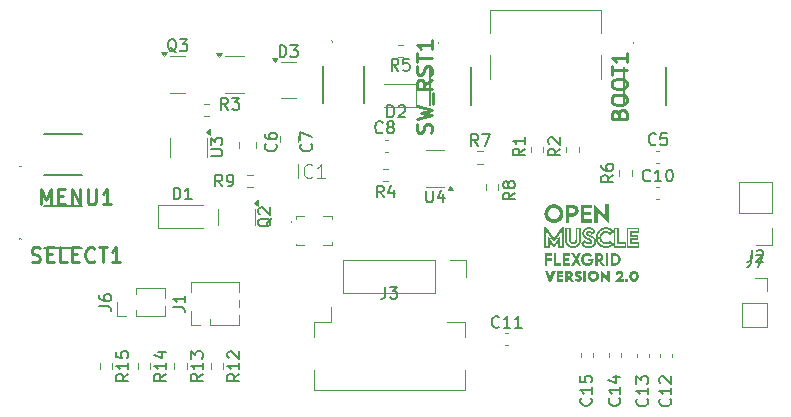
<source format=gbr>
%TF.GenerationSoftware,KiCad,Pcbnew,9.0.1*%
%TF.CreationDate,2025-11-02T10:59:13-06:00*%
%TF.ProjectId,OM-FlexGrid-Rigid-PCB,4f4d2d46-6c65-4784-9772-69642d526967,rev?*%
%TF.SameCoordinates,Original*%
%TF.FileFunction,Legend,Top*%
%TF.FilePolarity,Positive*%
%FSLAX46Y46*%
G04 Gerber Fmt 4.6, Leading zero omitted, Abs format (unit mm)*
G04 Created by KiCad (PCBNEW 9.0.1) date 2025-11-02 10:59:13*
%MOMM*%
%LPD*%
G01*
G04 APERTURE LIST*
%ADD10C,0.000000*%
%ADD11C,0.150000*%
%ADD12C,0.254000*%
%ADD13C,0.101600*%
%ADD14C,0.120000*%
%ADD15C,0.100000*%
%ADD16C,0.200000*%
G04 APERTURE END LIST*
D10*
G36*
X201617371Y-113793455D02*
G01*
X200997716Y-113793455D01*
X200997716Y-114094551D01*
X201529000Y-114094551D01*
X201529000Y-114403584D01*
X200997716Y-114403584D01*
X200997716Y-114722142D01*
X201617371Y-114722142D01*
X201617371Y-115030117D01*
X200688154Y-115030117D01*
X200688154Y-113488655D01*
X201617371Y-113488655D01*
X201617371Y-113793455D01*
G37*
G36*
X200000004Y-113489336D02*
G01*
X200027460Y-113491358D01*
X200054524Y-113494686D01*
X200081162Y-113499288D01*
X200107340Y-113505130D01*
X200133023Y-113512179D01*
X200158177Y-113520402D01*
X200182767Y-113529765D01*
X200206758Y-113540234D01*
X200230116Y-113551778D01*
X200252807Y-113564361D01*
X200274796Y-113577952D01*
X200296049Y-113592516D01*
X200316530Y-113608020D01*
X200336207Y-113624432D01*
X200355043Y-113641716D01*
X200373006Y-113659842D01*
X200390059Y-113678774D01*
X200406169Y-113698479D01*
X200421301Y-113718925D01*
X200435421Y-113740078D01*
X200448494Y-113761904D01*
X200460485Y-113784371D01*
X200471361Y-113807445D01*
X200481086Y-113831092D01*
X200489627Y-113855280D01*
X200496948Y-113879974D01*
X200503016Y-113905142D01*
X200507795Y-113930751D01*
X200511251Y-113956766D01*
X200513351Y-113983155D01*
X200514058Y-114009884D01*
X200513349Y-114036607D01*
X200511246Y-114062979D01*
X200507782Y-114088965D01*
X200502994Y-114114535D01*
X200496916Y-114139655D01*
X200489582Y-114164293D01*
X200481027Y-114188417D01*
X200471286Y-114211993D01*
X200460395Y-114234989D01*
X200448387Y-114257373D01*
X200435298Y-114279112D01*
X200421161Y-114300173D01*
X200406013Y-114320525D01*
X200389888Y-114340134D01*
X200372820Y-114358968D01*
X200354845Y-114376994D01*
X200335997Y-114394179D01*
X200316311Y-114410492D01*
X200295821Y-114425900D01*
X200274564Y-114440370D01*
X200252572Y-114453869D01*
X200229882Y-114466365D01*
X200206527Y-114477825D01*
X200182543Y-114488218D01*
X200157965Y-114497510D01*
X200132827Y-114505668D01*
X200107164Y-114512661D01*
X200081011Y-114518455D01*
X200054402Y-114523018D01*
X200027373Y-114526318D01*
X199999958Y-114528322D01*
X199972192Y-114528997D01*
X199740946Y-114528997D01*
X199740946Y-115030118D01*
X199431383Y-115030118D01*
X199431383Y-114222080D01*
X199431383Y-113795572D01*
X199740416Y-113795572D01*
X199740416Y-114222080D01*
X199971662Y-114223138D01*
X199983595Y-114222952D01*
X199995374Y-114222202D01*
X200006984Y-114220904D01*
X200018411Y-114219070D01*
X200029639Y-114216716D01*
X200040653Y-114213855D01*
X200051440Y-114210501D01*
X200061984Y-114206668D01*
X200072271Y-114202370D01*
X200082286Y-114197621D01*
X200092014Y-114192434D01*
X200101440Y-114186824D01*
X200110550Y-114180805D01*
X200119330Y-114174391D01*
X200127763Y-114167595D01*
X200135836Y-114160432D01*
X200143534Y-114152916D01*
X200150842Y-114145059D01*
X200157745Y-114136878D01*
X200164229Y-114128384D01*
X200170279Y-114119594D01*
X200175880Y-114110519D01*
X200181018Y-114101175D01*
X200185677Y-114091574D01*
X200189843Y-114081732D01*
X200193502Y-114071662D01*
X200196638Y-114061379D01*
X200199237Y-114050895D01*
X200201284Y-114040225D01*
X200202764Y-114029383D01*
X200203663Y-114018383D01*
X200203966Y-114007238D01*
X200203966Y-114006709D01*
X200203663Y-113995861D01*
X200202764Y-113985153D01*
X200201284Y-113974599D01*
X200199237Y-113964213D01*
X200196638Y-113954006D01*
X200193502Y-113943994D01*
X200189843Y-113934190D01*
X200185677Y-113924606D01*
X200181018Y-113915256D01*
X200175880Y-113906153D01*
X200170279Y-113897312D01*
X200164229Y-113888744D01*
X200157745Y-113880464D01*
X200150842Y-113872486D01*
X200143534Y-113864821D01*
X200135836Y-113857484D01*
X200127763Y-113850488D01*
X200119330Y-113843847D01*
X200110550Y-113837573D01*
X200101440Y-113831681D01*
X200092014Y-113826183D01*
X200082286Y-113821093D01*
X200072271Y-113816425D01*
X200061984Y-113812191D01*
X200051440Y-113808405D01*
X200040653Y-113805080D01*
X200029639Y-113802231D01*
X200018411Y-113799869D01*
X200006984Y-113798009D01*
X199995374Y-113796664D01*
X199983595Y-113795847D01*
X199971662Y-113795572D01*
X199740416Y-113795572D01*
X199431383Y-113795572D01*
X199431383Y-113488655D01*
X199972191Y-113488655D01*
X200000004Y-113489336D01*
G37*
G36*
X202773070Y-114347492D02*
G01*
X202773070Y-113484422D01*
X203083691Y-113484422D01*
X203083691Y-115058163D01*
X203069404Y-115058163D01*
X202154475Y-114168105D01*
X202154475Y-115031176D01*
X201844912Y-115031176D01*
X201844912Y-113459551D01*
X201860258Y-113459551D01*
X202773070Y-114347492D01*
G37*
G36*
X198468591Y-113457955D02*
G01*
X198509117Y-113461072D01*
X198549080Y-113466204D01*
X198588429Y-113473299D01*
X198627111Y-113482306D01*
X198665074Y-113493175D01*
X198702267Y-113505853D01*
X198738638Y-113520289D01*
X198774134Y-113536432D01*
X198808704Y-113554231D01*
X198842295Y-113573634D01*
X198874857Y-113594590D01*
X198906336Y-113617047D01*
X198936681Y-113640954D01*
X198965841Y-113666260D01*
X198993762Y-113692913D01*
X199020394Y-113720863D01*
X199045684Y-113750057D01*
X199069580Y-113780444D01*
X199092030Y-113811974D01*
X199112983Y-113844594D01*
X199132386Y-113878253D01*
X199150188Y-113912900D01*
X199166337Y-113948484D01*
X199180780Y-113984953D01*
X199193466Y-114022256D01*
X199204343Y-114060342D01*
X199213358Y-114099158D01*
X199220461Y-114138655D01*
X199225598Y-114178779D01*
X199228719Y-114219481D01*
X199229771Y-114260709D01*
X199228720Y-114301922D01*
X199225604Y-114342579D01*
X199220472Y-114382633D01*
X199213378Y-114422033D01*
X199204371Y-114460729D01*
X199193504Y-114498674D01*
X199180828Y-114535816D01*
X199166395Y-114572107D01*
X199150255Y-114607497D01*
X199132461Y-114641938D01*
X199113063Y-114675378D01*
X199092114Y-114707770D01*
X199069664Y-114739063D01*
X199045766Y-114769209D01*
X199020470Y-114798157D01*
X198993828Y-114825859D01*
X198965892Y-114852265D01*
X198936713Y-114877325D01*
X198906342Y-114900990D01*
X198874831Y-114923211D01*
X198842231Y-114943939D01*
X198808594Y-114963123D01*
X198773972Y-114980714D01*
X198738415Y-114996664D01*
X198701975Y-115010922D01*
X198664703Y-115023440D01*
X198626652Y-115034167D01*
X198587872Y-115043055D01*
X198548415Y-115050054D01*
X198508332Y-115055114D01*
X198467675Y-115058186D01*
X198426496Y-115059221D01*
X198385325Y-115058177D01*
X198344695Y-115055079D01*
X198304655Y-115049978D01*
X198265256Y-115042925D01*
X198226548Y-115033971D01*
X198188581Y-115023168D01*
X198151406Y-115010566D01*
X198115073Y-114996218D01*
X198079632Y-114980173D01*
X198045133Y-114962483D01*
X198011627Y-114943200D01*
X197979165Y-114922374D01*
X197947795Y-114900057D01*
X197917570Y-114876299D01*
X197888538Y-114851153D01*
X197860750Y-114824668D01*
X197834257Y-114796897D01*
X197809109Y-114767890D01*
X197785356Y-114737699D01*
X197763048Y-114706375D01*
X197742236Y-114673968D01*
X197722969Y-114640531D01*
X197705299Y-114606114D01*
X197689276Y-114570768D01*
X197674949Y-114534544D01*
X197662369Y-114497495D01*
X197651587Y-114459670D01*
X197642652Y-114421121D01*
X197635615Y-114381899D01*
X197630527Y-114342056D01*
X197627437Y-114301642D01*
X197626396Y-114260709D01*
X197626436Y-114259122D01*
X197939133Y-114259122D01*
X197939770Y-114284262D01*
X197941659Y-114309063D01*
X197944770Y-114333494D01*
X197949071Y-114357524D01*
X197954531Y-114381124D01*
X197961119Y-114404264D01*
X197968804Y-114426913D01*
X197977556Y-114449043D01*
X197987342Y-114470622D01*
X197998131Y-114491620D01*
X198009894Y-114512008D01*
X198022598Y-114531756D01*
X198036212Y-114550833D01*
X198050706Y-114569210D01*
X198066048Y-114586856D01*
X198082207Y-114603741D01*
X198099151Y-114619836D01*
X198116851Y-114635110D01*
X198135275Y-114649534D01*
X198154391Y-114663076D01*
X198174169Y-114675708D01*
X198194578Y-114687399D01*
X198215585Y-114698119D01*
X198237161Y-114707838D01*
X198259275Y-114716527D01*
X198281894Y-114724154D01*
X198304988Y-114730690D01*
X198328526Y-114736105D01*
X198352477Y-114740370D01*
X198376810Y-114743453D01*
X198401493Y-114745324D01*
X198426496Y-114745955D01*
X198451504Y-114745318D01*
X198476205Y-114743429D01*
X198500566Y-114740319D01*
X198524556Y-114736019D01*
X198548142Y-114730559D01*
X198571293Y-114723973D01*
X198593976Y-114716289D01*
X198616160Y-114707541D01*
X198637814Y-114697758D01*
X198658904Y-114686973D01*
X198679400Y-114675216D01*
X198699270Y-114662518D01*
X198718480Y-114648911D01*
X198737001Y-114634427D01*
X198754799Y-114619095D01*
X198771843Y-114602948D01*
X198788101Y-114586016D01*
X198803541Y-114568331D01*
X198818132Y-114549924D01*
X198831840Y-114530826D01*
X198844636Y-114511068D01*
X198856485Y-114490682D01*
X198867358Y-114469699D01*
X198877222Y-114448150D01*
X198886044Y-114426066D01*
X198893794Y-114403478D01*
X198900438Y-114380418D01*
X198905946Y-114356916D01*
X198910286Y-114333005D01*
X198913425Y-114308714D01*
X198915332Y-114284076D01*
X198915975Y-114259122D01*
X198916504Y-114259122D01*
X198915864Y-114234020D01*
X198913966Y-114209238D01*
X198910840Y-114184807D01*
X198906519Y-114160758D01*
X198901033Y-114137122D01*
X198894413Y-114113932D01*
X198886692Y-114091217D01*
X198877900Y-114069010D01*
X198868068Y-114047342D01*
X198857228Y-114026244D01*
X198845411Y-114005747D01*
X198832649Y-113985882D01*
X198818972Y-113966682D01*
X198804412Y-113948177D01*
X198789001Y-113930398D01*
X198772769Y-113913377D01*
X198755748Y-113897146D01*
X198737969Y-113881734D01*
X198719464Y-113867175D01*
X198700264Y-113853498D01*
X198680400Y-113840735D01*
X198659903Y-113828919D01*
X198638804Y-113818079D01*
X198617136Y-113808247D01*
X198594929Y-113799455D01*
X198572215Y-113791733D01*
X198549024Y-113785113D01*
X198525389Y-113779627D01*
X198501340Y-113775306D01*
X198476909Y-113772180D01*
X198452127Y-113770282D01*
X198427025Y-113769642D01*
X198401928Y-113770281D01*
X198377159Y-113772175D01*
X198352749Y-113775293D01*
X198328729Y-113779606D01*
X198305129Y-113785081D01*
X198281981Y-113791688D01*
X198259315Y-113799395D01*
X198237161Y-113808172D01*
X198215551Y-113817988D01*
X198194515Y-113828812D01*
X198174084Y-113840612D01*
X198154288Y-113853358D01*
X198135158Y-113867019D01*
X198116726Y-113881563D01*
X198099021Y-113896960D01*
X198082074Y-113913179D01*
X198065917Y-113930188D01*
X198050579Y-113947957D01*
X198036092Y-113966455D01*
X198022486Y-113985650D01*
X198009792Y-114005512D01*
X197998041Y-114026009D01*
X197987263Y-114047111D01*
X197977489Y-114068787D01*
X197968751Y-114091005D01*
X197961077Y-114113735D01*
X197954500Y-114136946D01*
X197949050Y-114160606D01*
X197944757Y-114184684D01*
X197941653Y-114209151D01*
X197939768Y-114233973D01*
X197939133Y-114259122D01*
X197626436Y-114259122D01*
X197627444Y-114219481D01*
X197630556Y-114178779D01*
X197635679Y-114138655D01*
X197642763Y-114099158D01*
X197651754Y-114060342D01*
X197662603Y-114022256D01*
X197675257Y-113984953D01*
X197689664Y-113948484D01*
X197705774Y-113912900D01*
X197723534Y-113878253D01*
X197742894Y-113844594D01*
X197763801Y-113811974D01*
X197786204Y-113780444D01*
X197810052Y-113750057D01*
X197835293Y-113720863D01*
X197861875Y-113692913D01*
X197889747Y-113666260D01*
X197918857Y-113640954D01*
X197949154Y-113617047D01*
X197980586Y-113594590D01*
X198013102Y-113573634D01*
X198046650Y-113554231D01*
X198081178Y-113536432D01*
X198116635Y-113520289D01*
X198152970Y-113505853D01*
X198190131Y-113493175D01*
X198228066Y-113482306D01*
X198266725Y-113473299D01*
X198306054Y-113466204D01*
X198346003Y-113461072D01*
X198386520Y-113457955D01*
X198427554Y-113456905D01*
X198468591Y-113457955D01*
G37*
G36*
X205668670Y-115904830D02*
G01*
X205049015Y-115904830D01*
X205049015Y-116047176D01*
X205580298Y-116047176D01*
X205580298Y-116514959D01*
X205049015Y-116514959D01*
X205049015Y-116674767D01*
X205668670Y-116674767D01*
X205668670Y-117140963D01*
X204580703Y-117140963D01*
X204580703Y-116982213D01*
X204739453Y-116982213D01*
X205509920Y-116982213D01*
X205509920Y-116832988D01*
X204890265Y-116832988D01*
X204890265Y-116355680D01*
X205421549Y-116355680D01*
X205421549Y-116205397D01*
X204890265Y-116205397D01*
X204890265Y-115745551D01*
X205509920Y-115745551D01*
X205509920Y-115599501D01*
X204739453Y-115599501D01*
X204739453Y-116981685D01*
X204739453Y-116982213D01*
X204580703Y-116982213D01*
X204580703Y-116981685D01*
X204580703Y-115441280D01*
X205668670Y-115441280D01*
X205668670Y-115904830D01*
G37*
G36*
X198448721Y-116364676D02*
G01*
X199145104Y-115402651D01*
X199282158Y-115402651D01*
X199282158Y-117140963D01*
X198814375Y-117140963D01*
X198814375Y-116646193D01*
X198492112Y-117115034D01*
X198408504Y-117115034D01*
X198383104Y-117080638D01*
X198083066Y-116645663D01*
X198083066Y-117140963D01*
X197614225Y-117140963D01*
X197614225Y-116982213D01*
X197614225Y-115703217D01*
X197772975Y-115703217D01*
X197772975Y-116982213D01*
X197923787Y-116982213D01*
X197923787Y-116135547D01*
X198448721Y-116897547D01*
X198972596Y-116135018D01*
X198972596Y-116982213D01*
X199123408Y-116982213D01*
X199123408Y-115703218D01*
X198448721Y-116635609D01*
X197772975Y-115703217D01*
X197614225Y-115703217D01*
X197614225Y-115402651D01*
X197751279Y-115402651D01*
X198448721Y-116364676D01*
G37*
G36*
X202883336Y-115411111D02*
G01*
X202923816Y-115414661D01*
X202963822Y-115420179D01*
X203003349Y-115427662D01*
X203042389Y-115437108D01*
X203080935Y-115448514D01*
X203118980Y-115461878D01*
X203156518Y-115477197D01*
X203193541Y-115494470D01*
X203230042Y-115513694D01*
X203266015Y-115534867D01*
X203301452Y-115557986D01*
X203336346Y-115583049D01*
X203370691Y-115610054D01*
X203404479Y-115638998D01*
X203437704Y-115669880D01*
X203477392Y-115708301D01*
X203477392Y-115441280D01*
X203945704Y-115441280D01*
X203945704Y-116674768D01*
X204565358Y-116674768D01*
X204565358Y-117140963D01*
X203477392Y-117140963D01*
X203477392Y-116982213D01*
X203636141Y-116982213D01*
X204406608Y-116982213D01*
X204406608Y-116832988D01*
X203786954Y-116832988D01*
X203786954Y-115599501D01*
X203636142Y-115599501D01*
X203636142Y-116981685D01*
X203636141Y-116982213D01*
X203477392Y-116982213D01*
X203477392Y-116872676D01*
X203438233Y-116911834D01*
X203404684Y-116943872D01*
X203370882Y-116973720D01*
X203336786Y-117001394D01*
X203302353Y-117026911D01*
X203267542Y-117050289D01*
X203232311Y-117071545D01*
X203196618Y-117090696D01*
X203160421Y-117107758D01*
X203123678Y-117122749D01*
X203086348Y-117135686D01*
X203048388Y-117146586D01*
X203009757Y-117155466D01*
X202970413Y-117162343D01*
X202930314Y-117167234D01*
X202889418Y-117170156D01*
X202847684Y-117171126D01*
X202848212Y-117170596D01*
X202802700Y-117169451D01*
X202757780Y-117166051D01*
X202713509Y-117160452D01*
X202669942Y-117152711D01*
X202627134Y-117142883D01*
X202585143Y-117131023D01*
X202544024Y-117117188D01*
X202503832Y-117101433D01*
X202464624Y-117083813D01*
X202426455Y-117064385D01*
X202389382Y-117043204D01*
X202353461Y-117020326D01*
X202318746Y-116995807D01*
X202285295Y-116969702D01*
X202253163Y-116942067D01*
X202222406Y-116912958D01*
X202193080Y-116882431D01*
X202165241Y-116850540D01*
X202138944Y-116817343D01*
X202114246Y-116782894D01*
X202091203Y-116747249D01*
X202069870Y-116710465D01*
X202050304Y-116672596D01*
X202032559Y-116633699D01*
X202016693Y-116593829D01*
X202002761Y-116553042D01*
X201990819Y-116511393D01*
X201980923Y-116468939D01*
X201973129Y-116425735D01*
X201967492Y-116381837D01*
X201964070Y-116337300D01*
X201962916Y-116292180D01*
X202121667Y-116292180D01*
X202122633Y-116328790D01*
X202125501Y-116364967D01*
X202130219Y-116400665D01*
X202136738Y-116435834D01*
X202145007Y-116470427D01*
X202154979Y-116504397D01*
X202166601Y-116537695D01*
X202179825Y-116570273D01*
X202194601Y-116602084D01*
X202210880Y-116633080D01*
X202228610Y-116663213D01*
X202247743Y-116692434D01*
X202268228Y-116720697D01*
X202290016Y-116747953D01*
X202313058Y-116774155D01*
X202337302Y-116799254D01*
X202362700Y-116823202D01*
X202389201Y-116845953D01*
X202416757Y-116867457D01*
X202445316Y-116887668D01*
X202474830Y-116906537D01*
X202505248Y-116924016D01*
X202536520Y-116940058D01*
X202568597Y-116954614D01*
X202601430Y-116967637D01*
X202634967Y-116979079D01*
X202669160Y-116988892D01*
X202703959Y-116997028D01*
X202739313Y-117003439D01*
X202775173Y-117008078D01*
X202811490Y-117010896D01*
X202848212Y-117011847D01*
X202878356Y-117011236D01*
X202907891Y-117009393D01*
X202936855Y-117006300D01*
X202965282Y-117001941D01*
X202993211Y-116996298D01*
X203020676Y-116989355D01*
X203047716Y-116981094D01*
X203074365Y-116971498D01*
X203100661Y-116960550D01*
X203126640Y-116948233D01*
X203152338Y-116934530D01*
X203177792Y-116919424D01*
X203203039Y-116902898D01*
X203228114Y-116884935D01*
X203253054Y-116865518D01*
X203277896Y-116844630D01*
X203191642Y-116722921D01*
X203170260Y-116739460D01*
X203148781Y-116754942D01*
X203127206Y-116769367D01*
X203105536Y-116782734D01*
X203083774Y-116795040D01*
X203061920Y-116806284D01*
X203039975Y-116816464D01*
X203017943Y-116825580D01*
X202995824Y-116833629D01*
X202973619Y-116840609D01*
X202951331Y-116846520D01*
X202928960Y-116851360D01*
X202906509Y-116855127D01*
X202883979Y-116857820D01*
X202861371Y-116859436D01*
X202838688Y-116859975D01*
X202813704Y-116859299D01*
X202788600Y-116857285D01*
X202763436Y-116853958D01*
X202738272Y-116849341D01*
X202713168Y-116843460D01*
X202688183Y-116836336D01*
X202663378Y-116827995D01*
X202638812Y-116818461D01*
X202614545Y-116807756D01*
X202590637Y-116795906D01*
X202567148Y-116782935D01*
X202544138Y-116768865D01*
X202521667Y-116753721D01*
X202499795Y-116737527D01*
X202478580Y-116720307D01*
X202458085Y-116702085D01*
X202438367Y-116682885D01*
X202419488Y-116662731D01*
X202401506Y-116641646D01*
X202384483Y-116619654D01*
X202368477Y-116596780D01*
X202353549Y-116573048D01*
X202339759Y-116548481D01*
X202327166Y-116523103D01*
X202315830Y-116496939D01*
X202305811Y-116470011D01*
X202297169Y-116442345D01*
X202289965Y-116413963D01*
X202284257Y-116384891D01*
X202280106Y-116355152D01*
X202277571Y-116324769D01*
X202276727Y-116294297D01*
X202434933Y-116294297D01*
X202435549Y-116315951D01*
X202437369Y-116337242D01*
X202440348Y-116358150D01*
X202444446Y-116378653D01*
X202449617Y-116398730D01*
X202455820Y-116418359D01*
X202463011Y-116437519D01*
X202471148Y-116456189D01*
X202480187Y-116474347D01*
X202490085Y-116491972D01*
X202500799Y-116509043D01*
X202512286Y-116525538D01*
X202524504Y-116541437D01*
X202537409Y-116556717D01*
X202550958Y-116571358D01*
X202565108Y-116585338D01*
X202579816Y-116598636D01*
X202595039Y-116611231D01*
X202610735Y-116623101D01*
X202626859Y-116634224D01*
X202643370Y-116644581D01*
X202660223Y-116654148D01*
X202677377Y-116662906D01*
X202694787Y-116670832D01*
X202712411Y-116677906D01*
X202730207Y-116684105D01*
X202748130Y-116689409D01*
X202766138Y-116693797D01*
X202784188Y-116697247D01*
X202802236Y-116699737D01*
X202820241Y-116701247D01*
X202838158Y-116701755D01*
X202857582Y-116701165D01*
X202876964Y-116699394D01*
X202896314Y-116696436D01*
X202915640Y-116692288D01*
X202934950Y-116686947D01*
X202954253Y-116680408D01*
X202973558Y-116672667D01*
X202992873Y-116663721D01*
X203012207Y-116653566D01*
X203031568Y-116642198D01*
X203050964Y-116629613D01*
X203070405Y-116615807D01*
X203089898Y-116600776D01*
X203109452Y-116584517D01*
X203129077Y-116567025D01*
X203148779Y-116548297D01*
X203215454Y-116483209D01*
X203477392Y-116852279D01*
X203477392Y-115731736D01*
X203213337Y-116091626D01*
X203147721Y-116027597D01*
X203129635Y-116010464D01*
X203111306Y-115994391D01*
X203092753Y-115979386D01*
X203073993Y-115965453D01*
X203055043Y-115952599D01*
X203035923Y-115940830D01*
X203016649Y-115930152D01*
X202997239Y-115920573D01*
X202977711Y-115912097D01*
X202958083Y-115904731D01*
X202938374Y-115898481D01*
X202918600Y-115893354D01*
X202898779Y-115889355D01*
X202878930Y-115886491D01*
X202859069Y-115884768D01*
X202839216Y-115884192D01*
X202819434Y-115884759D01*
X202799794Y-115886438D01*
X202780330Y-115889196D01*
X202761073Y-115893002D01*
X202742055Y-115897824D01*
X202723307Y-115903629D01*
X202704862Y-115910384D01*
X202686750Y-115918059D01*
X202669005Y-115926621D01*
X202651657Y-115936037D01*
X202634738Y-115946275D01*
X202618281Y-115957304D01*
X202602317Y-115969091D01*
X202586877Y-115981604D01*
X202571994Y-115994811D01*
X202557700Y-116008679D01*
X202544025Y-116023177D01*
X202531003Y-116038271D01*
X202518664Y-116053931D01*
X202507040Y-116070124D01*
X202496164Y-116086818D01*
X202486067Y-116103980D01*
X202476780Y-116121579D01*
X202468337Y-116139582D01*
X202460767Y-116157956D01*
X202454104Y-116176671D01*
X202448379Y-116195694D01*
X202443623Y-116214992D01*
X202439869Y-116234533D01*
X202437148Y-116254286D01*
X202435492Y-116274218D01*
X202434933Y-116294297D01*
X202276727Y-116294297D01*
X202276713Y-116293767D01*
X202277476Y-116265458D01*
X202279740Y-116237411D01*
X202283461Y-116209667D01*
X202288599Y-116182269D01*
X202295113Y-116155258D01*
X202302961Y-116128676D01*
X202312102Y-116102565D01*
X202322494Y-116076966D01*
X202334096Y-116051921D01*
X202346867Y-116027473D01*
X202360765Y-116003662D01*
X202375749Y-115980530D01*
X202391777Y-115958120D01*
X202408808Y-115936473D01*
X202426802Y-115915631D01*
X202445715Y-115895635D01*
X202465508Y-115876528D01*
X202486138Y-115858351D01*
X202507565Y-115841145D01*
X202529746Y-115824953D01*
X202552641Y-115809817D01*
X202576209Y-115795778D01*
X202600406Y-115782877D01*
X202625194Y-115771157D01*
X202650529Y-115760660D01*
X202676371Y-115751427D01*
X202702678Y-115743499D01*
X202729410Y-115736920D01*
X202756523Y-115731729D01*
X202783978Y-115727970D01*
X202811733Y-115725684D01*
X202839746Y-115724913D01*
X202862639Y-115725433D01*
X202885468Y-115726988D01*
X202908222Y-115729573D01*
X202930887Y-115733181D01*
X202953449Y-115737806D01*
X202975896Y-115743442D01*
X202998214Y-115750083D01*
X203020390Y-115757721D01*
X203042412Y-115766352D01*
X203064265Y-115775969D01*
X203085936Y-115786566D01*
X203107413Y-115798136D01*
X203128683Y-115810674D01*
X203149731Y-115824173D01*
X203170546Y-115838627D01*
X203191113Y-115854030D01*
X203276308Y-115737613D01*
X203251192Y-115717334D01*
X203225843Y-115698367D01*
X203200253Y-115680706D01*
X203174411Y-115664348D01*
X203148309Y-115649289D01*
X203121937Y-115635526D01*
X203095285Y-115623054D01*
X203068346Y-115611870D01*
X203041109Y-115601969D01*
X203013565Y-115593348D01*
X202985705Y-115586003D01*
X202957519Y-115579929D01*
X202928998Y-115575124D01*
X202900133Y-115571584D01*
X202870914Y-115569303D01*
X202841333Y-115568279D01*
X202841333Y-115568280D01*
X202805002Y-115569242D01*
X202769069Y-115572096D01*
X202733581Y-115576792D01*
X202698590Y-115583281D01*
X202664145Y-115591513D01*
X202630295Y-115601438D01*
X202597090Y-115613009D01*
X202564579Y-115626174D01*
X202532812Y-115640885D01*
X202501840Y-115657092D01*
X202471710Y-115674747D01*
X202442474Y-115693798D01*
X202414180Y-115714197D01*
X202386878Y-115735895D01*
X202360618Y-115758843D01*
X202335450Y-115782989D01*
X202311422Y-115808287D01*
X202288586Y-115834685D01*
X202266989Y-115862134D01*
X202246682Y-115890586D01*
X202227715Y-115919990D01*
X202210137Y-115950298D01*
X202193997Y-115981459D01*
X202179346Y-116013425D01*
X202166232Y-116046146D01*
X202154706Y-116079572D01*
X202144818Y-116113655D01*
X202136616Y-116148344D01*
X202130150Y-116183590D01*
X202125470Y-116219345D01*
X202122626Y-116255558D01*
X202121667Y-116292180D01*
X201962916Y-116292180D01*
X201964086Y-116247048D01*
X201967555Y-116202476D01*
X201973263Y-116158520D01*
X201981151Y-116115239D01*
X201991157Y-116072689D01*
X202003222Y-116030927D01*
X202017285Y-115990012D01*
X202033287Y-115949999D01*
X202051167Y-115910947D01*
X202070865Y-115872913D01*
X202092321Y-115835954D01*
X202115474Y-115800126D01*
X202140265Y-115765489D01*
X202166634Y-115732097D01*
X202194519Y-115700010D01*
X202223861Y-115669285D01*
X202254601Y-115639977D01*
X202286677Y-115612146D01*
X202320029Y-115585847D01*
X202354598Y-115561139D01*
X202390322Y-115538079D01*
X202427143Y-115516723D01*
X202465000Y-115497129D01*
X202503832Y-115479355D01*
X202543580Y-115463457D01*
X202584182Y-115449494D01*
X202625580Y-115437521D01*
X202667713Y-115427597D01*
X202710521Y-115419779D01*
X202753943Y-115414123D01*
X202797920Y-115410688D01*
X202842391Y-115409530D01*
X202883336Y-115411111D01*
G37*
G36*
X201457667Y-115410382D02*
G01*
X201503776Y-115414497D01*
X201548190Y-115421300D01*
X201590837Y-115430746D01*
X201631646Y-115442791D01*
X201670544Y-115457388D01*
X201707459Y-115474495D01*
X201742319Y-115494064D01*
X201775052Y-115516052D01*
X201805587Y-115540414D01*
X201833850Y-115567104D01*
X201859769Y-115596078D01*
X201883274Y-115627290D01*
X201904291Y-115660696D01*
X201922748Y-115696251D01*
X201938574Y-115733909D01*
X201960270Y-115791588D01*
X201605728Y-116039238D01*
X201564453Y-115957217D01*
X201560879Y-115950455D01*
X201557109Y-115944052D01*
X201553156Y-115937999D01*
X201549033Y-115932287D01*
X201544752Y-115926905D01*
X201540325Y-115921845D01*
X201535764Y-115917097D01*
X201531083Y-115912652D01*
X201526293Y-115908499D01*
X201521407Y-115904630D01*
X201516437Y-115901035D01*
X201511396Y-115897705D01*
X201506296Y-115894629D01*
X201501150Y-115891799D01*
X201490767Y-115886838D01*
X201480347Y-115882745D01*
X201469989Y-115879444D01*
X201459792Y-115876860D01*
X201449856Y-115874915D01*
X201440279Y-115873535D01*
X201431161Y-115872644D01*
X201422601Y-115872164D01*
X201414699Y-115872022D01*
X201400856Y-115872468D01*
X201387721Y-115873758D01*
X201375319Y-115875817D01*
X201363676Y-115878570D01*
X201352817Y-115881943D01*
X201342769Y-115885863D01*
X201333556Y-115890253D01*
X201325204Y-115895040D01*
X201317739Y-115900150D01*
X201311186Y-115905508D01*
X201305571Y-115911039D01*
X201300920Y-115916670D01*
X201297258Y-115922325D01*
X201294610Y-115927931D01*
X201293003Y-115933413D01*
X201292598Y-115936084D01*
X201292462Y-115938696D01*
X201292692Y-115940961D01*
X201293372Y-115943289D01*
X201294487Y-115945677D01*
X201296023Y-115948124D01*
X201297964Y-115950628D01*
X201300296Y-115953186D01*
X201303003Y-115955797D01*
X201306071Y-115958458D01*
X201309485Y-115961166D01*
X201313229Y-115963921D01*
X201321651Y-115969560D01*
X201331216Y-115975356D01*
X201341807Y-115981294D01*
X201353302Y-115987356D01*
X201365584Y-115993525D01*
X201378532Y-115999784D01*
X201392028Y-116006116D01*
X201420183Y-116018929D01*
X201449095Y-116031830D01*
X201493082Y-116051475D01*
X201516440Y-116061967D01*
X201540641Y-116073104D01*
X201585326Y-116094751D01*
X201629292Y-116117345D01*
X201672239Y-116141062D01*
X201713869Y-116166081D01*
X201753883Y-116192579D01*
X201791984Y-116220733D01*
X201827872Y-116250721D01*
X201861250Y-116282721D01*
X201876904Y-116299530D01*
X201891818Y-116316909D01*
X201905956Y-116334880D01*
X201919279Y-116353465D01*
X201931751Y-116372685D01*
X201943334Y-116392564D01*
X201953991Y-116413123D01*
X201963685Y-116434385D01*
X201972378Y-116456371D01*
X201980033Y-116479105D01*
X201986612Y-116502607D01*
X201992079Y-116526901D01*
X201996396Y-116552009D01*
X201999526Y-116577952D01*
X202001431Y-116604753D01*
X202002074Y-116632434D01*
X202001326Y-116662334D01*
X201999099Y-116691597D01*
X201995415Y-116720201D01*
X201990300Y-116748128D01*
X201983778Y-116775356D01*
X201975871Y-116801864D01*
X201966605Y-116827633D01*
X201956004Y-116852641D01*
X201944091Y-116876869D01*
X201930890Y-116900296D01*
X201916426Y-116922902D01*
X201900722Y-116944666D01*
X201883803Y-116965567D01*
X201865693Y-116985586D01*
X201846415Y-117004701D01*
X201825994Y-117022892D01*
X201804454Y-117040140D01*
X201781818Y-117056423D01*
X201758111Y-117071721D01*
X201733357Y-117086013D01*
X201707580Y-117099280D01*
X201680803Y-117111500D01*
X201653051Y-117122653D01*
X201624349Y-117132719D01*
X201594719Y-117141678D01*
X201564186Y-117149508D01*
X201532774Y-117156190D01*
X201500507Y-117161703D01*
X201467409Y-117166026D01*
X201433504Y-117169139D01*
X201398817Y-117171022D01*
X201363370Y-117171655D01*
X201362841Y-117171655D01*
X201311654Y-117170252D01*
X201261916Y-117166067D01*
X201213686Y-117159132D01*
X201167025Y-117149479D01*
X201121991Y-117137141D01*
X201078645Y-117122151D01*
X201037045Y-117104540D01*
X200997253Y-117084342D01*
X200959328Y-117061589D01*
X200923328Y-117036314D01*
X200889314Y-117008549D01*
X200857347Y-116978327D01*
X200827484Y-116945680D01*
X200799786Y-116910641D01*
X200774313Y-116873243D01*
X200751125Y-116833517D01*
X200742292Y-116817113D01*
X200927866Y-116817113D01*
X200946256Y-116840409D01*
X200965894Y-116862270D01*
X200986763Y-116882686D01*
X201008845Y-116901647D01*
X201032125Y-116919146D01*
X201056584Y-116935171D01*
X201082206Y-116949714D01*
X201108974Y-116962766D01*
X201136870Y-116974317D01*
X201165878Y-116984359D01*
X201195980Y-116992881D01*
X201227160Y-116999874D01*
X201259400Y-117005330D01*
X201292683Y-117009238D01*
X201326993Y-117011590D01*
X201362312Y-117012376D01*
X201415752Y-117010643D01*
X201466648Y-117005512D01*
X201514876Y-116997080D01*
X201560311Y-116985446D01*
X201581943Y-116978459D01*
X201602829Y-116970708D01*
X201622955Y-116962206D01*
X201642304Y-116952965D01*
X201660862Y-116942998D01*
X201678612Y-116932316D01*
X201695539Y-116920931D01*
X201711628Y-116908858D01*
X201726863Y-116896106D01*
X201741227Y-116882689D01*
X201754706Y-116868620D01*
X201767285Y-116853910D01*
X201778946Y-116838572D01*
X201789676Y-116822617D01*
X201799457Y-116806060D01*
X201808275Y-116788910D01*
X201816115Y-116771182D01*
X201822959Y-116752887D01*
X201828793Y-116734038D01*
X201833602Y-116714646D01*
X201837369Y-116694725D01*
X201840079Y-116674286D01*
X201841717Y-116653342D01*
X201842266Y-116631905D01*
X201841969Y-116615617D01*
X201841071Y-116599683D01*
X201839558Y-116584090D01*
X201837419Y-116568824D01*
X201834640Y-116553869D01*
X201831209Y-116539212D01*
X201827113Y-116524838D01*
X201822340Y-116510734D01*
X201816877Y-116496885D01*
X201810711Y-116483277D01*
X201803831Y-116469895D01*
X201796222Y-116456725D01*
X201787874Y-116443753D01*
X201778772Y-116430966D01*
X201768906Y-116418348D01*
X201758261Y-116405885D01*
X201746825Y-116393563D01*
X201734587Y-116381368D01*
X201721532Y-116369286D01*
X201707649Y-116357302D01*
X201692925Y-116345402D01*
X201677347Y-116333572D01*
X201643580Y-116310064D01*
X201606248Y-116286665D01*
X201565249Y-116263261D01*
X201520483Y-116239737D01*
X201471849Y-116215980D01*
X201448740Y-116205157D01*
X201426275Y-116194880D01*
X201383479Y-116175764D01*
X201332440Y-116152791D01*
X201308259Y-116141439D01*
X201285128Y-116129999D01*
X201263166Y-116118339D01*
X201242492Y-116106326D01*
X201223224Y-116093828D01*
X201205480Y-116080712D01*
X201189380Y-116066846D01*
X201175042Y-116052097D01*
X201168571Y-116044350D01*
X201162584Y-116036332D01*
X201157098Y-116028028D01*
X201152126Y-116019419D01*
X201147683Y-116010491D01*
X201143785Y-116001226D01*
X201140446Y-115991608D01*
X201137680Y-115981620D01*
X201135503Y-115971246D01*
X201133930Y-115960468D01*
X201132976Y-115949272D01*
X201132654Y-115937638D01*
X201133013Y-115925865D01*
X201134077Y-115914265D01*
X201135832Y-115902853D01*
X201138260Y-115891641D01*
X201141345Y-115880643D01*
X201145072Y-115869872D01*
X201149423Y-115859340D01*
X201154383Y-115849061D01*
X201159935Y-115839048D01*
X201166063Y-115829314D01*
X201172750Y-115819872D01*
X201179981Y-115810735D01*
X201187739Y-115801916D01*
X201196008Y-115793428D01*
X201204772Y-115785285D01*
X201214013Y-115777499D01*
X201223717Y-115770084D01*
X201233866Y-115763053D01*
X201244445Y-115756418D01*
X201255437Y-115750192D01*
X201266826Y-115744390D01*
X201278595Y-115739024D01*
X201290729Y-115734106D01*
X201303211Y-115729651D01*
X201316024Y-115725671D01*
X201329153Y-115722179D01*
X201342582Y-115719188D01*
X201356293Y-115716712D01*
X201370271Y-115714764D01*
X201384499Y-115713356D01*
X201398961Y-115712501D01*
X201413641Y-115712213D01*
X201431379Y-115712627D01*
X201448858Y-115713860D01*
X201466054Y-115715900D01*
X201482946Y-115718737D01*
X201499508Y-115722358D01*
X201515719Y-115726752D01*
X201531554Y-115731907D01*
X201546991Y-115737812D01*
X201562007Y-115744454D01*
X201576577Y-115751823D01*
X201590679Y-115759907D01*
X201604290Y-115768694D01*
X201617386Y-115778172D01*
X201629944Y-115788330D01*
X201641941Y-115799156D01*
X201653354Y-115810638D01*
X201762362Y-115734439D01*
X201754086Y-115721295D01*
X201745352Y-115708841D01*
X201736187Y-115697058D01*
X201726619Y-115685929D01*
X201716677Y-115675435D01*
X201706387Y-115665559D01*
X201695779Y-115656283D01*
X201684880Y-115647589D01*
X201673719Y-115639459D01*
X201662322Y-115631876D01*
X201650719Y-115624822D01*
X201638937Y-115618278D01*
X201614949Y-115606652D01*
X201590581Y-115596855D01*
X201566059Y-115588745D01*
X201541605Y-115582179D01*
X201517445Y-115577015D01*
X201493802Y-115573109D01*
X201470899Y-115570319D01*
X201448962Y-115568503D01*
X201428214Y-115567518D01*
X201408879Y-115567222D01*
X201385766Y-115567667D01*
X201363073Y-115568991D01*
X201340822Y-115571175D01*
X201319032Y-115574203D01*
X201297724Y-115578057D01*
X201276919Y-115582720D01*
X201256637Y-115588173D01*
X201236899Y-115594400D01*
X201217726Y-115601382D01*
X201199137Y-115609102D01*
X201181153Y-115617544D01*
X201163796Y-115626688D01*
X201147085Y-115636518D01*
X201131041Y-115647016D01*
X201115684Y-115658165D01*
X201101036Y-115669946D01*
X201087116Y-115682343D01*
X201073946Y-115695338D01*
X201061545Y-115708914D01*
X201049934Y-115723052D01*
X201039134Y-115737736D01*
X201029166Y-115752947D01*
X201020049Y-115768669D01*
X201011805Y-115784883D01*
X201004454Y-115801572D01*
X200998016Y-115818720D01*
X200992513Y-115836307D01*
X200987964Y-115854316D01*
X200984390Y-115872731D01*
X200981812Y-115891533D01*
X200980250Y-115910706D01*
X200979724Y-115930230D01*
X200980174Y-115948290D01*
X200981506Y-115965675D01*
X200983692Y-115982408D01*
X200986707Y-115998510D01*
X200990523Y-116014005D01*
X200995114Y-116028916D01*
X201000453Y-116043264D01*
X201006513Y-116057073D01*
X201013268Y-116070365D01*
X201020691Y-116083162D01*
X201028755Y-116095487D01*
X201037432Y-116107363D01*
X201046698Y-116118813D01*
X201056524Y-116129858D01*
X201066885Y-116140522D01*
X201077752Y-116150826D01*
X201100903Y-116170449D01*
X201125762Y-116188907D01*
X201152115Y-116206380D01*
X201179749Y-116223049D01*
X201208450Y-116239096D01*
X201238003Y-116254699D01*
X201298812Y-116285301D01*
X201310454Y-116291122D01*
X201380213Y-116326093D01*
X201448235Y-116362038D01*
X201480867Y-116380603D01*
X201512190Y-116399683D01*
X201541913Y-116419369D01*
X201569745Y-116439751D01*
X201595394Y-116460922D01*
X201618569Y-116482971D01*
X201638978Y-116505988D01*
X201648055Y-116517889D01*
X201656330Y-116530065D01*
X201663769Y-116542530D01*
X201670334Y-116555293D01*
X201675988Y-116568366D01*
X201680697Y-116581761D01*
X201684422Y-116595489D01*
X201687128Y-116609562D01*
X201688779Y-116623989D01*
X201689337Y-116638784D01*
X201688952Y-116650870D01*
X201687805Y-116662715D01*
X201685910Y-116674308D01*
X201683282Y-116685640D01*
X201679932Y-116696703D01*
X201675876Y-116707487D01*
X201671127Y-116717982D01*
X201665698Y-116728180D01*
X201659604Y-116738071D01*
X201652857Y-116747646D01*
X201645471Y-116756895D01*
X201637461Y-116765809D01*
X201628840Y-116774379D01*
X201619621Y-116782596D01*
X201609818Y-116790449D01*
X201599445Y-116797931D01*
X201588515Y-116805031D01*
X201577043Y-116811741D01*
X201565041Y-116818051D01*
X201552524Y-116823951D01*
X201539505Y-116829433D01*
X201525997Y-116834487D01*
X201512015Y-116839104D01*
X201497572Y-116843274D01*
X201482682Y-116846989D01*
X201467358Y-116850238D01*
X201451614Y-116853013D01*
X201435464Y-116855304D01*
X201418922Y-116857103D01*
X201402000Y-116858399D01*
X201384713Y-116859183D01*
X201367075Y-116859447D01*
X201342674Y-116858938D01*
X201318883Y-116857415D01*
X201295704Y-116854877D01*
X201273140Y-116851327D01*
X201251193Y-116846767D01*
X201229865Y-116841197D01*
X201209159Y-116834619D01*
X201189077Y-116827035D01*
X201169621Y-116818447D01*
X201150794Y-116808855D01*
X201132597Y-116798263D01*
X201115034Y-116786670D01*
X201098107Y-116774078D01*
X201081818Y-116760490D01*
X201066169Y-116745907D01*
X201051162Y-116730330D01*
X200927866Y-116817113D01*
X200742292Y-116817113D01*
X200717787Y-116771605D01*
X201091908Y-116508609D01*
X201136358Y-116580046D01*
X201146408Y-116595185D01*
X201151608Y-116602354D01*
X201156930Y-116609258D01*
X201162376Y-116615898D01*
X201167950Y-116622276D01*
X201173654Y-116628394D01*
X201179493Y-116634253D01*
X201185469Y-116639854D01*
X201191585Y-116645200D01*
X201197845Y-116650291D01*
X201204251Y-116655130D01*
X201210808Y-116659718D01*
X201217517Y-116664056D01*
X201224383Y-116668146D01*
X201231409Y-116671989D01*
X201238598Y-116675588D01*
X201245952Y-116678943D01*
X201253476Y-116682056D01*
X201261172Y-116684929D01*
X201269043Y-116687563D01*
X201277094Y-116689960D01*
X201285326Y-116692122D01*
X201293743Y-116694049D01*
X201302349Y-116695744D01*
X201311147Y-116697207D01*
X201320139Y-116698442D01*
X201329329Y-116699448D01*
X201348316Y-116700783D01*
X201368133Y-116701226D01*
X201387759Y-116700809D01*
X201406152Y-116699607D01*
X201423308Y-116697689D01*
X201439223Y-116695124D01*
X201453891Y-116691982D01*
X201467308Y-116688333D01*
X201479469Y-116684248D01*
X201490370Y-116679794D01*
X201500006Y-116675043D01*
X201508372Y-116670065D01*
X201515464Y-116664928D01*
X201521276Y-116659703D01*
X201525806Y-116654459D01*
X201529046Y-116649266D01*
X201530994Y-116644194D01*
X201531645Y-116639313D01*
X201531100Y-116633513D01*
X201529498Y-116627531D01*
X201526891Y-116621383D01*
X201523329Y-116615081D01*
X201518862Y-116608641D01*
X201513541Y-116602076D01*
X201507417Y-116595400D01*
X201500540Y-116588629D01*
X201484729Y-116574853D01*
X201466514Y-116560862D01*
X201446299Y-116546769D01*
X201424488Y-116532686D01*
X201401488Y-116518727D01*
X201377701Y-116505006D01*
X201353532Y-116491635D01*
X201329387Y-116478728D01*
X201282786Y-116454756D01*
X201241132Y-116433996D01*
X201229491Y-116428176D01*
X201159871Y-116392912D01*
X201124489Y-116373928D01*
X201089253Y-116353728D01*
X201054560Y-116332078D01*
X201020806Y-116308741D01*
X200988386Y-116283482D01*
X200957698Y-116256064D01*
X200943126Y-116241473D01*
X200929136Y-116226253D01*
X200915776Y-116210376D01*
X200903097Y-116193813D01*
X200891148Y-116176533D01*
X200879978Y-116158507D01*
X200869637Y-116139707D01*
X200860174Y-116120101D01*
X200851639Y-116099662D01*
X200844081Y-116078359D01*
X200837550Y-116056164D01*
X200832096Y-116033045D01*
X200827767Y-116008975D01*
X200824614Y-115983924D01*
X200822686Y-115957862D01*
X200822032Y-115930759D01*
X200822752Y-115903330D01*
X200824891Y-115876327D01*
X200828422Y-115849779D01*
X200833317Y-115823715D01*
X200839547Y-115798165D01*
X200847084Y-115773158D01*
X200855901Y-115748723D01*
X200865970Y-115724888D01*
X200877261Y-115701684D01*
X200889748Y-115679139D01*
X200903402Y-115657283D01*
X200918194Y-115636144D01*
X200934097Y-115615753D01*
X200951083Y-115596137D01*
X200969124Y-115577326D01*
X200988191Y-115559350D01*
X201008256Y-115542237D01*
X201029292Y-115526017D01*
X201051270Y-115510719D01*
X201074162Y-115496372D01*
X201097940Y-115483005D01*
X201122575Y-115470647D01*
X201148041Y-115459328D01*
X201174308Y-115449077D01*
X201201349Y-115439922D01*
X201229136Y-115431893D01*
X201257640Y-115425020D01*
X201286833Y-115419331D01*
X201316687Y-115414855D01*
X201347175Y-115411622D01*
X201378267Y-115409661D01*
X201409936Y-115409001D01*
X201457667Y-115410382D01*
G37*
G36*
X199848366Y-116490617D02*
G01*
X199848631Y-116501465D01*
X199849416Y-116512173D01*
X199850708Y-116522727D01*
X199852495Y-116533114D01*
X199854764Y-116543320D01*
X199857502Y-116553332D01*
X199860695Y-116563137D01*
X199864332Y-116572721D01*
X199868399Y-116582071D01*
X199872884Y-116591173D01*
X199877772Y-116600015D01*
X199883053Y-116608582D01*
X199888712Y-116616862D01*
X199894736Y-116624841D01*
X199901114Y-116632505D01*
X199907831Y-116639842D01*
X199914876Y-116646838D01*
X199922235Y-116653479D01*
X199929895Y-116659753D01*
X199937844Y-116665645D01*
X199946068Y-116671143D01*
X199954555Y-116676233D01*
X199963292Y-116680902D01*
X199972266Y-116685136D01*
X199981463Y-116688922D01*
X199990872Y-116692246D01*
X200000479Y-116695096D01*
X200010272Y-116697457D01*
X200020237Y-116699317D01*
X200030361Y-116700663D01*
X200040632Y-116701480D01*
X200051037Y-116701755D01*
X200060284Y-116701519D01*
X200069557Y-116700814D01*
X200078834Y-116699646D01*
X200088095Y-116698022D01*
X200097319Y-116695946D01*
X200106485Y-116693425D01*
X200115572Y-116690465D01*
X200124558Y-116687070D01*
X200133424Y-116683248D01*
X200142148Y-116679004D01*
X200150709Y-116674344D01*
X200159086Y-116669273D01*
X200167259Y-116663798D01*
X200175206Y-116657923D01*
X200182907Y-116651656D01*
X200190340Y-116645002D01*
X200197485Y-116637966D01*
X200204321Y-116630555D01*
X200210826Y-116622773D01*
X200216980Y-116614628D01*
X200222763Y-116606125D01*
X200228152Y-116597270D01*
X200233127Y-116588068D01*
X200237668Y-116578525D01*
X200241752Y-116568648D01*
X200245360Y-116558441D01*
X200248470Y-116547911D01*
X200251062Y-116537064D01*
X200253114Y-116525905D01*
X200254606Y-116514441D01*
X200255516Y-116502676D01*
X200255825Y-116490617D01*
X200255825Y-115440751D01*
X200726254Y-115440751D01*
X200726254Y-116491676D01*
X200725394Y-116527295D01*
X200722839Y-116562390D01*
X200718630Y-116596923D01*
X200712804Y-116630852D01*
X200705402Y-116664138D01*
X200696461Y-116696741D01*
X200686022Y-116728622D01*
X200674123Y-116759740D01*
X200660802Y-116790056D01*
X200646100Y-116819530D01*
X200630056Y-116848122D01*
X200612707Y-116875792D01*
X200594094Y-116902500D01*
X200574255Y-116928208D01*
X200553230Y-116952874D01*
X200531057Y-116976459D01*
X200507776Y-116998923D01*
X200483426Y-117020226D01*
X200458045Y-117040329D01*
X200431672Y-117059192D01*
X200404348Y-117076774D01*
X200376110Y-117093036D01*
X200346998Y-117107939D01*
X200317051Y-117121442D01*
X200286308Y-117133506D01*
X200254807Y-117144090D01*
X200222589Y-117153155D01*
X200189692Y-117160661D01*
X200156155Y-117166569D01*
X200122017Y-117170838D01*
X200087318Y-117173428D01*
X200052095Y-117174301D01*
X200016920Y-117173428D01*
X199982261Y-117170838D01*
X199948158Y-117166569D01*
X199914651Y-117160661D01*
X199881778Y-117153155D01*
X199849580Y-117144090D01*
X199818095Y-117133506D01*
X199787363Y-117121442D01*
X199757424Y-117107939D01*
X199728316Y-117093036D01*
X199700078Y-117076774D01*
X199672751Y-117059192D01*
X199646374Y-117040329D01*
X199620985Y-117020226D01*
X199596625Y-116998923D01*
X199573332Y-116976459D01*
X199551146Y-116952874D01*
X199530106Y-116928208D01*
X199510252Y-116902500D01*
X199491623Y-116875792D01*
X199474258Y-116848122D01*
X199458197Y-116819530D01*
X199443479Y-116790056D01*
X199430143Y-116759740D01*
X199418228Y-116728622D01*
X199407775Y-116696741D01*
X199398822Y-116664138D01*
X199391408Y-116630852D01*
X199385574Y-116596923D01*
X199381357Y-116562390D01*
X199378799Y-116527295D01*
X199377950Y-116492205D01*
X199536687Y-116492205D01*
X199537332Y-116519966D01*
X199539249Y-116547271D01*
X199542410Y-116574093D01*
X199546788Y-116600403D01*
X199552355Y-116626173D01*
X199559085Y-116651377D01*
X199566949Y-116675984D01*
X199575920Y-116699969D01*
X199585971Y-116723302D01*
X199597074Y-116745957D01*
X199609203Y-116767904D01*
X199622328Y-116789117D01*
X199636424Y-116809567D01*
X199651463Y-116829226D01*
X199667417Y-116848067D01*
X199684258Y-116866061D01*
X199701961Y-116883181D01*
X199720496Y-116899399D01*
X199739836Y-116914686D01*
X199759955Y-116929016D01*
X199780825Y-116942359D01*
X199802417Y-116954688D01*
X199824706Y-116965976D01*
X199847663Y-116976194D01*
X199871262Y-116985315D01*
X199895474Y-116993309D01*
X199920272Y-117000151D01*
X199945628Y-117005811D01*
X199971517Y-117010262D01*
X199997909Y-117013476D01*
X200024778Y-117015424D01*
X200052095Y-117016080D01*
X200079413Y-117015424D01*
X200106282Y-117013476D01*
X200132674Y-117010262D01*
X200158562Y-117005811D01*
X200183919Y-117000151D01*
X200208717Y-116993309D01*
X200232929Y-116985315D01*
X200256527Y-116976194D01*
X200279484Y-116965976D01*
X200301773Y-116954688D01*
X200323366Y-116942359D01*
X200344236Y-116929016D01*
X200364354Y-116914686D01*
X200383695Y-116899399D01*
X200402230Y-116883181D01*
X200419932Y-116866061D01*
X200436774Y-116848067D01*
X200452728Y-116829226D01*
X200467766Y-116809567D01*
X200481862Y-116789117D01*
X200494988Y-116767904D01*
X200507116Y-116745957D01*
X200518220Y-116723302D01*
X200528271Y-116699969D01*
X200537242Y-116675984D01*
X200545106Y-116651377D01*
X200551835Y-116626173D01*
X200557403Y-116600403D01*
X200561781Y-116574093D01*
X200564942Y-116547271D01*
X200566858Y-116519966D01*
X200567503Y-116492205D01*
X200567503Y-115600030D01*
X200414574Y-115600030D01*
X200414574Y-116491146D01*
X200414101Y-116510179D01*
X200412695Y-116528961D01*
X200410380Y-116547471D01*
X200407179Y-116565685D01*
X200403116Y-116583579D01*
X200398211Y-116601130D01*
X200392490Y-116618316D01*
X200385975Y-116635113D01*
X200378688Y-116651497D01*
X200370653Y-116667446D01*
X200361892Y-116682936D01*
X200352429Y-116697943D01*
X200342287Y-116712445D01*
X200331488Y-116726419D01*
X200320056Y-116739841D01*
X200308013Y-116752687D01*
X200295383Y-116764935D01*
X200282188Y-116776562D01*
X200268452Y-116787543D01*
X200254197Y-116797856D01*
X200239446Y-116807478D01*
X200224222Y-116816386D01*
X200208549Y-116824555D01*
X200192448Y-116831963D01*
X200175944Y-116838587D01*
X200159059Y-116844402D01*
X200141816Y-116849387D01*
X200124239Y-116853518D01*
X200106349Y-116856771D01*
X200088170Y-116859124D01*
X200069725Y-116860553D01*
X200051037Y-116861034D01*
X200032355Y-116860551D01*
X200013928Y-116859118D01*
X199995777Y-116856759D01*
X199977926Y-116853497D01*
X199960396Y-116849355D01*
X199943210Y-116844357D01*
X199926389Y-116838527D01*
X199909956Y-116831889D01*
X199893933Y-116824465D01*
X199878343Y-116816279D01*
X199863207Y-116807355D01*
X199848547Y-116797717D01*
X199834386Y-116787388D01*
X199820747Y-116776391D01*
X199807650Y-116764750D01*
X199795119Y-116752489D01*
X199783175Y-116739631D01*
X199771841Y-116726199D01*
X199761139Y-116712218D01*
X199751092Y-116697711D01*
X199741720Y-116682701D01*
X199733047Y-116667211D01*
X199725095Y-116651267D01*
X199717885Y-116634890D01*
X199711441Y-116618104D01*
X199705784Y-116600934D01*
X199700936Y-116583402D01*
X199696920Y-116565533D01*
X199693758Y-116547349D01*
X199691472Y-116528874D01*
X199690084Y-116510132D01*
X199689616Y-116491147D01*
X199689616Y-115600030D01*
X199536687Y-115600030D01*
X199536687Y-116492205D01*
X199377950Y-116492205D01*
X199377937Y-116491676D01*
X199377937Y-115600030D01*
X199377937Y-115440751D01*
X199848366Y-115440751D01*
X199848366Y-116490617D01*
G37*
G36*
X203035537Y-118668138D02*
G01*
X202823870Y-118668138D01*
X202823870Y-117614038D01*
X203035537Y-117614038D01*
X203035537Y-118668138D01*
G37*
G36*
X199795979Y-117822530D02*
G01*
X199372117Y-117822530D01*
X199372117Y-118028376D01*
X199735654Y-118028376D01*
X199735654Y-118239513D01*
X199372117Y-118239513D01*
X199372117Y-118457530D01*
X199795979Y-118457530D01*
X199795979Y-118668138D01*
X199160450Y-118668138D01*
X199160450Y-117614038D01*
X199795979Y-117614038D01*
X199795979Y-117822530D01*
G37*
G36*
X202279184Y-117615009D02*
G01*
X202297300Y-117616319D01*
X202315162Y-117618477D01*
X202332748Y-117621463D01*
X202350033Y-117625255D01*
X202366995Y-117629831D01*
X202383612Y-117635173D01*
X202399859Y-117641257D01*
X202415714Y-117648064D01*
X202431153Y-117655573D01*
X202446155Y-117663762D01*
X202460694Y-117672610D01*
X202474750Y-117682098D01*
X202488298Y-117692203D01*
X202501315Y-117702905D01*
X202513778Y-117714183D01*
X202525665Y-117726016D01*
X202536952Y-117738383D01*
X202547617Y-117751263D01*
X202557635Y-117764636D01*
X202566985Y-117778479D01*
X202575642Y-117792773D01*
X202583584Y-117807497D01*
X202590789Y-117822629D01*
X202597232Y-117838149D01*
X202602891Y-117854035D01*
X202607742Y-117870267D01*
X202611763Y-117886823D01*
X202614931Y-117903684D01*
X202617222Y-117920828D01*
X202618614Y-117938233D01*
X202619083Y-117955880D01*
X202618140Y-117981066D01*
X202615360Y-118005765D01*
X202610816Y-118029885D01*
X202604580Y-118053337D01*
X202596726Y-118076029D01*
X202587326Y-118097871D01*
X202576454Y-118118772D01*
X202564181Y-118138640D01*
X202550582Y-118157387D01*
X202535728Y-118174920D01*
X202519693Y-118191150D01*
X202502550Y-118205985D01*
X202484371Y-118219335D01*
X202465229Y-118231109D01*
X202445198Y-118241217D01*
X202424349Y-118249567D01*
X202723857Y-118668667D01*
X202464566Y-118668667D01*
X202129074Y-118170192D01*
X202129074Y-118668667D01*
X201917408Y-118668667D01*
X201917408Y-118088701D01*
X201917408Y-117823588D01*
X202128016Y-117823588D01*
X202128016Y-118088701D01*
X202264012Y-118088701D01*
X202270734Y-118088627D01*
X202277399Y-118088215D01*
X202283997Y-118087470D01*
X202290518Y-118086402D01*
X202296951Y-118085017D01*
X202303286Y-118083324D01*
X202309514Y-118081330D01*
X202315622Y-118079043D01*
X202321602Y-118076471D01*
X202327444Y-118073621D01*
X202333135Y-118070502D01*
X202338668Y-118067120D01*
X202344031Y-118063485D01*
X202349213Y-118059603D01*
X202354206Y-118055482D01*
X202358997Y-118051130D01*
X202363578Y-118046554D01*
X202367938Y-118041764D01*
X202372067Y-118036765D01*
X202375954Y-118031567D01*
X202379588Y-118026176D01*
X202382961Y-118020601D01*
X202386061Y-118014849D01*
X202388879Y-118008929D01*
X202391403Y-118002847D01*
X202393625Y-117996611D01*
X202395532Y-117990230D01*
X202397116Y-117983710D01*
X202398366Y-117977061D01*
X202399271Y-117970289D01*
X202399822Y-117963402D01*
X202400008Y-117956409D01*
X202399821Y-117949417D01*
X202399265Y-117942534D01*
X202398353Y-117935769D01*
X202397094Y-117929128D01*
X202395500Y-117922619D01*
X202393579Y-117916248D01*
X202391344Y-117910025D01*
X202388804Y-117903955D01*
X202385971Y-117898047D01*
X202382855Y-117892307D01*
X202379465Y-117886743D01*
X202375814Y-117881362D01*
X202371911Y-117876172D01*
X202367767Y-117871180D01*
X202363393Y-117866394D01*
X202358799Y-117861820D01*
X202353996Y-117857467D01*
X202348994Y-117853341D01*
X202343803Y-117849449D01*
X202338435Y-117845800D01*
X202332901Y-117842401D01*
X202327209Y-117839259D01*
X202321372Y-117836381D01*
X202315399Y-117833774D01*
X202309302Y-117831447D01*
X202303090Y-117829406D01*
X202296775Y-117827659D01*
X202290366Y-117826213D01*
X202283875Y-117825076D01*
X202277312Y-117824254D01*
X202270687Y-117823756D01*
X202264012Y-117823588D01*
X202128016Y-117823588D01*
X201917408Y-117823588D01*
X201917408Y-117614567D01*
X202260837Y-117614567D01*
X202279184Y-117615009D01*
G37*
G36*
X200316679Y-117933125D02*
G01*
X200496596Y-117614038D01*
X200740012Y-117614038D01*
X200438387Y-118120451D01*
X200759591Y-118668667D01*
X200516175Y-118668667D01*
X200316150Y-118314655D01*
X200116654Y-118668667D01*
X199873237Y-118668667D01*
X200193912Y-118120980D01*
X199892816Y-117614038D01*
X200136233Y-117614038D01*
X200316679Y-117933125D01*
G37*
G36*
X203557102Y-117615584D02*
G01*
X203587867Y-117617237D01*
X203617826Y-117620041D01*
X203646966Y-117623984D01*
X203675273Y-117629052D01*
X203702732Y-117635232D01*
X203729331Y-117642510D01*
X203755055Y-117650873D01*
X203779890Y-117660309D01*
X203803824Y-117670803D01*
X203826842Y-117682343D01*
X203848930Y-117694915D01*
X203870075Y-117708506D01*
X203890263Y-117723103D01*
X203909480Y-117738692D01*
X203927712Y-117755260D01*
X203944946Y-117772794D01*
X203961167Y-117791280D01*
X203976363Y-117810706D01*
X203990519Y-117831058D01*
X204003622Y-117852322D01*
X204015657Y-117874486D01*
X204026612Y-117897536D01*
X204036472Y-117921459D01*
X204045223Y-117946242D01*
X204052853Y-117971871D01*
X204059346Y-117998333D01*
X204064689Y-118025615D01*
X204068869Y-118053704D01*
X204071872Y-118082586D01*
X204073684Y-118112247D01*
X204074291Y-118142676D01*
X204073684Y-118172957D01*
X204071872Y-118202475D01*
X204068869Y-118231217D01*
X204064689Y-118259169D01*
X204059346Y-118286319D01*
X204052853Y-118312654D01*
X204045223Y-118338160D01*
X204036472Y-118362826D01*
X204026612Y-118386637D01*
X204015657Y-118409581D01*
X204003622Y-118431644D01*
X203990519Y-118452815D01*
X203976363Y-118473079D01*
X203961167Y-118492425D01*
X203944946Y-118510838D01*
X203927712Y-118528306D01*
X203909480Y-118544816D01*
X203890263Y-118560355D01*
X203870075Y-118574910D01*
X203848930Y-118588468D01*
X203826842Y-118601016D01*
X203803824Y-118612540D01*
X203779890Y-118623029D01*
X203755055Y-118632469D01*
X203729331Y-118640847D01*
X203702732Y-118648150D01*
X203675273Y-118654365D01*
X203646966Y-118659480D01*
X203617826Y-118663480D01*
X203587867Y-118666353D01*
X203557102Y-118668087D01*
X203525545Y-118668668D01*
X203218628Y-118668668D01*
X203218628Y-118457000D01*
X203218628Y-117824117D01*
X203430295Y-117824117D01*
X203430295Y-118457000D01*
X203527133Y-118457000D01*
X203546340Y-118456653D01*
X203565061Y-118455615D01*
X203583288Y-118453895D01*
X203601014Y-118451501D01*
X203618229Y-118448439D01*
X203634926Y-118444719D01*
X203651097Y-118440346D01*
X203666734Y-118435329D01*
X203681828Y-118429676D01*
X203696371Y-118423395D01*
X203710355Y-118416492D01*
X203723772Y-118408975D01*
X203736614Y-118400853D01*
X203748873Y-118392133D01*
X203760540Y-118382823D01*
X203771608Y-118372929D01*
X203782068Y-118362460D01*
X203791912Y-118351424D01*
X203801132Y-118339828D01*
X203809721Y-118327680D01*
X203817668Y-118314987D01*
X203824968Y-118301758D01*
X203831611Y-118287999D01*
X203837589Y-118273719D01*
X203842894Y-118258924D01*
X203847518Y-118243624D01*
X203851454Y-118227825D01*
X203854692Y-118211534D01*
X203857224Y-118194761D01*
X203859043Y-118177512D01*
X203860141Y-118159795D01*
X203860503Y-118141892D01*
X203860137Y-118123868D01*
X203859031Y-118106048D01*
X203857197Y-118088693D01*
X203854644Y-118071812D01*
X203851380Y-118055412D01*
X203847413Y-118039503D01*
X203842753Y-118024091D01*
X203837406Y-118009185D01*
X203831383Y-117994793D01*
X203824690Y-117980923D01*
X203817336Y-117967583D01*
X203809330Y-117954781D01*
X203800679Y-117942525D01*
X203791393Y-117930823D01*
X203781479Y-117919684D01*
X203770946Y-117909115D01*
X203759803Y-117899124D01*
X203748056Y-117889719D01*
X203735716Y-117880908D01*
X203722790Y-117872700D01*
X203709286Y-117865103D01*
X203695214Y-117858124D01*
X203680580Y-117851771D01*
X203665394Y-117846053D01*
X203649664Y-117840977D01*
X203633398Y-117836553D01*
X203616604Y-117832786D01*
X203599292Y-117829687D01*
X203581468Y-117827262D01*
X203563142Y-117825520D01*
X203544322Y-117824469D01*
X203525016Y-117824117D01*
X203430295Y-117824117D01*
X203218628Y-117824117D01*
X203218628Y-117615097D01*
X203525545Y-117615097D01*
X203557102Y-117615584D01*
G37*
G36*
X198617525Y-118458059D02*
G01*
X199041387Y-118458059D01*
X199041387Y-118668668D01*
X198405858Y-118668668D01*
X198405858Y-117614568D01*
X198617525Y-117614568D01*
X198617525Y-118458059D01*
G37*
G36*
X198286796Y-117822529D02*
G01*
X197863462Y-117822529D01*
X197863462Y-117822530D01*
X197863462Y-118035255D01*
X198227000Y-118035255D01*
X198227000Y-118246392D01*
X197863462Y-118246392D01*
X197863462Y-118669725D01*
X197651266Y-118669725D01*
X197651266Y-117611392D01*
X198286796Y-117611392D01*
X198286796Y-117822529D01*
G37*
G36*
X201294347Y-117593790D02*
G01*
X201320191Y-117596123D01*
X201346104Y-117599836D01*
X201372011Y-117604893D01*
X201397834Y-117611259D01*
X201423496Y-117618898D01*
X201448921Y-117627774D01*
X201474033Y-117637851D01*
X201498753Y-117649094D01*
X201523006Y-117661467D01*
X201546715Y-117674935D01*
X201569803Y-117689461D01*
X201592194Y-117705011D01*
X201613810Y-117721548D01*
X201634575Y-117739037D01*
X201654412Y-117757442D01*
X201536937Y-117933126D01*
X201521326Y-117918450D01*
X201505458Y-117904598D01*
X201489352Y-117891587D01*
X201473024Y-117879432D01*
X201456491Y-117868152D01*
X201439771Y-117857763D01*
X201422880Y-117848283D01*
X201405836Y-117839728D01*
X201388656Y-117832116D01*
X201371356Y-117825463D01*
X201353953Y-117819787D01*
X201336466Y-117815105D01*
X201318910Y-117811434D01*
X201301303Y-117808790D01*
X201283662Y-117807192D01*
X201266004Y-117806655D01*
X201250673Y-117807059D01*
X201235361Y-117808260D01*
X201220098Y-117810244D01*
X201204915Y-117812997D01*
X201189842Y-117816503D01*
X201174910Y-117820747D01*
X201160151Y-117825716D01*
X201145594Y-117831394D01*
X201131270Y-117837766D01*
X201117210Y-117844818D01*
X201103445Y-117852535D01*
X201090005Y-117860903D01*
X201076922Y-117869906D01*
X201064225Y-117879530D01*
X201051946Y-117889761D01*
X201040116Y-117900582D01*
X201028764Y-117911981D01*
X201017922Y-117923941D01*
X201007621Y-117936449D01*
X200997891Y-117949489D01*
X200988763Y-117963047D01*
X200980267Y-117977108D01*
X200972435Y-117991657D01*
X200965297Y-118006680D01*
X200958883Y-118022162D01*
X200953225Y-118038088D01*
X200948353Y-118054443D01*
X200944298Y-118071214D01*
X200941091Y-118088384D01*
X200938762Y-118105939D01*
X200937342Y-118123865D01*
X200936862Y-118142147D01*
X200937277Y-118159212D01*
X200938511Y-118176063D01*
X200940551Y-118192679D01*
X200943382Y-118209039D01*
X200946989Y-118225120D01*
X200951359Y-118240901D01*
X200956477Y-118256361D01*
X200962328Y-118271478D01*
X200968899Y-118286231D01*
X200976175Y-118300598D01*
X200984141Y-118314558D01*
X200992784Y-118328089D01*
X201002089Y-118341169D01*
X201012041Y-118353778D01*
X201022627Y-118365893D01*
X201033832Y-118377494D01*
X201045641Y-118388558D01*
X201058041Y-118399064D01*
X201071016Y-118408990D01*
X201084553Y-118418316D01*
X201098638Y-118427019D01*
X201113255Y-118435079D01*
X201128391Y-118442472D01*
X201144031Y-118449179D01*
X201160161Y-118455178D01*
X201176766Y-118460446D01*
X201193833Y-118464963D01*
X201211346Y-118468707D01*
X201229293Y-118471656D01*
X201247657Y-118473789D01*
X201266425Y-118475085D01*
X201285583Y-118475522D01*
X201313250Y-118474623D01*
X201339841Y-118471954D01*
X201365268Y-118467555D01*
X201389448Y-118461466D01*
X201412294Y-118453727D01*
X201433722Y-118444380D01*
X201443878Y-118439115D01*
X201453646Y-118433463D01*
X201463018Y-118427429D01*
X201471981Y-118421018D01*
X201480526Y-118414234D01*
X201488642Y-118407084D01*
X201496318Y-118399572D01*
X201503543Y-118391703D01*
X201510307Y-118383482D01*
X201516600Y-118374914D01*
X201522409Y-118366004D01*
X201527726Y-118356757D01*
X201532538Y-118347179D01*
X201536837Y-118337273D01*
X201540610Y-118327047D01*
X201543847Y-118316503D01*
X201546537Y-118305648D01*
X201548671Y-118294486D01*
X201550237Y-118283023D01*
X201551224Y-118271264D01*
X201278703Y-118271264D01*
X201278703Y-118075472D01*
X201774533Y-118075472D01*
X201776699Y-118098293D01*
X201777602Y-118109554D01*
X201778369Y-118120716D01*
X201778987Y-118131779D01*
X201779444Y-118142743D01*
X201779727Y-118153607D01*
X201779824Y-118164372D01*
X201779824Y-118165430D01*
X201779296Y-118165430D01*
X201778633Y-118196031D01*
X201776667Y-118225816D01*
X201773432Y-118254774D01*
X201768959Y-118282896D01*
X201763284Y-118310170D01*
X201756438Y-118336588D01*
X201748455Y-118362139D01*
X201739368Y-118386812D01*
X201729211Y-118410597D01*
X201718017Y-118433485D01*
X201705819Y-118455465D01*
X201692650Y-118476527D01*
X201678543Y-118496661D01*
X201663532Y-118515856D01*
X201647650Y-118534103D01*
X201630931Y-118551391D01*
X201613406Y-118567710D01*
X201595110Y-118583050D01*
X201576076Y-118597401D01*
X201556338Y-118610752D01*
X201535927Y-118623093D01*
X201514878Y-118634415D01*
X201493224Y-118644707D01*
X201470998Y-118653958D01*
X201448233Y-118662160D01*
X201424963Y-118669301D01*
X201401221Y-118675371D01*
X201377039Y-118680360D01*
X201352452Y-118684258D01*
X201327492Y-118687055D01*
X201302193Y-118688741D01*
X201276587Y-118689305D01*
X201247666Y-118688590D01*
X201219164Y-118686468D01*
X201191116Y-118682975D01*
X201163553Y-118678145D01*
X201136509Y-118672014D01*
X201110015Y-118664616D01*
X201084105Y-118655987D01*
X201058810Y-118646161D01*
X201034165Y-118635175D01*
X201010201Y-118623062D01*
X200986951Y-118609859D01*
X200964448Y-118595599D01*
X200942725Y-118580319D01*
X200921813Y-118564052D01*
X200901746Y-118546835D01*
X200882557Y-118528703D01*
X200864277Y-118509690D01*
X200846940Y-118489831D01*
X200830579Y-118469162D01*
X200815225Y-118447718D01*
X200800912Y-118425533D01*
X200787673Y-118402643D01*
X200775539Y-118379083D01*
X200764544Y-118354888D01*
X200754720Y-118330093D01*
X200746100Y-118304733D01*
X200738717Y-118278844D01*
X200732603Y-118252459D01*
X200727791Y-118225615D01*
X200724313Y-118198347D01*
X200722202Y-118170688D01*
X200721492Y-118142676D01*
X200722207Y-118114654D01*
X200724328Y-118086969D01*
X200727822Y-118059658D01*
X200732653Y-118032756D01*
X200738785Y-118006300D01*
X200746184Y-117980325D01*
X200754815Y-117954869D01*
X200764643Y-117929967D01*
X200775633Y-117905656D01*
X200787750Y-117881972D01*
X200800959Y-117858951D01*
X200815225Y-117836629D01*
X200830513Y-117815043D01*
X200846788Y-117794229D01*
X200864016Y-117774223D01*
X200882160Y-117755061D01*
X200901186Y-117736780D01*
X200921060Y-117719415D01*
X200941745Y-117703004D01*
X200963208Y-117687582D01*
X200985413Y-117673185D01*
X201008325Y-117659851D01*
X201031910Y-117647614D01*
X201056131Y-117636511D01*
X201080955Y-117626579D01*
X201106347Y-117617854D01*
X201132271Y-117610371D01*
X201158692Y-117604168D01*
X201185575Y-117599280D01*
X201212886Y-117595744D01*
X201240589Y-117593596D01*
X201268650Y-117592871D01*
X201294347Y-117593790D01*
G37*
G36*
X203993037Y-119098258D02*
G01*
X204010501Y-119099552D01*
X204027708Y-119101681D01*
X204044637Y-119104622D01*
X204061266Y-119108352D01*
X204077574Y-119112848D01*
X204093540Y-119118088D01*
X204109142Y-119124048D01*
X204124359Y-119130706D01*
X204139169Y-119138039D01*
X204153551Y-119146023D01*
X204167484Y-119154636D01*
X204180945Y-119163856D01*
X204193915Y-119173659D01*
X204206370Y-119184022D01*
X204218291Y-119194923D01*
X204229655Y-119206339D01*
X204240441Y-119218246D01*
X204250627Y-119230623D01*
X204260193Y-119243445D01*
X204269117Y-119256691D01*
X204277377Y-119270337D01*
X204284952Y-119284361D01*
X204291820Y-119298739D01*
X204297961Y-119313449D01*
X204303352Y-119328468D01*
X204307973Y-119343773D01*
X204311801Y-119359341D01*
X204314816Y-119375149D01*
X204316997Y-119391175D01*
X204318320Y-119407396D01*
X204318766Y-119423788D01*
X204318401Y-119437463D01*
X204317316Y-119451097D01*
X204315532Y-119464680D01*
X204313068Y-119478203D01*
X204309944Y-119491655D01*
X204306178Y-119505027D01*
X204301789Y-119518309D01*
X204296798Y-119531490D01*
X204285083Y-119557512D01*
X204271188Y-119583015D01*
X204255266Y-119607920D01*
X204237473Y-119632147D01*
X204217962Y-119655618D01*
X204196887Y-119678253D01*
X204174404Y-119699973D01*
X204150665Y-119720700D01*
X204125825Y-119740354D01*
X204100039Y-119758856D01*
X204073461Y-119776127D01*
X204046245Y-119792088D01*
X204329349Y-119792088D01*
X204329879Y-119791559D01*
X204329879Y-120009047D01*
X203613387Y-120009047D01*
X203613387Y-119923321D01*
X203730851Y-119824065D01*
X203829494Y-119738477D01*
X203910290Y-119665142D01*
X203944300Y-119632627D01*
X203974213Y-119602646D01*
X204000151Y-119575022D01*
X204022236Y-119549577D01*
X204040589Y-119526135D01*
X204055332Y-119504519D01*
X204066588Y-119484553D01*
X204074476Y-119466059D01*
X204079121Y-119448862D01*
X204080641Y-119432784D01*
X204080506Y-119427204D01*
X204080104Y-119421682D01*
X204079442Y-119416225D01*
X204078525Y-119410841D01*
X204077360Y-119405538D01*
X204075953Y-119400324D01*
X204074311Y-119395207D01*
X204072439Y-119390194D01*
X204070344Y-119385294D01*
X204068032Y-119380514D01*
X204065510Y-119375862D01*
X204062782Y-119371346D01*
X204059856Y-119366973D01*
X204056738Y-119362753D01*
X204053434Y-119358692D01*
X204049950Y-119354798D01*
X204046292Y-119351079D01*
X204042467Y-119347544D01*
X204038481Y-119344199D01*
X204034339Y-119341053D01*
X204030049Y-119338113D01*
X204025616Y-119335388D01*
X204021047Y-119332886D01*
X204016348Y-119330613D01*
X204011524Y-119328579D01*
X204006583Y-119326790D01*
X204001530Y-119325255D01*
X203996372Y-119323981D01*
X203991114Y-119322977D01*
X203985763Y-119322250D01*
X203980326Y-119321808D01*
X203974808Y-119321659D01*
X203967444Y-119321849D01*
X203960145Y-119322415D01*
X203952920Y-119323347D01*
X203945781Y-119324634D01*
X203938740Y-119326269D01*
X203931807Y-119328241D01*
X203924994Y-119330541D01*
X203918311Y-119333160D01*
X203911770Y-119336088D01*
X203905383Y-119339316D01*
X203899159Y-119342834D01*
X203893111Y-119346634D01*
X203887249Y-119350705D01*
X203881584Y-119355039D01*
X203876129Y-119359625D01*
X203870893Y-119364455D01*
X203865888Y-119369519D01*
X203861125Y-119374808D01*
X203856616Y-119380312D01*
X203852371Y-119386022D01*
X203848402Y-119391928D01*
X203844719Y-119398021D01*
X203841334Y-119404293D01*
X203838258Y-119410732D01*
X203835503Y-119417331D01*
X203833078Y-119424079D01*
X203830996Y-119430967D01*
X203829268Y-119437985D01*
X203827904Y-119445125D01*
X203826916Y-119452377D01*
X203826315Y-119459732D01*
X203826112Y-119467180D01*
X203633496Y-119403680D01*
X203633937Y-119388556D01*
X203635248Y-119373560D01*
X203637406Y-119358716D01*
X203640392Y-119344047D01*
X203644185Y-119329575D01*
X203648763Y-119315325D01*
X203654106Y-119301317D01*
X203660194Y-119287577D01*
X203667004Y-119274127D01*
X203674517Y-119260989D01*
X203682711Y-119248188D01*
X203691566Y-119235746D01*
X203701061Y-119223686D01*
X203711176Y-119212031D01*
X203721888Y-119200804D01*
X203733177Y-119190029D01*
X203745024Y-119179728D01*
X203757406Y-119169924D01*
X203770302Y-119160641D01*
X203783693Y-119151902D01*
X203797557Y-119143729D01*
X203811874Y-119136146D01*
X203826622Y-119129176D01*
X203841781Y-119122841D01*
X203857329Y-119117165D01*
X203873247Y-119112172D01*
X203889513Y-119107883D01*
X203906106Y-119104322D01*
X203923006Y-119101513D01*
X203940192Y-119099477D01*
X203957643Y-119098239D01*
X203975338Y-119097821D01*
X203993037Y-119098258D01*
G37*
G36*
X201167050Y-120009047D02*
G01*
X200929983Y-120009047D01*
X200929983Y-119116342D01*
X201167050Y-119116342D01*
X201167050Y-120009047D01*
G37*
G36*
X199723387Y-119117250D02*
G01*
X199740948Y-119118372D01*
X199758159Y-119120221D01*
X199775004Y-119122778D01*
X199791469Y-119126024D01*
X199807538Y-119129941D01*
X199823196Y-119134512D01*
X199838428Y-119139716D01*
X199853217Y-119145537D01*
X199867550Y-119151956D01*
X199881410Y-119158955D01*
X199894782Y-119166515D01*
X199907651Y-119174618D01*
X199920002Y-119183245D01*
X199931819Y-119192379D01*
X199943087Y-119202001D01*
X199953791Y-119212093D01*
X199963915Y-119222636D01*
X199973444Y-119233612D01*
X199982363Y-119245003D01*
X199990657Y-119256790D01*
X199998309Y-119268956D01*
X200005306Y-119281482D01*
X200011631Y-119294349D01*
X200017269Y-119307539D01*
X200022205Y-119321034D01*
X200026424Y-119334816D01*
X200029910Y-119348866D01*
X200032648Y-119363167D01*
X200034622Y-119377698D01*
X200035818Y-119392444D01*
X200036220Y-119407384D01*
X200035444Y-119428000D01*
X200033162Y-119448144D01*
X200029443Y-119467764D01*
X200024356Y-119486808D01*
X200017969Y-119505227D01*
X200010352Y-119522967D01*
X200001574Y-119539979D01*
X199991704Y-119556212D01*
X199980811Y-119571613D01*
X199968964Y-119586133D01*
X199956231Y-119599719D01*
X199942682Y-119612320D01*
X199928386Y-119623886D01*
X199913411Y-119634365D01*
X199897828Y-119643707D01*
X199881704Y-119651859D01*
X200120887Y-120010105D01*
X199843604Y-120010105D01*
X199843075Y-120009575D01*
X199604420Y-119621696D01*
X199604420Y-120009575D01*
X199367354Y-120009575D01*
X199366760Y-119508984D01*
X199366548Y-119330126D01*
X199603362Y-119330126D01*
X199603362Y-119508984D01*
X199700200Y-119508984D01*
X199704899Y-119508977D01*
X199709566Y-119508759D01*
X199714192Y-119508333D01*
X199718771Y-119507703D01*
X199723295Y-119506872D01*
X199727755Y-119505843D01*
X199732145Y-119504620D01*
X199736456Y-119503204D01*
X199740681Y-119501601D01*
X199744813Y-119499812D01*
X199748843Y-119497841D01*
X199752764Y-119495692D01*
X199756569Y-119493367D01*
X199760249Y-119490869D01*
X199763797Y-119488202D01*
X199767206Y-119485370D01*
X199770467Y-119482374D01*
X199773573Y-119479219D01*
X199776517Y-119475908D01*
X199779291Y-119472444D01*
X199781886Y-119468829D01*
X199784296Y-119465068D01*
X199786513Y-119461163D01*
X199788529Y-119457117D01*
X199790337Y-119452935D01*
X199791928Y-119448618D01*
X199793296Y-119444171D01*
X199794432Y-119439596D01*
X199795329Y-119434897D01*
X199795979Y-119430076D01*
X199796375Y-119425137D01*
X199796508Y-119420084D01*
X199796373Y-119415031D01*
X199795973Y-119410092D01*
X199795316Y-119405271D01*
X199794410Y-119400570D01*
X199793263Y-119395993D01*
X199791883Y-119391543D01*
X199790277Y-119387222D01*
X199788455Y-119383034D01*
X199786423Y-119378982D01*
X199784190Y-119375068D01*
X199781763Y-119371296D01*
X199779151Y-119367669D01*
X199776361Y-119364189D01*
X199773402Y-119360860D01*
X199770282Y-119357685D01*
X199767007Y-119354666D01*
X199763587Y-119351807D01*
X199760029Y-119349111D01*
X199756341Y-119346580D01*
X199752531Y-119344218D01*
X199748608Y-119342028D01*
X199744578Y-119340012D01*
X199740451Y-119338174D01*
X199736233Y-119336517D01*
X199731933Y-119335044D01*
X199727559Y-119333757D01*
X199723118Y-119332660D01*
X199718619Y-119331756D01*
X199714070Y-119331047D01*
X199709479Y-119330537D01*
X199704852Y-119330229D01*
X199700200Y-119330126D01*
X199603362Y-119330126D01*
X199366548Y-119330126D01*
X199366295Y-119116871D01*
X199705491Y-119116871D01*
X199723387Y-119117250D01*
G37*
G36*
X199234533Y-119338063D02*
G01*
X198890046Y-119338063D01*
X198890046Y-119461888D01*
X199173679Y-119461888D01*
X199173679Y-119659797D01*
X198890046Y-119659797D01*
X198890046Y-119787855D01*
X199234533Y-119787855D01*
X199234533Y-120010105D01*
X198655625Y-120010105D01*
X198655625Y-119117400D01*
X199234533Y-119117400D01*
X199234533Y-119338063D01*
G37*
G36*
X202913829Y-119550259D02*
G01*
X202913829Y-119114755D01*
X203151425Y-119114755D01*
X203151425Y-119115284D01*
X203151425Y-120018042D01*
X203076283Y-120018042D01*
X202616967Y-119573013D01*
X202616967Y-120009575D01*
X202379900Y-120009575D01*
X202379900Y-119107346D01*
X202456100Y-119107346D01*
X202913829Y-119550259D01*
G37*
G36*
X198100000Y-119600000D02*
G01*
X198306375Y-119116342D01*
X198566196Y-119116342D01*
X198566725Y-119116342D01*
X198155033Y-120018571D01*
X198047612Y-120018571D01*
X197637508Y-119116342D01*
X197894154Y-119116342D01*
X198100000Y-119600000D01*
G37*
G36*
X200536112Y-119103324D02*
G01*
X200560563Y-119105508D01*
X200584176Y-119109075D01*
X200606894Y-119113969D01*
X200628656Y-119120131D01*
X200649405Y-119127503D01*
X200669080Y-119136027D01*
X200687624Y-119145645D01*
X200704978Y-119156298D01*
X200721082Y-119167928D01*
X200735877Y-119180478D01*
X200749306Y-119193890D01*
X200761307Y-119208104D01*
X200771824Y-119223063D01*
X200780797Y-119238709D01*
X200788166Y-119254984D01*
X200651112Y-119386746D01*
X200648510Y-119382408D01*
X200645672Y-119378224D01*
X200642611Y-119374193D01*
X200639339Y-119370314D01*
X200635870Y-119366585D01*
X200632214Y-119363007D01*
X200628386Y-119359576D01*
X200624398Y-119356294D01*
X200620261Y-119353158D01*
X200615988Y-119350167D01*
X200607087Y-119344618D01*
X200597793Y-119339638D01*
X200588207Y-119335218D01*
X200578429Y-119331350D01*
X200568559Y-119328026D01*
X200558696Y-119325236D01*
X200548942Y-119322973D01*
X200539395Y-119321227D01*
X200530155Y-119319991D01*
X200521324Y-119319256D01*
X200513000Y-119319012D01*
X200504038Y-119319299D01*
X200495430Y-119320141D01*
X200487206Y-119321510D01*
X200479398Y-119323378D01*
X200472036Y-119325718D01*
X200465151Y-119328500D01*
X200458776Y-119331699D01*
X200452939Y-119335284D01*
X200447673Y-119339230D01*
X200443009Y-119343507D01*
X200440912Y-119345762D01*
X200438977Y-119348088D01*
X200437208Y-119350484D01*
X200435609Y-119352945D01*
X200434183Y-119355469D01*
X200432935Y-119358051D01*
X200431868Y-119360687D01*
X200430987Y-119363376D01*
X200430295Y-119366112D01*
X200429795Y-119368893D01*
X200429493Y-119371715D01*
X200429391Y-119374575D01*
X200429575Y-119378318D01*
X200430122Y-119381912D01*
X200431027Y-119385367D01*
X200432285Y-119388694D01*
X200433890Y-119391902D01*
X200435837Y-119395001D01*
X200438121Y-119398000D01*
X200440735Y-119400909D01*
X200443675Y-119403739D01*
X200446935Y-119406499D01*
X200450510Y-119409198D01*
X200454394Y-119411847D01*
X200458582Y-119414456D01*
X200463069Y-119417033D01*
X200467848Y-119419589D01*
X200472915Y-119422134D01*
X200483890Y-119427229D01*
X200495950Y-119432396D01*
X200509052Y-119437713D01*
X200523153Y-119443260D01*
X200554175Y-119455351D01*
X200571010Y-119462053D01*
X200588670Y-119469296D01*
X200614301Y-119480624D01*
X200638761Y-119492602D01*
X200661984Y-119505259D01*
X200683904Y-119518624D01*
X200704453Y-119532728D01*
X200723564Y-119547598D01*
X200741172Y-119563266D01*
X200757210Y-119579760D01*
X200771610Y-119597109D01*
X200778176Y-119606114D01*
X200784307Y-119615344D01*
X200789995Y-119624802D01*
X200795233Y-119634493D01*
X200800011Y-119644420D01*
X200804322Y-119654587D01*
X200808157Y-119664997D01*
X200811507Y-119675654D01*
X200814365Y-119686562D01*
X200816722Y-119697724D01*
X200818570Y-119709145D01*
X200819900Y-119720827D01*
X200820704Y-119732775D01*
X200820974Y-119744992D01*
X200820515Y-119760727D01*
X200819154Y-119776080D01*
X200816915Y-119791043D01*
X200813825Y-119805607D01*
X200809909Y-119819766D01*
X200805190Y-119833511D01*
X200799696Y-119846835D01*
X200793449Y-119859730D01*
X200786477Y-119872189D01*
X200778803Y-119884203D01*
X200770453Y-119895766D01*
X200761452Y-119906870D01*
X200751826Y-119917507D01*
X200741598Y-119927669D01*
X200730794Y-119937348D01*
X200719440Y-119946538D01*
X200707561Y-119955230D01*
X200695181Y-119963417D01*
X200682325Y-119971090D01*
X200669020Y-119978244D01*
X200655289Y-119984868D01*
X200641158Y-119990957D01*
X200626652Y-119996503D01*
X200611796Y-120001497D01*
X200596616Y-120005932D01*
X200581136Y-120009801D01*
X200565381Y-120013095D01*
X200549376Y-120015808D01*
X200533148Y-120017931D01*
X200516720Y-120019457D01*
X200500117Y-120020379D01*
X200483366Y-120020687D01*
X200456050Y-120019938D01*
X200429144Y-120017720D01*
X200402760Y-120014077D01*
X200377012Y-120009054D01*
X200352010Y-120002694D01*
X200327869Y-119995043D01*
X200304699Y-119986143D01*
X200282613Y-119976039D01*
X200261725Y-119964776D01*
X200242146Y-119952397D01*
X200223988Y-119938947D01*
X200207364Y-119924470D01*
X200192387Y-119909010D01*
X200179169Y-119892612D01*
X200167821Y-119875319D01*
X200158458Y-119857175D01*
X200159516Y-119858234D01*
X200302920Y-119717476D01*
X200306487Y-119722569D01*
X200310237Y-119727531D01*
X200314167Y-119732359D01*
X200318271Y-119737051D01*
X200322545Y-119741604D01*
X200326983Y-119746018D01*
X200336332Y-119754418D01*
X200346280Y-119762235D01*
X200356787Y-119769454D01*
X200367813Y-119776058D01*
X200379319Y-119782034D01*
X200391265Y-119787364D01*
X200403612Y-119792034D01*
X200416320Y-119796028D01*
X200429350Y-119799331D01*
X200442662Y-119801927D01*
X200456217Y-119803800D01*
X200469974Y-119804935D01*
X200483896Y-119805317D01*
X200493297Y-119805106D01*
X200502604Y-119804472D01*
X200511744Y-119803413D01*
X200520648Y-119801927D01*
X200529245Y-119800014D01*
X200537464Y-119797671D01*
X200545236Y-119794898D01*
X200552489Y-119791691D01*
X200559153Y-119788051D01*
X200565157Y-119783975D01*
X200567889Y-119781773D01*
X200570431Y-119779462D01*
X200572772Y-119777041D01*
X200574904Y-119774510D01*
X200576818Y-119771869D01*
X200578506Y-119769118D01*
X200579958Y-119766256D01*
X200581166Y-119763284D01*
X200582121Y-119760200D01*
X200582814Y-119757006D01*
X200583236Y-119753701D01*
X200583379Y-119750284D01*
X200583114Y-119745985D01*
X200582329Y-119741719D01*
X200581044Y-119737485D01*
X200579275Y-119733283D01*
X200577039Y-119729112D01*
X200574355Y-119724970D01*
X200571240Y-119720857D01*
X200567711Y-119716773D01*
X200563785Y-119712715D01*
X200559482Y-119708684D01*
X200554817Y-119704678D01*
X200549809Y-119700696D01*
X200544475Y-119696738D01*
X200538832Y-119692803D01*
X200526692Y-119684998D01*
X200513528Y-119677273D01*
X200499482Y-119669622D01*
X200484693Y-119662038D01*
X200469302Y-119654513D01*
X200437274Y-119639614D01*
X200404521Y-119624871D01*
X200383500Y-119615437D01*
X200362981Y-119605355D01*
X200343082Y-119594574D01*
X200323922Y-119583042D01*
X200305617Y-119570707D01*
X200288286Y-119557517D01*
X200272046Y-119543420D01*
X200257015Y-119528364D01*
X200249990Y-119520461D01*
X200243312Y-119512298D01*
X200236994Y-119503869D01*
X200231053Y-119495169D01*
X200225502Y-119486189D01*
X200220357Y-119476925D01*
X200215632Y-119467368D01*
X200211342Y-119457514D01*
X200207501Y-119447355D01*
X200204124Y-119436885D01*
X200201227Y-119426097D01*
X200198824Y-119414985D01*
X200196928Y-119403543D01*
X200195557Y-119391763D01*
X200194723Y-119379640D01*
X200194441Y-119367167D01*
X200194867Y-119352813D01*
X200196129Y-119338732D01*
X200198205Y-119324935D01*
X200201071Y-119311435D01*
X200204707Y-119298243D01*
X200209088Y-119285372D01*
X200214193Y-119272833D01*
X200219998Y-119260639D01*
X200226482Y-119248802D01*
X200233622Y-119237333D01*
X200241394Y-119226244D01*
X200249777Y-119215548D01*
X200258749Y-119205257D01*
X200268285Y-119195383D01*
X200278364Y-119185937D01*
X200288964Y-119176932D01*
X200300061Y-119168379D01*
X200311633Y-119160291D01*
X200323658Y-119152680D01*
X200336112Y-119145558D01*
X200348974Y-119138936D01*
X200362221Y-119132827D01*
X200375830Y-119127243D01*
X200389778Y-119122196D01*
X200404044Y-119117697D01*
X200418604Y-119113760D01*
X200433436Y-119110395D01*
X200448517Y-119107615D01*
X200463825Y-119105432D01*
X200479337Y-119103858D01*
X200495030Y-119102904D01*
X200510883Y-119102584D01*
X200536112Y-119103324D01*
G37*
G36*
X205235507Y-119098360D02*
G01*
X205257406Y-119099964D01*
X205278745Y-119102617D01*
X205299512Y-119106304D01*
X205319697Y-119111007D01*
X205339289Y-119116710D01*
X205358278Y-119123397D01*
X205376652Y-119131051D01*
X205394402Y-119139657D01*
X205411517Y-119149197D01*
X205427985Y-119159656D01*
X205443797Y-119171017D01*
X205458941Y-119183263D01*
X205473407Y-119196379D01*
X205487184Y-119210347D01*
X205500262Y-119225152D01*
X205512630Y-119240777D01*
X205524278Y-119257206D01*
X205535194Y-119274422D01*
X205545368Y-119292409D01*
X205554789Y-119311151D01*
X205563447Y-119330630D01*
X205571331Y-119350832D01*
X205578430Y-119371739D01*
X205584734Y-119393336D01*
X205590232Y-119415605D01*
X205594914Y-119438530D01*
X205598768Y-119462096D01*
X205601784Y-119486285D01*
X205603952Y-119511081D01*
X205605260Y-119536468D01*
X205605699Y-119562429D01*
X205603923Y-119613784D01*
X205598659Y-119662786D01*
X205594750Y-119686364D01*
X205590005Y-119709303D01*
X205584437Y-119731588D01*
X205578058Y-119753202D01*
X205570880Y-119774129D01*
X205562914Y-119794351D01*
X205554173Y-119813853D01*
X205544670Y-119832618D01*
X205534416Y-119850628D01*
X205523423Y-119867869D01*
X205511704Y-119884322D01*
X205499270Y-119899972D01*
X205486134Y-119914801D01*
X205472308Y-119928794D01*
X205457804Y-119941934D01*
X205442634Y-119954204D01*
X205426810Y-119965588D01*
X205410344Y-119976068D01*
X205393249Y-119985629D01*
X205375536Y-119994254D01*
X205357218Y-120001927D01*
X205338307Y-120008630D01*
X205318814Y-120014347D01*
X205298752Y-120019062D01*
X205278134Y-120022758D01*
X205256970Y-120025419D01*
X205235274Y-120027027D01*
X205213057Y-120027567D01*
X205190828Y-120027029D01*
X205169097Y-120025425D01*
X205147876Y-120022771D01*
X205127180Y-120019085D01*
X205107023Y-120014382D01*
X205087417Y-120008679D01*
X205068377Y-120001991D01*
X205049917Y-119994337D01*
X205032049Y-119985731D01*
X205014788Y-119976191D01*
X204998148Y-119965732D01*
X204982141Y-119954371D01*
X204966782Y-119942125D01*
X204952084Y-119929010D01*
X204938062Y-119915041D01*
X204924728Y-119900236D01*
X204912096Y-119884611D01*
X204900180Y-119868183D01*
X204888994Y-119850967D01*
X204878551Y-119832979D01*
X204868864Y-119814238D01*
X204859949Y-119794758D01*
X204851818Y-119774556D01*
X204844484Y-119753649D01*
X204837963Y-119732053D01*
X204832266Y-119709784D01*
X204827409Y-119686858D01*
X204823404Y-119663293D01*
X204820265Y-119639104D01*
X204818006Y-119614308D01*
X204816640Y-119588920D01*
X204816182Y-119562959D01*
X204816201Y-119562429D01*
X205053250Y-119562429D01*
X205053957Y-119588835D01*
X205056055Y-119614031D01*
X205059507Y-119637950D01*
X205064279Y-119660524D01*
X205070335Y-119681683D01*
X205077639Y-119701360D01*
X205086155Y-119719488D01*
X205095847Y-119735996D01*
X205101124Y-119743622D01*
X205106681Y-119750818D01*
X205112515Y-119757575D01*
X205118620Y-119763885D01*
X205124993Y-119769739D01*
X205131629Y-119775128D01*
X205138523Y-119780045D01*
X205145672Y-119784481D01*
X205153070Y-119788426D01*
X205160713Y-119791874D01*
X205168597Y-119794814D01*
X205176717Y-119797239D01*
X205185069Y-119799139D01*
X205193648Y-119800508D01*
X205202451Y-119801335D01*
X205211471Y-119801612D01*
X205220487Y-119801335D01*
X205229276Y-119800508D01*
X205237834Y-119799140D01*
X205246156Y-119797241D01*
X205254241Y-119794818D01*
X205262082Y-119791881D01*
X205269677Y-119788437D01*
X205277022Y-119784497D01*
X205284112Y-119780069D01*
X205290945Y-119775161D01*
X205297515Y-119769782D01*
X205303819Y-119763940D01*
X205309854Y-119757646D01*
X205315615Y-119750906D01*
X205321098Y-119743731D01*
X205326301Y-119736128D01*
X205331218Y-119728107D01*
X205335845Y-119719676D01*
X205340180Y-119710843D01*
X205344218Y-119701619D01*
X205347955Y-119692010D01*
X205351388Y-119682027D01*
X205354511Y-119671677D01*
X205357323Y-119660970D01*
X205359818Y-119649914D01*
X205361994Y-119638518D01*
X205363845Y-119626790D01*
X205365368Y-119614740D01*
X205366560Y-119602376D01*
X205367415Y-119589707D01*
X205367932Y-119576741D01*
X205368105Y-119563488D01*
X205368104Y-119563488D01*
X205367403Y-119536977D01*
X205365323Y-119511666D01*
X205361899Y-119487624D01*
X205357165Y-119464922D01*
X205351157Y-119443632D01*
X205343910Y-119423822D01*
X205335458Y-119405564D01*
X205325837Y-119388929D01*
X205315080Y-119373987D01*
X205309287Y-119367173D01*
X205303224Y-119360808D01*
X205296894Y-119354902D01*
X205290303Y-119349463D01*
X205283453Y-119344500D01*
X205276351Y-119340023D01*
X205269000Y-119336039D01*
X205261404Y-119332557D01*
X205253568Y-119329587D01*
X205245497Y-119327138D01*
X205237194Y-119325217D01*
X205228664Y-119323834D01*
X205219912Y-119322998D01*
X205210941Y-119322717D01*
X205201969Y-119322996D01*
X205193212Y-119323828D01*
X205184675Y-119325203D01*
X205176362Y-119327114D01*
X205168279Y-119329551D01*
X205160429Y-119332505D01*
X205152817Y-119335968D01*
X205145448Y-119339932D01*
X205138327Y-119344387D01*
X205131457Y-119349324D01*
X205124843Y-119354736D01*
X205118491Y-119360613D01*
X205112404Y-119366946D01*
X205106587Y-119373727D01*
X205101044Y-119380948D01*
X205095781Y-119388598D01*
X205090802Y-119396671D01*
X205086110Y-119405156D01*
X205081712Y-119414046D01*
X205077611Y-119423331D01*
X205073812Y-119433003D01*
X205070319Y-119443053D01*
X205067137Y-119453472D01*
X205064271Y-119464252D01*
X205061725Y-119475384D01*
X205059504Y-119486860D01*
X205057612Y-119498669D01*
X205056054Y-119510805D01*
X205054834Y-119523257D01*
X205053957Y-119536018D01*
X205053427Y-119549078D01*
X205053250Y-119562429D01*
X204816201Y-119562429D01*
X204817977Y-119511430D01*
X204823295Y-119462298D01*
X204827245Y-119438672D01*
X204832039Y-119415692D01*
X204837666Y-119393376D01*
X204844112Y-119371740D01*
X204851366Y-119350798D01*
X204859416Y-119330568D01*
X204868249Y-119311065D01*
X204877853Y-119292306D01*
X204888216Y-119274305D01*
X204899325Y-119257080D01*
X204911169Y-119240646D01*
X204923735Y-119225020D01*
X204937012Y-119210216D01*
X204950986Y-119196252D01*
X204965645Y-119183143D01*
X204980978Y-119170905D01*
X204996973Y-119159555D01*
X205013616Y-119149107D01*
X205030896Y-119139579D01*
X205048801Y-119130985D01*
X205067318Y-119123343D01*
X205086435Y-119116668D01*
X205106140Y-119110976D01*
X205126421Y-119106283D01*
X205147265Y-119102605D01*
X205168661Y-119099958D01*
X205190596Y-119098358D01*
X205213057Y-119097821D01*
X205235507Y-119098360D01*
G37*
G36*
X201799276Y-119093121D02*
G01*
X201824673Y-119094877D01*
X201849636Y-119097774D01*
X201874141Y-119101785D01*
X201898158Y-119106886D01*
X201921661Y-119113051D01*
X201944623Y-119120254D01*
X201967018Y-119128472D01*
X201988816Y-119137677D01*
X202009993Y-119147846D01*
X202030520Y-119158952D01*
X202050370Y-119170971D01*
X202069516Y-119183877D01*
X202087931Y-119197645D01*
X202105588Y-119212250D01*
X202122460Y-119227666D01*
X202138520Y-119243867D01*
X202153740Y-119260830D01*
X202168094Y-119278528D01*
X202181553Y-119296936D01*
X202194092Y-119316029D01*
X202205683Y-119335781D01*
X202216299Y-119356168D01*
X202225912Y-119377164D01*
X202234497Y-119398743D01*
X202242024Y-119420881D01*
X202248468Y-119443552D01*
X202253801Y-119466730D01*
X202257996Y-119490391D01*
X202261027Y-119514510D01*
X202262865Y-119539060D01*
X202263483Y-119564018D01*
X202262865Y-119588964D01*
X202261027Y-119613483D01*
X202257996Y-119637552D01*
X202253800Y-119661145D01*
X202248466Y-119684240D01*
X202242021Y-119706812D01*
X202234491Y-119728838D01*
X202225904Y-119750292D01*
X202216287Y-119771153D01*
X202205667Y-119791394D01*
X202194071Y-119810994D01*
X202181526Y-119829927D01*
X202168058Y-119848170D01*
X202153696Y-119865698D01*
X202138465Y-119882489D01*
X202122394Y-119898517D01*
X202105509Y-119913759D01*
X202087837Y-119928192D01*
X202069405Y-119941790D01*
X202050240Y-119954531D01*
X202030370Y-119966390D01*
X202009821Y-119977343D01*
X201988620Y-119987367D01*
X201966794Y-119996437D01*
X201944371Y-120004530D01*
X201921377Y-120011622D01*
X201897840Y-120017688D01*
X201873786Y-120022704D01*
X201849242Y-120026648D01*
X201824236Y-120029495D01*
X201798795Y-120031220D01*
X201772945Y-120031800D01*
X201747099Y-120031213D01*
X201721666Y-120029465D01*
X201696675Y-120026585D01*
X201672150Y-120022596D01*
X201648120Y-120017524D01*
X201624611Y-120011395D01*
X201601650Y-120004233D01*
X201579262Y-119996065D01*
X201557475Y-119986916D01*
X201536316Y-119976810D01*
X201515810Y-119965774D01*
X201495985Y-119953833D01*
X201476868Y-119941012D01*
X201458485Y-119927337D01*
X201440862Y-119912833D01*
X201424026Y-119897525D01*
X201408004Y-119881438D01*
X201392823Y-119864599D01*
X201378509Y-119847033D01*
X201365089Y-119828764D01*
X201352589Y-119809819D01*
X201341037Y-119790222D01*
X201330458Y-119769999D01*
X201320880Y-119749176D01*
X201312329Y-119727778D01*
X201304831Y-119705830D01*
X201298414Y-119683357D01*
X201293104Y-119660386D01*
X201288927Y-119636941D01*
X201285911Y-119613047D01*
X201284082Y-119588731D01*
X201283466Y-119564018D01*
X201283506Y-119562429D01*
X201523178Y-119562429D01*
X201523494Y-119575278D01*
X201524431Y-119587917D01*
X201525977Y-119600336D01*
X201528117Y-119612519D01*
X201530837Y-119624456D01*
X201534124Y-119636131D01*
X201537965Y-119647532D01*
X201542344Y-119658647D01*
X201547249Y-119669462D01*
X201552666Y-119679963D01*
X201558581Y-119690139D01*
X201564981Y-119699975D01*
X201571850Y-119709459D01*
X201579177Y-119718577D01*
X201586946Y-119727317D01*
X201595145Y-119735666D01*
X201603759Y-119743609D01*
X201612775Y-119751136D01*
X201622179Y-119758231D01*
X201631957Y-119764883D01*
X201642096Y-119771077D01*
X201652581Y-119776802D01*
X201663399Y-119782043D01*
X201674537Y-119786788D01*
X201685979Y-119791024D01*
X201697714Y-119794738D01*
X201709726Y-119797916D01*
X201722003Y-119800546D01*
X201734529Y-119802614D01*
X201747293Y-119804107D01*
X201760279Y-119805013D01*
X201773474Y-119805317D01*
X201786670Y-119805010D01*
X201799656Y-119804095D01*
X201812419Y-119802588D01*
X201824946Y-119800502D01*
X201837223Y-119797850D01*
X201849235Y-119794647D01*
X201860969Y-119790905D01*
X201872412Y-119786639D01*
X201883549Y-119781862D01*
X201894368Y-119776588D01*
X201904853Y-119770831D01*
X201914991Y-119764604D01*
X201924770Y-119757920D01*
X201934173Y-119750794D01*
X201943189Y-119743239D01*
X201951804Y-119735269D01*
X201960002Y-119726897D01*
X201967772Y-119718138D01*
X201975099Y-119709004D01*
X201981968Y-119699510D01*
X201988368Y-119689669D01*
X201994283Y-119679494D01*
X201999700Y-119669000D01*
X202004605Y-119658201D01*
X202008984Y-119647109D01*
X202012825Y-119635738D01*
X202016112Y-119624103D01*
X202018832Y-119612216D01*
X202020972Y-119600092D01*
X202022518Y-119587743D01*
X202023455Y-119575185D01*
X202023770Y-119562430D01*
X202023770Y-119562429D01*
X202023455Y-119549577D01*
X202022518Y-119536924D01*
X202020972Y-119524484D01*
X202018832Y-119512271D01*
X202016112Y-119500299D01*
X202012825Y-119488582D01*
X202008984Y-119477132D01*
X202004605Y-119465964D01*
X201999700Y-119455091D01*
X201994283Y-119444528D01*
X201988368Y-119434287D01*
X201981968Y-119424382D01*
X201975099Y-119414827D01*
X201967772Y-119405636D01*
X201960002Y-119396823D01*
X201951804Y-119388400D01*
X201943189Y-119380382D01*
X201934173Y-119372782D01*
X201924770Y-119365614D01*
X201914991Y-119358891D01*
X201904853Y-119352628D01*
X201894368Y-119346838D01*
X201883549Y-119341535D01*
X201872412Y-119336731D01*
X201860969Y-119332442D01*
X201849235Y-119328680D01*
X201837223Y-119325460D01*
X201824946Y-119322794D01*
X201812419Y-119320697D01*
X201799656Y-119319182D01*
X201786670Y-119318264D01*
X201773474Y-119317954D01*
X201760279Y-119318264D01*
X201747293Y-119319182D01*
X201734529Y-119320697D01*
X201722003Y-119322794D01*
X201709726Y-119325460D01*
X201697714Y-119328680D01*
X201685979Y-119332442D01*
X201674537Y-119336731D01*
X201663399Y-119341535D01*
X201652581Y-119346838D01*
X201642096Y-119352628D01*
X201631957Y-119358891D01*
X201622179Y-119365614D01*
X201612775Y-119372782D01*
X201603759Y-119380382D01*
X201595145Y-119388400D01*
X201586946Y-119396823D01*
X201579177Y-119405636D01*
X201571850Y-119414827D01*
X201564981Y-119424382D01*
X201558581Y-119434287D01*
X201552666Y-119444528D01*
X201547249Y-119455091D01*
X201542344Y-119465964D01*
X201537965Y-119477132D01*
X201534124Y-119488582D01*
X201530837Y-119500299D01*
X201528117Y-119512271D01*
X201525977Y-119524484D01*
X201524431Y-119536924D01*
X201523494Y-119549577D01*
X201523178Y-119562429D01*
X201283506Y-119562429D01*
X201284085Y-119539060D01*
X201285923Y-119514510D01*
X201288953Y-119490392D01*
X201293148Y-119466730D01*
X201298481Y-119443552D01*
X201304925Y-119420881D01*
X201312453Y-119398743D01*
X201321037Y-119377164D01*
X201330651Y-119356168D01*
X201341266Y-119335781D01*
X201352857Y-119316029D01*
X201365396Y-119296936D01*
X201378856Y-119278528D01*
X201393209Y-119260830D01*
X201408430Y-119243868D01*
X201424489Y-119227666D01*
X201441361Y-119212250D01*
X201459018Y-119197645D01*
X201477434Y-119183878D01*
X201496580Y-119170971D01*
X201516430Y-119158953D01*
X201536957Y-119147846D01*
X201558133Y-119137677D01*
X201579932Y-119128472D01*
X201602326Y-119120254D01*
X201625288Y-119113051D01*
X201648792Y-119106886D01*
X201672809Y-119101785D01*
X201697313Y-119097774D01*
X201722277Y-119094877D01*
X201747673Y-119093121D01*
X201773475Y-119092530D01*
X201799276Y-119093121D01*
G37*
G36*
X204580169Y-119765813D02*
G01*
X204587487Y-119766355D01*
X204594711Y-119767248D01*
X204601831Y-119768481D01*
X204608837Y-119770046D01*
X204615719Y-119771933D01*
X204622468Y-119774132D01*
X204629073Y-119776635D01*
X204635524Y-119779431D01*
X204641812Y-119782512D01*
X204647927Y-119785867D01*
X204653859Y-119789489D01*
X204659598Y-119793366D01*
X204665133Y-119797490D01*
X204670456Y-119801852D01*
X204675557Y-119806442D01*
X204680424Y-119811250D01*
X204685050Y-119816267D01*
X204689423Y-119821485D01*
X204693534Y-119826892D01*
X204697373Y-119832481D01*
X204700929Y-119838241D01*
X204704194Y-119844163D01*
X204707158Y-119850239D01*
X204709809Y-119856457D01*
X204712140Y-119862810D01*
X204714138Y-119869287D01*
X204715796Y-119875879D01*
X204717102Y-119882578D01*
X204718048Y-119889372D01*
X204718622Y-119896254D01*
X204718816Y-119903213D01*
X204718622Y-119910174D01*
X204718048Y-119917060D01*
X204717102Y-119923862D01*
X204715796Y-119930570D01*
X204714138Y-119937174D01*
X204712140Y-119943665D01*
X204709809Y-119950034D01*
X204707158Y-119956270D01*
X204704194Y-119962365D01*
X204700929Y-119968308D01*
X204697373Y-119974090D01*
X204693534Y-119979702D01*
X204689423Y-119985133D01*
X204685050Y-119990374D01*
X204680424Y-119995416D01*
X204675557Y-120000249D01*
X204670456Y-120004864D01*
X204665133Y-120009250D01*
X204659598Y-120013398D01*
X204653859Y-120017299D01*
X204647927Y-120020943D01*
X204641812Y-120024321D01*
X204635524Y-120027422D01*
X204629073Y-120030238D01*
X204622468Y-120032758D01*
X204615719Y-120034974D01*
X204608837Y-120036875D01*
X204601831Y-120038452D01*
X204594711Y-120039695D01*
X204587487Y-120040594D01*
X204580169Y-120041141D01*
X204572766Y-120041326D01*
X204565362Y-120041147D01*
X204558040Y-120040618D01*
X204550809Y-120039745D01*
X204543679Y-120038538D01*
X204536661Y-120037006D01*
X204529764Y-120035155D01*
X204523000Y-120032996D01*
X204516377Y-120030536D01*
X204509906Y-120027783D01*
X204503598Y-120024747D01*
X204497461Y-120021436D01*
X204491506Y-120017857D01*
X204485744Y-120014020D01*
X204480184Y-120009933D01*
X204474836Y-120005605D01*
X204469711Y-120001043D01*
X204464818Y-119996256D01*
X204460168Y-119991253D01*
X204455771Y-119986042D01*
X204451637Y-119980632D01*
X204447775Y-119975030D01*
X204444196Y-119969246D01*
X204440910Y-119963287D01*
X204437928Y-119957163D01*
X204435258Y-119950882D01*
X204432912Y-119944451D01*
X204430899Y-119937880D01*
X204429229Y-119931177D01*
X204427913Y-119924351D01*
X204426961Y-119917409D01*
X204426382Y-119910360D01*
X204426187Y-119903213D01*
X204426382Y-119896254D01*
X204426961Y-119889372D01*
X204427913Y-119882578D01*
X204429229Y-119875879D01*
X204430899Y-119869287D01*
X204432912Y-119862810D01*
X204435258Y-119856457D01*
X204437928Y-119850238D01*
X204440910Y-119844163D01*
X204444196Y-119838241D01*
X204447775Y-119832481D01*
X204451637Y-119826892D01*
X204455771Y-119821484D01*
X204460168Y-119816267D01*
X204464818Y-119811250D01*
X204469711Y-119806442D01*
X204474836Y-119801852D01*
X204480184Y-119797490D01*
X204485744Y-119793366D01*
X204491506Y-119789489D01*
X204497461Y-119785867D01*
X204503598Y-119782512D01*
X204509906Y-119779431D01*
X204516377Y-119776635D01*
X204523000Y-119774132D01*
X204529764Y-119771933D01*
X204536661Y-119770046D01*
X204543679Y-119768481D01*
X204550809Y-119767248D01*
X204558040Y-119766355D01*
X204565362Y-119765813D01*
X204572766Y-119765630D01*
X204580169Y-119765813D01*
G37*
D11*
X165584819Y-127817857D02*
X165108628Y-128151190D01*
X165584819Y-128389285D02*
X164584819Y-128389285D01*
X164584819Y-128389285D02*
X164584819Y-128008333D01*
X164584819Y-128008333D02*
X164632438Y-127913095D01*
X164632438Y-127913095D02*
X164680057Y-127865476D01*
X164680057Y-127865476D02*
X164775295Y-127817857D01*
X164775295Y-127817857D02*
X164918152Y-127817857D01*
X164918152Y-127817857D02*
X165013390Y-127865476D01*
X165013390Y-127865476D02*
X165061009Y-127913095D01*
X165061009Y-127913095D02*
X165108628Y-128008333D01*
X165108628Y-128008333D02*
X165108628Y-128389285D01*
X165584819Y-126865476D02*
X165584819Y-127436904D01*
X165584819Y-127151190D02*
X164584819Y-127151190D01*
X164584819Y-127151190D02*
X164727676Y-127246428D01*
X164727676Y-127246428D02*
X164822914Y-127341666D01*
X164822914Y-127341666D02*
X164870533Y-127436904D01*
X164918152Y-126008333D02*
X165584819Y-126008333D01*
X164537200Y-126246428D02*
X165251485Y-126484523D01*
X165251485Y-126484523D02*
X165251485Y-125865476D01*
X166234905Y-113049819D02*
X166234905Y-112049819D01*
X166234905Y-112049819D02*
X166473000Y-112049819D01*
X166473000Y-112049819D02*
X166615857Y-112097438D01*
X166615857Y-112097438D02*
X166711095Y-112192676D01*
X166711095Y-112192676D02*
X166758714Y-112287914D01*
X166758714Y-112287914D02*
X166806333Y-112478390D01*
X166806333Y-112478390D02*
X166806333Y-112621247D01*
X166806333Y-112621247D02*
X166758714Y-112811723D01*
X166758714Y-112811723D02*
X166711095Y-112906961D01*
X166711095Y-112906961D02*
X166615857Y-113002200D01*
X166615857Y-113002200D02*
X166473000Y-113049819D01*
X166473000Y-113049819D02*
X166234905Y-113049819D01*
X167758714Y-113049819D02*
X167187286Y-113049819D01*
X167473000Y-113049819D02*
X167473000Y-112049819D01*
X167473000Y-112049819D02*
X167377762Y-112192676D01*
X167377762Y-112192676D02*
X167282524Y-112287914D01*
X167282524Y-112287914D02*
X167187286Y-112335533D01*
D12*
X154200475Y-118313842D02*
X154381904Y-118374318D01*
X154381904Y-118374318D02*
X154684285Y-118374318D01*
X154684285Y-118374318D02*
X154805237Y-118313842D01*
X154805237Y-118313842D02*
X154865713Y-118253365D01*
X154865713Y-118253365D02*
X154926190Y-118132413D01*
X154926190Y-118132413D02*
X154926190Y-118011461D01*
X154926190Y-118011461D02*
X154865713Y-117890508D01*
X154865713Y-117890508D02*
X154805237Y-117830032D01*
X154805237Y-117830032D02*
X154684285Y-117769556D01*
X154684285Y-117769556D02*
X154442380Y-117709080D01*
X154442380Y-117709080D02*
X154321428Y-117648603D01*
X154321428Y-117648603D02*
X154260951Y-117588127D01*
X154260951Y-117588127D02*
X154200475Y-117467175D01*
X154200475Y-117467175D02*
X154200475Y-117346222D01*
X154200475Y-117346222D02*
X154260951Y-117225270D01*
X154260951Y-117225270D02*
X154321428Y-117164794D01*
X154321428Y-117164794D02*
X154442380Y-117104318D01*
X154442380Y-117104318D02*
X154744761Y-117104318D01*
X154744761Y-117104318D02*
X154926190Y-117164794D01*
X155470475Y-117709080D02*
X155893809Y-117709080D01*
X156075237Y-118374318D02*
X155470475Y-118374318D01*
X155470475Y-118374318D02*
X155470475Y-117104318D01*
X155470475Y-117104318D02*
X156075237Y-117104318D01*
X157224285Y-118374318D02*
X156619523Y-118374318D01*
X156619523Y-118374318D02*
X156619523Y-117104318D01*
X157647618Y-117709080D02*
X158070952Y-117709080D01*
X158252380Y-118374318D02*
X157647618Y-118374318D01*
X157647618Y-118374318D02*
X157647618Y-117104318D01*
X157647618Y-117104318D02*
X158252380Y-117104318D01*
X159522381Y-118253365D02*
X159461905Y-118313842D01*
X159461905Y-118313842D02*
X159280476Y-118374318D01*
X159280476Y-118374318D02*
X159159524Y-118374318D01*
X159159524Y-118374318D02*
X158978095Y-118313842D01*
X158978095Y-118313842D02*
X158857143Y-118192889D01*
X158857143Y-118192889D02*
X158796666Y-118071937D01*
X158796666Y-118071937D02*
X158736190Y-117830032D01*
X158736190Y-117830032D02*
X158736190Y-117648603D01*
X158736190Y-117648603D02*
X158796666Y-117406699D01*
X158796666Y-117406699D02*
X158857143Y-117285746D01*
X158857143Y-117285746D02*
X158978095Y-117164794D01*
X158978095Y-117164794D02*
X159159524Y-117104318D01*
X159159524Y-117104318D02*
X159280476Y-117104318D01*
X159280476Y-117104318D02*
X159461905Y-117164794D01*
X159461905Y-117164794D02*
X159522381Y-117225270D01*
X159885238Y-117104318D02*
X160610952Y-117104318D01*
X160248095Y-118374318D02*
X160248095Y-117104318D01*
X161699524Y-118374318D02*
X160973809Y-118374318D01*
X161336666Y-118374318D02*
X161336666Y-117104318D01*
X161336666Y-117104318D02*
X161215714Y-117285746D01*
X161215714Y-117285746D02*
X161094762Y-117406699D01*
X161094762Y-117406699D02*
X160973809Y-117467175D01*
D11*
X169354819Y-109399404D02*
X170164342Y-109399404D01*
X170164342Y-109399404D02*
X170259580Y-109351785D01*
X170259580Y-109351785D02*
X170307200Y-109304166D01*
X170307200Y-109304166D02*
X170354819Y-109208928D01*
X170354819Y-109208928D02*
X170354819Y-109018452D01*
X170354819Y-109018452D02*
X170307200Y-108923214D01*
X170307200Y-108923214D02*
X170259580Y-108875595D01*
X170259580Y-108875595D02*
X170164342Y-108827976D01*
X170164342Y-108827976D02*
X169354819Y-108827976D01*
X169354819Y-108447023D02*
X169354819Y-107827976D01*
X169354819Y-107827976D02*
X169735771Y-108161309D01*
X169735771Y-108161309D02*
X169735771Y-108018452D01*
X169735771Y-108018452D02*
X169783390Y-107923214D01*
X169783390Y-107923214D02*
X169831009Y-107875595D01*
X169831009Y-107875595D02*
X169926247Y-107827976D01*
X169926247Y-107827976D02*
X170164342Y-107827976D01*
X170164342Y-107827976D02*
X170259580Y-107875595D01*
X170259580Y-107875595D02*
X170307200Y-107923214D01*
X170307200Y-107923214D02*
X170354819Y-108018452D01*
X170354819Y-108018452D02*
X170354819Y-108304166D01*
X170354819Y-108304166D02*
X170307200Y-108399404D01*
X170307200Y-108399404D02*
X170259580Y-108447023D01*
D12*
X155016904Y-113474318D02*
X155016904Y-112204318D01*
X155016904Y-112204318D02*
X155440238Y-113111461D01*
X155440238Y-113111461D02*
X155863571Y-112204318D01*
X155863571Y-112204318D02*
X155863571Y-113474318D01*
X156468333Y-112809080D02*
X156891667Y-112809080D01*
X157073095Y-113474318D02*
X156468333Y-113474318D01*
X156468333Y-113474318D02*
X156468333Y-112204318D01*
X156468333Y-112204318D02*
X157073095Y-112204318D01*
X157617381Y-113474318D02*
X157617381Y-112204318D01*
X157617381Y-112204318D02*
X158343096Y-113474318D01*
X158343096Y-113474318D02*
X158343096Y-112204318D01*
X158947857Y-112204318D02*
X158947857Y-113232413D01*
X158947857Y-113232413D02*
X159008334Y-113353365D01*
X159008334Y-113353365D02*
X159068810Y-113413842D01*
X159068810Y-113413842D02*
X159189762Y-113474318D01*
X159189762Y-113474318D02*
X159431667Y-113474318D01*
X159431667Y-113474318D02*
X159552619Y-113413842D01*
X159552619Y-113413842D02*
X159613096Y-113353365D01*
X159613096Y-113353365D02*
X159673572Y-113232413D01*
X159673572Y-113232413D02*
X159673572Y-112204318D01*
X160943572Y-113474318D02*
X160217857Y-113474318D01*
X160580714Y-113474318D02*
X160580714Y-112204318D01*
X160580714Y-112204318D02*
X160459762Y-112385746D01*
X160459762Y-112385746D02*
X160338810Y-112506699D01*
X160338810Y-112506699D02*
X160217857Y-112567175D01*
D11*
X185258333Y-102154819D02*
X184925000Y-101678628D01*
X184686905Y-102154819D02*
X184686905Y-101154819D01*
X184686905Y-101154819D02*
X185067857Y-101154819D01*
X185067857Y-101154819D02*
X185163095Y-101202438D01*
X185163095Y-101202438D02*
X185210714Y-101250057D01*
X185210714Y-101250057D02*
X185258333Y-101345295D01*
X185258333Y-101345295D02*
X185258333Y-101488152D01*
X185258333Y-101488152D02*
X185210714Y-101583390D01*
X185210714Y-101583390D02*
X185163095Y-101631009D01*
X185163095Y-101631009D02*
X185067857Y-101678628D01*
X185067857Y-101678628D02*
X184686905Y-101678628D01*
X186163095Y-101154819D02*
X185686905Y-101154819D01*
X185686905Y-101154819D02*
X185639286Y-101631009D01*
X185639286Y-101631009D02*
X185686905Y-101583390D01*
X185686905Y-101583390D02*
X185782143Y-101535771D01*
X185782143Y-101535771D02*
X186020238Y-101535771D01*
X186020238Y-101535771D02*
X186115476Y-101583390D01*
X186115476Y-101583390D02*
X186163095Y-101631009D01*
X186163095Y-101631009D02*
X186210714Y-101726247D01*
X186210714Y-101726247D02*
X186210714Y-101964342D01*
X186210714Y-101964342D02*
X186163095Y-102059580D01*
X186163095Y-102059580D02*
X186115476Y-102107200D01*
X186115476Y-102107200D02*
X186020238Y-102154819D01*
X186020238Y-102154819D02*
X185782143Y-102154819D01*
X185782143Y-102154819D02*
X185686905Y-102107200D01*
X185686905Y-102107200D02*
X185639286Y-102059580D01*
X184166666Y-120454819D02*
X184166666Y-121169104D01*
X184166666Y-121169104D02*
X184119047Y-121311961D01*
X184119047Y-121311961D02*
X184023809Y-121407200D01*
X184023809Y-121407200D02*
X183880952Y-121454819D01*
X183880952Y-121454819D02*
X183785714Y-121454819D01*
X184547619Y-120454819D02*
X185166666Y-120454819D01*
X185166666Y-120454819D02*
X184833333Y-120835771D01*
X184833333Y-120835771D02*
X184976190Y-120835771D01*
X184976190Y-120835771D02*
X185071428Y-120883390D01*
X185071428Y-120883390D02*
X185119047Y-120931009D01*
X185119047Y-120931009D02*
X185166666Y-121026247D01*
X185166666Y-121026247D02*
X185166666Y-121264342D01*
X185166666Y-121264342D02*
X185119047Y-121359580D01*
X185119047Y-121359580D02*
X185071428Y-121407200D01*
X185071428Y-121407200D02*
X184976190Y-121454819D01*
X184976190Y-121454819D02*
X184690476Y-121454819D01*
X184690476Y-121454819D02*
X184595238Y-121407200D01*
X184595238Y-121407200D02*
X184547619Y-121359580D01*
X166189819Y-122198333D02*
X166904104Y-122198333D01*
X166904104Y-122198333D02*
X167046961Y-122245952D01*
X167046961Y-122245952D02*
X167142200Y-122341190D01*
X167142200Y-122341190D02*
X167189819Y-122484047D01*
X167189819Y-122484047D02*
X167189819Y-122579285D01*
X167189819Y-121198333D02*
X167189819Y-121769761D01*
X167189819Y-121484047D02*
X166189819Y-121484047D01*
X166189819Y-121484047D02*
X166332676Y-121579285D01*
X166332676Y-121579285D02*
X166427914Y-121674523D01*
X166427914Y-121674523D02*
X166475533Y-121769761D01*
X193782142Y-123829580D02*
X193734523Y-123877200D01*
X193734523Y-123877200D02*
X193591666Y-123924819D01*
X193591666Y-123924819D02*
X193496428Y-123924819D01*
X193496428Y-123924819D02*
X193353571Y-123877200D01*
X193353571Y-123877200D02*
X193258333Y-123781961D01*
X193258333Y-123781961D02*
X193210714Y-123686723D01*
X193210714Y-123686723D02*
X193163095Y-123496247D01*
X193163095Y-123496247D02*
X193163095Y-123353390D01*
X193163095Y-123353390D02*
X193210714Y-123162914D01*
X193210714Y-123162914D02*
X193258333Y-123067676D01*
X193258333Y-123067676D02*
X193353571Y-122972438D01*
X193353571Y-122972438D02*
X193496428Y-122924819D01*
X193496428Y-122924819D02*
X193591666Y-122924819D01*
X193591666Y-122924819D02*
X193734523Y-122972438D01*
X193734523Y-122972438D02*
X193782142Y-123020057D01*
X194734523Y-123924819D02*
X194163095Y-123924819D01*
X194448809Y-123924819D02*
X194448809Y-122924819D01*
X194448809Y-122924819D02*
X194353571Y-123067676D01*
X194353571Y-123067676D02*
X194258333Y-123162914D01*
X194258333Y-123162914D02*
X194163095Y-123210533D01*
X195686904Y-123924819D02*
X195115476Y-123924819D01*
X195401190Y-123924819D02*
X195401190Y-122924819D01*
X195401190Y-122924819D02*
X195305952Y-123067676D01*
X195305952Y-123067676D02*
X195210714Y-123162914D01*
X195210714Y-123162914D02*
X195115476Y-123210533D01*
X198954819Y-108754408D02*
X198478628Y-109087741D01*
X198954819Y-109325836D02*
X197954819Y-109325836D01*
X197954819Y-109325836D02*
X197954819Y-108944884D01*
X197954819Y-108944884D02*
X198002438Y-108849646D01*
X198002438Y-108849646D02*
X198050057Y-108802027D01*
X198050057Y-108802027D02*
X198145295Y-108754408D01*
X198145295Y-108754408D02*
X198288152Y-108754408D01*
X198288152Y-108754408D02*
X198383390Y-108802027D01*
X198383390Y-108802027D02*
X198431009Y-108849646D01*
X198431009Y-108849646D02*
X198478628Y-108944884D01*
X198478628Y-108944884D02*
X198478628Y-109325836D01*
X198050057Y-108373455D02*
X198002438Y-108325836D01*
X198002438Y-108325836D02*
X197954819Y-108230598D01*
X197954819Y-108230598D02*
X197954819Y-107992503D01*
X197954819Y-107992503D02*
X198002438Y-107897265D01*
X198002438Y-107897265D02*
X198050057Y-107849646D01*
X198050057Y-107849646D02*
X198145295Y-107802027D01*
X198145295Y-107802027D02*
X198240533Y-107802027D01*
X198240533Y-107802027D02*
X198383390Y-107849646D01*
X198383390Y-107849646D02*
X198954819Y-108421074D01*
X198954819Y-108421074D02*
X198954819Y-107802027D01*
X166467261Y-100600057D02*
X166372023Y-100552438D01*
X166372023Y-100552438D02*
X166276785Y-100457200D01*
X166276785Y-100457200D02*
X166133928Y-100314342D01*
X166133928Y-100314342D02*
X166038690Y-100266723D01*
X166038690Y-100266723D02*
X165943452Y-100266723D01*
X165991071Y-100504819D02*
X165895833Y-100457200D01*
X165895833Y-100457200D02*
X165800595Y-100361961D01*
X165800595Y-100361961D02*
X165752976Y-100171485D01*
X165752976Y-100171485D02*
X165752976Y-99838152D01*
X165752976Y-99838152D02*
X165800595Y-99647676D01*
X165800595Y-99647676D02*
X165895833Y-99552438D01*
X165895833Y-99552438D02*
X165991071Y-99504819D01*
X165991071Y-99504819D02*
X166181547Y-99504819D01*
X166181547Y-99504819D02*
X166276785Y-99552438D01*
X166276785Y-99552438D02*
X166372023Y-99647676D01*
X166372023Y-99647676D02*
X166419642Y-99838152D01*
X166419642Y-99838152D02*
X166419642Y-100171485D01*
X166419642Y-100171485D02*
X166372023Y-100361961D01*
X166372023Y-100361961D02*
X166276785Y-100457200D01*
X166276785Y-100457200D02*
X166181547Y-100504819D01*
X166181547Y-100504819D02*
X165991071Y-100504819D01*
X166752976Y-99504819D02*
X167372023Y-99504819D01*
X167372023Y-99504819D02*
X167038690Y-99885771D01*
X167038690Y-99885771D02*
X167181547Y-99885771D01*
X167181547Y-99885771D02*
X167276785Y-99933390D01*
X167276785Y-99933390D02*
X167324404Y-99981009D01*
X167324404Y-99981009D02*
X167372023Y-100076247D01*
X167372023Y-100076247D02*
X167372023Y-100314342D01*
X167372023Y-100314342D02*
X167324404Y-100409580D01*
X167324404Y-100409580D02*
X167276785Y-100457200D01*
X167276785Y-100457200D02*
X167181547Y-100504819D01*
X167181547Y-100504819D02*
X166895833Y-100504819D01*
X166895833Y-100504819D02*
X166800595Y-100457200D01*
X166800595Y-100457200D02*
X166752976Y-100409580D01*
X184008333Y-112884819D02*
X183675000Y-112408628D01*
X183436905Y-112884819D02*
X183436905Y-111884819D01*
X183436905Y-111884819D02*
X183817857Y-111884819D01*
X183817857Y-111884819D02*
X183913095Y-111932438D01*
X183913095Y-111932438D02*
X183960714Y-111980057D01*
X183960714Y-111980057D02*
X184008333Y-112075295D01*
X184008333Y-112075295D02*
X184008333Y-112218152D01*
X184008333Y-112218152D02*
X183960714Y-112313390D01*
X183960714Y-112313390D02*
X183913095Y-112361009D01*
X183913095Y-112361009D02*
X183817857Y-112408628D01*
X183817857Y-112408628D02*
X183436905Y-112408628D01*
X184865476Y-112218152D02*
X184865476Y-112884819D01*
X184627381Y-111837200D02*
X184389286Y-112551485D01*
X184389286Y-112551485D02*
X185008333Y-112551485D01*
X201554580Y-129887857D02*
X201602200Y-129935476D01*
X201602200Y-129935476D02*
X201649819Y-130078333D01*
X201649819Y-130078333D02*
X201649819Y-130173571D01*
X201649819Y-130173571D02*
X201602200Y-130316428D01*
X201602200Y-130316428D02*
X201506961Y-130411666D01*
X201506961Y-130411666D02*
X201411723Y-130459285D01*
X201411723Y-130459285D02*
X201221247Y-130506904D01*
X201221247Y-130506904D02*
X201078390Y-130506904D01*
X201078390Y-130506904D02*
X200887914Y-130459285D01*
X200887914Y-130459285D02*
X200792676Y-130411666D01*
X200792676Y-130411666D02*
X200697438Y-130316428D01*
X200697438Y-130316428D02*
X200649819Y-130173571D01*
X200649819Y-130173571D02*
X200649819Y-130078333D01*
X200649819Y-130078333D02*
X200697438Y-129935476D01*
X200697438Y-129935476D02*
X200745057Y-129887857D01*
X201649819Y-128935476D02*
X201649819Y-129506904D01*
X201649819Y-129221190D02*
X200649819Y-129221190D01*
X200649819Y-129221190D02*
X200792676Y-129316428D01*
X200792676Y-129316428D02*
X200887914Y-129411666D01*
X200887914Y-129411666D02*
X200935533Y-129506904D01*
X200649819Y-128030714D02*
X200649819Y-128506904D01*
X200649819Y-128506904D02*
X201126009Y-128554523D01*
X201126009Y-128554523D02*
X201078390Y-128506904D01*
X201078390Y-128506904D02*
X201030771Y-128411666D01*
X201030771Y-128411666D02*
X201030771Y-128173571D01*
X201030771Y-128173571D02*
X201078390Y-128078333D01*
X201078390Y-128078333D02*
X201126009Y-128030714D01*
X201126009Y-128030714D02*
X201221247Y-127983095D01*
X201221247Y-127983095D02*
X201459342Y-127983095D01*
X201459342Y-127983095D02*
X201554580Y-128030714D01*
X201554580Y-128030714D02*
X201602200Y-128078333D01*
X201602200Y-128078333D02*
X201649819Y-128173571D01*
X201649819Y-128173571D02*
X201649819Y-128411666D01*
X201649819Y-128411666D02*
X201602200Y-128506904D01*
X201602200Y-128506904D02*
X201554580Y-128554523D01*
X215116666Y-117754819D02*
X215116666Y-118469104D01*
X215116666Y-118469104D02*
X215069047Y-118611961D01*
X215069047Y-118611961D02*
X214973809Y-118707200D01*
X214973809Y-118707200D02*
X214830952Y-118754819D01*
X214830952Y-118754819D02*
X214735714Y-118754819D01*
X215497619Y-117754819D02*
X216164285Y-117754819D01*
X216164285Y-117754819D02*
X215735714Y-118754819D01*
D12*
X203909080Y-105828332D02*
X203969556Y-105646904D01*
X203969556Y-105646904D02*
X204030032Y-105586427D01*
X204030032Y-105586427D02*
X204150984Y-105525951D01*
X204150984Y-105525951D02*
X204332413Y-105525951D01*
X204332413Y-105525951D02*
X204453365Y-105586427D01*
X204453365Y-105586427D02*
X204513842Y-105646904D01*
X204513842Y-105646904D02*
X204574318Y-105767856D01*
X204574318Y-105767856D02*
X204574318Y-106251666D01*
X204574318Y-106251666D02*
X203304318Y-106251666D01*
X203304318Y-106251666D02*
X203304318Y-105828332D01*
X203304318Y-105828332D02*
X203364794Y-105707380D01*
X203364794Y-105707380D02*
X203425270Y-105646904D01*
X203425270Y-105646904D02*
X203546222Y-105586427D01*
X203546222Y-105586427D02*
X203667175Y-105586427D01*
X203667175Y-105586427D02*
X203788127Y-105646904D01*
X203788127Y-105646904D02*
X203848603Y-105707380D01*
X203848603Y-105707380D02*
X203909080Y-105828332D01*
X203909080Y-105828332D02*
X203909080Y-106251666D01*
X203304318Y-104739761D02*
X203304318Y-104497856D01*
X203304318Y-104497856D02*
X203364794Y-104376904D01*
X203364794Y-104376904D02*
X203485746Y-104255951D01*
X203485746Y-104255951D02*
X203727651Y-104195475D01*
X203727651Y-104195475D02*
X204150984Y-104195475D01*
X204150984Y-104195475D02*
X204392889Y-104255951D01*
X204392889Y-104255951D02*
X204513842Y-104376904D01*
X204513842Y-104376904D02*
X204574318Y-104497856D01*
X204574318Y-104497856D02*
X204574318Y-104739761D01*
X204574318Y-104739761D02*
X204513842Y-104860713D01*
X204513842Y-104860713D02*
X204392889Y-104981666D01*
X204392889Y-104981666D02*
X204150984Y-105042142D01*
X204150984Y-105042142D02*
X203727651Y-105042142D01*
X203727651Y-105042142D02*
X203485746Y-104981666D01*
X203485746Y-104981666D02*
X203364794Y-104860713D01*
X203364794Y-104860713D02*
X203304318Y-104739761D01*
X203304318Y-103409285D02*
X203304318Y-103167380D01*
X203304318Y-103167380D02*
X203364794Y-103046428D01*
X203364794Y-103046428D02*
X203485746Y-102925475D01*
X203485746Y-102925475D02*
X203727651Y-102864999D01*
X203727651Y-102864999D02*
X204150984Y-102864999D01*
X204150984Y-102864999D02*
X204392889Y-102925475D01*
X204392889Y-102925475D02*
X204513842Y-103046428D01*
X204513842Y-103046428D02*
X204574318Y-103167380D01*
X204574318Y-103167380D02*
X204574318Y-103409285D01*
X204574318Y-103409285D02*
X204513842Y-103530237D01*
X204513842Y-103530237D02*
X204392889Y-103651190D01*
X204392889Y-103651190D02*
X204150984Y-103711666D01*
X204150984Y-103711666D02*
X203727651Y-103711666D01*
X203727651Y-103711666D02*
X203485746Y-103651190D01*
X203485746Y-103651190D02*
X203364794Y-103530237D01*
X203364794Y-103530237D02*
X203304318Y-103409285D01*
X203304318Y-102502142D02*
X203304318Y-101776428D01*
X204574318Y-102139285D02*
X203304318Y-102139285D01*
X204574318Y-100687856D02*
X204574318Y-101413571D01*
X204574318Y-101050714D02*
X203304318Y-101050714D01*
X203304318Y-101050714D02*
X203485746Y-101171666D01*
X203485746Y-101171666D02*
X203606699Y-101292618D01*
X203606699Y-101292618D02*
X203667175Y-101413571D01*
D11*
X174500057Y-114632738D02*
X174452438Y-114727976D01*
X174452438Y-114727976D02*
X174357200Y-114823214D01*
X174357200Y-114823214D02*
X174214342Y-114966071D01*
X174214342Y-114966071D02*
X174166723Y-115061309D01*
X174166723Y-115061309D02*
X174166723Y-115156547D01*
X174404819Y-115108928D02*
X174357200Y-115204166D01*
X174357200Y-115204166D02*
X174261961Y-115299404D01*
X174261961Y-115299404D02*
X174071485Y-115347023D01*
X174071485Y-115347023D02*
X173738152Y-115347023D01*
X173738152Y-115347023D02*
X173547676Y-115299404D01*
X173547676Y-115299404D02*
X173452438Y-115204166D01*
X173452438Y-115204166D02*
X173404819Y-115108928D01*
X173404819Y-115108928D02*
X173404819Y-114918452D01*
X173404819Y-114918452D02*
X173452438Y-114823214D01*
X173452438Y-114823214D02*
X173547676Y-114727976D01*
X173547676Y-114727976D02*
X173738152Y-114680357D01*
X173738152Y-114680357D02*
X174071485Y-114680357D01*
X174071485Y-114680357D02*
X174261961Y-114727976D01*
X174261961Y-114727976D02*
X174357200Y-114823214D01*
X174357200Y-114823214D02*
X174404819Y-114918452D01*
X174404819Y-114918452D02*
X174404819Y-115108928D01*
X173500057Y-114299404D02*
X173452438Y-114251785D01*
X173452438Y-114251785D02*
X173404819Y-114156547D01*
X173404819Y-114156547D02*
X173404819Y-113918452D01*
X173404819Y-113918452D02*
X173452438Y-113823214D01*
X173452438Y-113823214D02*
X173500057Y-113775595D01*
X173500057Y-113775595D02*
X173595295Y-113727976D01*
X173595295Y-113727976D02*
X173690533Y-113727976D01*
X173690533Y-113727976D02*
X173833390Y-113775595D01*
X173833390Y-113775595D02*
X174404819Y-114347023D01*
X174404819Y-114347023D02*
X174404819Y-113727976D01*
X195954819Y-108754408D02*
X195478628Y-109087741D01*
X195954819Y-109325836D02*
X194954819Y-109325836D01*
X194954819Y-109325836D02*
X194954819Y-108944884D01*
X194954819Y-108944884D02*
X195002438Y-108849646D01*
X195002438Y-108849646D02*
X195050057Y-108802027D01*
X195050057Y-108802027D02*
X195145295Y-108754408D01*
X195145295Y-108754408D02*
X195288152Y-108754408D01*
X195288152Y-108754408D02*
X195383390Y-108802027D01*
X195383390Y-108802027D02*
X195431009Y-108849646D01*
X195431009Y-108849646D02*
X195478628Y-108944884D01*
X195478628Y-108944884D02*
X195478628Y-109325836D01*
X195954819Y-107802027D02*
X195954819Y-108373455D01*
X195954819Y-108087741D02*
X194954819Y-108087741D01*
X194954819Y-108087741D02*
X195097676Y-108182979D01*
X195097676Y-108182979D02*
X195192914Y-108278217D01*
X195192914Y-108278217D02*
X195240533Y-108373455D01*
X206582142Y-111429580D02*
X206534523Y-111477200D01*
X206534523Y-111477200D02*
X206391666Y-111524819D01*
X206391666Y-111524819D02*
X206296428Y-111524819D01*
X206296428Y-111524819D02*
X206153571Y-111477200D01*
X206153571Y-111477200D02*
X206058333Y-111381961D01*
X206058333Y-111381961D02*
X206010714Y-111286723D01*
X206010714Y-111286723D02*
X205963095Y-111096247D01*
X205963095Y-111096247D02*
X205963095Y-110953390D01*
X205963095Y-110953390D02*
X206010714Y-110762914D01*
X206010714Y-110762914D02*
X206058333Y-110667676D01*
X206058333Y-110667676D02*
X206153571Y-110572438D01*
X206153571Y-110572438D02*
X206296428Y-110524819D01*
X206296428Y-110524819D02*
X206391666Y-110524819D01*
X206391666Y-110524819D02*
X206534523Y-110572438D01*
X206534523Y-110572438D02*
X206582142Y-110620057D01*
X207534523Y-111524819D02*
X206963095Y-111524819D01*
X207248809Y-111524819D02*
X207248809Y-110524819D01*
X207248809Y-110524819D02*
X207153571Y-110667676D01*
X207153571Y-110667676D02*
X207058333Y-110762914D01*
X207058333Y-110762914D02*
X206963095Y-110810533D01*
X208153571Y-110524819D02*
X208248809Y-110524819D01*
X208248809Y-110524819D02*
X208344047Y-110572438D01*
X208344047Y-110572438D02*
X208391666Y-110620057D01*
X208391666Y-110620057D02*
X208439285Y-110715295D01*
X208439285Y-110715295D02*
X208486904Y-110905771D01*
X208486904Y-110905771D02*
X208486904Y-111143866D01*
X208486904Y-111143866D02*
X208439285Y-111334342D01*
X208439285Y-111334342D02*
X208391666Y-111429580D01*
X208391666Y-111429580D02*
X208344047Y-111477200D01*
X208344047Y-111477200D02*
X208248809Y-111524819D01*
X208248809Y-111524819D02*
X208153571Y-111524819D01*
X208153571Y-111524819D02*
X208058333Y-111477200D01*
X208058333Y-111477200D02*
X208010714Y-111429580D01*
X208010714Y-111429580D02*
X207963095Y-111334342D01*
X207963095Y-111334342D02*
X207915476Y-111143866D01*
X207915476Y-111143866D02*
X207915476Y-110905771D01*
X207915476Y-110905771D02*
X207963095Y-110715295D01*
X207963095Y-110715295D02*
X208010714Y-110620057D01*
X208010714Y-110620057D02*
X208058333Y-110572438D01*
X208058333Y-110572438D02*
X208153571Y-110524819D01*
X184324405Y-106104819D02*
X184324405Y-105104819D01*
X184324405Y-105104819D02*
X184562500Y-105104819D01*
X184562500Y-105104819D02*
X184705357Y-105152438D01*
X184705357Y-105152438D02*
X184800595Y-105247676D01*
X184800595Y-105247676D02*
X184848214Y-105342914D01*
X184848214Y-105342914D02*
X184895833Y-105533390D01*
X184895833Y-105533390D02*
X184895833Y-105676247D01*
X184895833Y-105676247D02*
X184848214Y-105866723D01*
X184848214Y-105866723D02*
X184800595Y-105961961D01*
X184800595Y-105961961D02*
X184705357Y-106057200D01*
X184705357Y-106057200D02*
X184562500Y-106104819D01*
X184562500Y-106104819D02*
X184324405Y-106104819D01*
X185276786Y-105200057D02*
X185324405Y-105152438D01*
X185324405Y-105152438D02*
X185419643Y-105104819D01*
X185419643Y-105104819D02*
X185657738Y-105104819D01*
X185657738Y-105104819D02*
X185752976Y-105152438D01*
X185752976Y-105152438D02*
X185800595Y-105200057D01*
X185800595Y-105200057D02*
X185848214Y-105295295D01*
X185848214Y-105295295D02*
X185848214Y-105390533D01*
X185848214Y-105390533D02*
X185800595Y-105533390D01*
X185800595Y-105533390D02*
X185229167Y-106104819D01*
X185229167Y-106104819D02*
X185848214Y-106104819D01*
X203959580Y-129892857D02*
X204007200Y-129940476D01*
X204007200Y-129940476D02*
X204054819Y-130083333D01*
X204054819Y-130083333D02*
X204054819Y-130178571D01*
X204054819Y-130178571D02*
X204007200Y-130321428D01*
X204007200Y-130321428D02*
X203911961Y-130416666D01*
X203911961Y-130416666D02*
X203816723Y-130464285D01*
X203816723Y-130464285D02*
X203626247Y-130511904D01*
X203626247Y-130511904D02*
X203483390Y-130511904D01*
X203483390Y-130511904D02*
X203292914Y-130464285D01*
X203292914Y-130464285D02*
X203197676Y-130416666D01*
X203197676Y-130416666D02*
X203102438Y-130321428D01*
X203102438Y-130321428D02*
X203054819Y-130178571D01*
X203054819Y-130178571D02*
X203054819Y-130083333D01*
X203054819Y-130083333D02*
X203102438Y-129940476D01*
X203102438Y-129940476D02*
X203150057Y-129892857D01*
X204054819Y-128940476D02*
X204054819Y-129511904D01*
X204054819Y-129226190D02*
X203054819Y-129226190D01*
X203054819Y-129226190D02*
X203197676Y-129321428D01*
X203197676Y-129321428D02*
X203292914Y-129416666D01*
X203292914Y-129416666D02*
X203340533Y-129511904D01*
X203388152Y-128083333D02*
X204054819Y-128083333D01*
X203007200Y-128321428D02*
X203721485Y-128559523D01*
X203721485Y-128559523D02*
X203721485Y-127940476D01*
X195129819Y-112491666D02*
X194653628Y-112824999D01*
X195129819Y-113063094D02*
X194129819Y-113063094D01*
X194129819Y-113063094D02*
X194129819Y-112682142D01*
X194129819Y-112682142D02*
X194177438Y-112586904D01*
X194177438Y-112586904D02*
X194225057Y-112539285D01*
X194225057Y-112539285D02*
X194320295Y-112491666D01*
X194320295Y-112491666D02*
X194463152Y-112491666D01*
X194463152Y-112491666D02*
X194558390Y-112539285D01*
X194558390Y-112539285D02*
X194606009Y-112586904D01*
X194606009Y-112586904D02*
X194653628Y-112682142D01*
X194653628Y-112682142D02*
X194653628Y-113063094D01*
X194558390Y-111920237D02*
X194510771Y-112015475D01*
X194510771Y-112015475D02*
X194463152Y-112063094D01*
X194463152Y-112063094D02*
X194367914Y-112110713D01*
X194367914Y-112110713D02*
X194320295Y-112110713D01*
X194320295Y-112110713D02*
X194225057Y-112063094D01*
X194225057Y-112063094D02*
X194177438Y-112015475D01*
X194177438Y-112015475D02*
X194129819Y-111920237D01*
X194129819Y-111920237D02*
X194129819Y-111729761D01*
X194129819Y-111729761D02*
X194177438Y-111634523D01*
X194177438Y-111634523D02*
X194225057Y-111586904D01*
X194225057Y-111586904D02*
X194320295Y-111539285D01*
X194320295Y-111539285D02*
X194367914Y-111539285D01*
X194367914Y-111539285D02*
X194463152Y-111586904D01*
X194463152Y-111586904D02*
X194510771Y-111634523D01*
X194510771Y-111634523D02*
X194558390Y-111729761D01*
X194558390Y-111729761D02*
X194558390Y-111920237D01*
X194558390Y-111920237D02*
X194606009Y-112015475D01*
X194606009Y-112015475D02*
X194653628Y-112063094D01*
X194653628Y-112063094D02*
X194748866Y-112110713D01*
X194748866Y-112110713D02*
X194939342Y-112110713D01*
X194939342Y-112110713D02*
X195034580Y-112063094D01*
X195034580Y-112063094D02*
X195082200Y-112015475D01*
X195082200Y-112015475D02*
X195129819Y-111920237D01*
X195129819Y-111920237D02*
X195129819Y-111729761D01*
X195129819Y-111729761D02*
X195082200Y-111634523D01*
X195082200Y-111634523D02*
X195034580Y-111586904D01*
X195034580Y-111586904D02*
X194939342Y-111539285D01*
X194939342Y-111539285D02*
X194748866Y-111539285D01*
X194748866Y-111539285D02*
X194653628Y-111586904D01*
X194653628Y-111586904D02*
X194606009Y-111634523D01*
X194606009Y-111634523D02*
X194558390Y-111729761D01*
X208259580Y-129942857D02*
X208307200Y-129990476D01*
X208307200Y-129990476D02*
X208354819Y-130133333D01*
X208354819Y-130133333D02*
X208354819Y-130228571D01*
X208354819Y-130228571D02*
X208307200Y-130371428D01*
X208307200Y-130371428D02*
X208211961Y-130466666D01*
X208211961Y-130466666D02*
X208116723Y-130514285D01*
X208116723Y-130514285D02*
X207926247Y-130561904D01*
X207926247Y-130561904D02*
X207783390Y-130561904D01*
X207783390Y-130561904D02*
X207592914Y-130514285D01*
X207592914Y-130514285D02*
X207497676Y-130466666D01*
X207497676Y-130466666D02*
X207402438Y-130371428D01*
X207402438Y-130371428D02*
X207354819Y-130228571D01*
X207354819Y-130228571D02*
X207354819Y-130133333D01*
X207354819Y-130133333D02*
X207402438Y-129990476D01*
X207402438Y-129990476D02*
X207450057Y-129942857D01*
X208354819Y-128990476D02*
X208354819Y-129561904D01*
X208354819Y-129276190D02*
X207354819Y-129276190D01*
X207354819Y-129276190D02*
X207497676Y-129371428D01*
X207497676Y-129371428D02*
X207592914Y-129466666D01*
X207592914Y-129466666D02*
X207640533Y-129561904D01*
X207450057Y-128609523D02*
X207402438Y-128561904D01*
X207402438Y-128561904D02*
X207354819Y-128466666D01*
X207354819Y-128466666D02*
X207354819Y-128228571D01*
X207354819Y-128228571D02*
X207402438Y-128133333D01*
X207402438Y-128133333D02*
X207450057Y-128085714D01*
X207450057Y-128085714D02*
X207545295Y-128038095D01*
X207545295Y-128038095D02*
X207640533Y-128038095D01*
X207640533Y-128038095D02*
X207783390Y-128085714D01*
X207783390Y-128085714D02*
X208354819Y-128657142D01*
X208354819Y-128657142D02*
X208354819Y-128038095D01*
X183917753Y-107359580D02*
X183870134Y-107407200D01*
X183870134Y-107407200D02*
X183727277Y-107454819D01*
X183727277Y-107454819D02*
X183632039Y-107454819D01*
X183632039Y-107454819D02*
X183489182Y-107407200D01*
X183489182Y-107407200D02*
X183393944Y-107311961D01*
X183393944Y-107311961D02*
X183346325Y-107216723D01*
X183346325Y-107216723D02*
X183298706Y-107026247D01*
X183298706Y-107026247D02*
X183298706Y-106883390D01*
X183298706Y-106883390D02*
X183346325Y-106692914D01*
X183346325Y-106692914D02*
X183393944Y-106597676D01*
X183393944Y-106597676D02*
X183489182Y-106502438D01*
X183489182Y-106502438D02*
X183632039Y-106454819D01*
X183632039Y-106454819D02*
X183727277Y-106454819D01*
X183727277Y-106454819D02*
X183870134Y-106502438D01*
X183870134Y-106502438D02*
X183917753Y-106550057D01*
X184489182Y-106883390D02*
X184393944Y-106835771D01*
X184393944Y-106835771D02*
X184346325Y-106788152D01*
X184346325Y-106788152D02*
X184298706Y-106692914D01*
X184298706Y-106692914D02*
X184298706Y-106645295D01*
X184298706Y-106645295D02*
X184346325Y-106550057D01*
X184346325Y-106550057D02*
X184393944Y-106502438D01*
X184393944Y-106502438D02*
X184489182Y-106454819D01*
X184489182Y-106454819D02*
X184679658Y-106454819D01*
X184679658Y-106454819D02*
X184774896Y-106502438D01*
X184774896Y-106502438D02*
X184822515Y-106550057D01*
X184822515Y-106550057D02*
X184870134Y-106645295D01*
X184870134Y-106645295D02*
X184870134Y-106692914D01*
X184870134Y-106692914D02*
X184822515Y-106788152D01*
X184822515Y-106788152D02*
X184774896Y-106835771D01*
X184774896Y-106835771D02*
X184679658Y-106883390D01*
X184679658Y-106883390D02*
X184489182Y-106883390D01*
X184489182Y-106883390D02*
X184393944Y-106931009D01*
X184393944Y-106931009D02*
X184346325Y-106978628D01*
X184346325Y-106978628D02*
X184298706Y-107073866D01*
X184298706Y-107073866D02*
X184298706Y-107264342D01*
X184298706Y-107264342D02*
X184346325Y-107359580D01*
X184346325Y-107359580D02*
X184393944Y-107407200D01*
X184393944Y-107407200D02*
X184489182Y-107454819D01*
X184489182Y-107454819D02*
X184679658Y-107454819D01*
X184679658Y-107454819D02*
X184774896Y-107407200D01*
X184774896Y-107407200D02*
X184822515Y-107359580D01*
X184822515Y-107359580D02*
X184870134Y-107264342D01*
X184870134Y-107264342D02*
X184870134Y-107073866D01*
X184870134Y-107073866D02*
X184822515Y-106978628D01*
X184822515Y-106978628D02*
X184774896Y-106931009D01*
X184774896Y-106931009D02*
X184679658Y-106883390D01*
X215166666Y-117334819D02*
X215166666Y-118049104D01*
X215166666Y-118049104D02*
X215119047Y-118191961D01*
X215119047Y-118191961D02*
X215023809Y-118287200D01*
X215023809Y-118287200D02*
X214880952Y-118334819D01*
X214880952Y-118334819D02*
X214785714Y-118334819D01*
X215595238Y-117430057D02*
X215642857Y-117382438D01*
X215642857Y-117382438D02*
X215738095Y-117334819D01*
X215738095Y-117334819D02*
X215976190Y-117334819D01*
X215976190Y-117334819D02*
X216071428Y-117382438D01*
X216071428Y-117382438D02*
X216119047Y-117430057D01*
X216119047Y-117430057D02*
X216166666Y-117525295D01*
X216166666Y-117525295D02*
X216166666Y-117620533D01*
X216166666Y-117620533D02*
X216119047Y-117763390D01*
X216119047Y-117763390D02*
X215547619Y-118334819D01*
X215547619Y-118334819D02*
X216166666Y-118334819D01*
X170833333Y-105454819D02*
X170500000Y-104978628D01*
X170261905Y-105454819D02*
X170261905Y-104454819D01*
X170261905Y-104454819D02*
X170642857Y-104454819D01*
X170642857Y-104454819D02*
X170738095Y-104502438D01*
X170738095Y-104502438D02*
X170785714Y-104550057D01*
X170785714Y-104550057D02*
X170833333Y-104645295D01*
X170833333Y-104645295D02*
X170833333Y-104788152D01*
X170833333Y-104788152D02*
X170785714Y-104883390D01*
X170785714Y-104883390D02*
X170738095Y-104931009D01*
X170738095Y-104931009D02*
X170642857Y-104978628D01*
X170642857Y-104978628D02*
X170261905Y-104978628D01*
X171166667Y-104454819D02*
X171785714Y-104454819D01*
X171785714Y-104454819D02*
X171452381Y-104835771D01*
X171452381Y-104835771D02*
X171595238Y-104835771D01*
X171595238Y-104835771D02*
X171690476Y-104883390D01*
X171690476Y-104883390D02*
X171738095Y-104931009D01*
X171738095Y-104931009D02*
X171785714Y-105026247D01*
X171785714Y-105026247D02*
X171785714Y-105264342D01*
X171785714Y-105264342D02*
X171738095Y-105359580D01*
X171738095Y-105359580D02*
X171690476Y-105407200D01*
X171690476Y-105407200D02*
X171595238Y-105454819D01*
X171595238Y-105454819D02*
X171309524Y-105454819D01*
X171309524Y-105454819D02*
X171214286Y-105407200D01*
X171214286Y-105407200D02*
X171166667Y-105359580D01*
X177859580Y-108377918D02*
X177907200Y-108425537D01*
X177907200Y-108425537D02*
X177954819Y-108568394D01*
X177954819Y-108568394D02*
X177954819Y-108663632D01*
X177954819Y-108663632D02*
X177907200Y-108806489D01*
X177907200Y-108806489D02*
X177811961Y-108901727D01*
X177811961Y-108901727D02*
X177716723Y-108949346D01*
X177716723Y-108949346D02*
X177526247Y-108996965D01*
X177526247Y-108996965D02*
X177383390Y-108996965D01*
X177383390Y-108996965D02*
X177192914Y-108949346D01*
X177192914Y-108949346D02*
X177097676Y-108901727D01*
X177097676Y-108901727D02*
X177002438Y-108806489D01*
X177002438Y-108806489D02*
X176954819Y-108663632D01*
X176954819Y-108663632D02*
X176954819Y-108568394D01*
X176954819Y-108568394D02*
X177002438Y-108425537D01*
X177002438Y-108425537D02*
X177050057Y-108377918D01*
X176954819Y-108044584D02*
X176954819Y-107377918D01*
X176954819Y-107377918D02*
X177954819Y-107806489D01*
X187600595Y-112304819D02*
X187600595Y-113114342D01*
X187600595Y-113114342D02*
X187648214Y-113209580D01*
X187648214Y-113209580D02*
X187695833Y-113257200D01*
X187695833Y-113257200D02*
X187791071Y-113304819D01*
X187791071Y-113304819D02*
X187981547Y-113304819D01*
X187981547Y-113304819D02*
X188076785Y-113257200D01*
X188076785Y-113257200D02*
X188124404Y-113209580D01*
X188124404Y-113209580D02*
X188172023Y-113114342D01*
X188172023Y-113114342D02*
X188172023Y-112304819D01*
X189076785Y-112638152D02*
X189076785Y-113304819D01*
X188838690Y-112257200D02*
X188600595Y-112971485D01*
X188600595Y-112971485D02*
X189219642Y-112971485D01*
D12*
X188013842Y-107400714D02*
X188074318Y-107219285D01*
X188074318Y-107219285D02*
X188074318Y-106916904D01*
X188074318Y-106916904D02*
X188013842Y-106795952D01*
X188013842Y-106795952D02*
X187953365Y-106735476D01*
X187953365Y-106735476D02*
X187832413Y-106674999D01*
X187832413Y-106674999D02*
X187711461Y-106674999D01*
X187711461Y-106674999D02*
X187590508Y-106735476D01*
X187590508Y-106735476D02*
X187530032Y-106795952D01*
X187530032Y-106795952D02*
X187469556Y-106916904D01*
X187469556Y-106916904D02*
X187409080Y-107158809D01*
X187409080Y-107158809D02*
X187348603Y-107279761D01*
X187348603Y-107279761D02*
X187288127Y-107340238D01*
X187288127Y-107340238D02*
X187167175Y-107400714D01*
X187167175Y-107400714D02*
X187046222Y-107400714D01*
X187046222Y-107400714D02*
X186925270Y-107340238D01*
X186925270Y-107340238D02*
X186864794Y-107279761D01*
X186864794Y-107279761D02*
X186804318Y-107158809D01*
X186804318Y-107158809D02*
X186804318Y-106856428D01*
X186804318Y-106856428D02*
X186864794Y-106674999D01*
X186804318Y-106251666D02*
X188074318Y-105949285D01*
X188074318Y-105949285D02*
X187167175Y-105707380D01*
X187167175Y-105707380D02*
X188074318Y-105465475D01*
X188074318Y-105465475D02*
X186804318Y-105163095D01*
X188195270Y-104981666D02*
X188195270Y-104014046D01*
X188074318Y-102985951D02*
X187469556Y-103409285D01*
X188074318Y-103711666D02*
X186804318Y-103711666D01*
X186804318Y-103711666D02*
X186804318Y-103227856D01*
X186804318Y-103227856D02*
X186864794Y-103106904D01*
X186864794Y-103106904D02*
X186925270Y-103046427D01*
X186925270Y-103046427D02*
X187046222Y-102985951D01*
X187046222Y-102985951D02*
X187227651Y-102985951D01*
X187227651Y-102985951D02*
X187348603Y-103046427D01*
X187348603Y-103046427D02*
X187409080Y-103106904D01*
X187409080Y-103106904D02*
X187469556Y-103227856D01*
X187469556Y-103227856D02*
X187469556Y-103711666D01*
X188013842Y-102502142D02*
X188074318Y-102320713D01*
X188074318Y-102320713D02*
X188074318Y-102018332D01*
X188074318Y-102018332D02*
X188013842Y-101897380D01*
X188013842Y-101897380D02*
X187953365Y-101836904D01*
X187953365Y-101836904D02*
X187832413Y-101776427D01*
X187832413Y-101776427D02*
X187711461Y-101776427D01*
X187711461Y-101776427D02*
X187590508Y-101836904D01*
X187590508Y-101836904D02*
X187530032Y-101897380D01*
X187530032Y-101897380D02*
X187469556Y-102018332D01*
X187469556Y-102018332D02*
X187409080Y-102260237D01*
X187409080Y-102260237D02*
X187348603Y-102381189D01*
X187348603Y-102381189D02*
X187288127Y-102441666D01*
X187288127Y-102441666D02*
X187167175Y-102502142D01*
X187167175Y-102502142D02*
X187046222Y-102502142D01*
X187046222Y-102502142D02*
X186925270Y-102441666D01*
X186925270Y-102441666D02*
X186864794Y-102381189D01*
X186864794Y-102381189D02*
X186804318Y-102260237D01*
X186804318Y-102260237D02*
X186804318Y-101957856D01*
X186804318Y-101957856D02*
X186864794Y-101776427D01*
X186804318Y-101413570D02*
X186804318Y-100687856D01*
X188074318Y-101050713D02*
X186804318Y-101050713D01*
X188074318Y-99599284D02*
X188074318Y-100324999D01*
X188074318Y-99962142D02*
X186804318Y-99962142D01*
X186804318Y-99962142D02*
X186985746Y-100083094D01*
X186985746Y-100083094D02*
X187106699Y-100204046D01*
X187106699Y-100204046D02*
X187167175Y-100324999D01*
D13*
X176734419Y-111235240D02*
X176734419Y-110066840D01*
X177958457Y-111123963D02*
X177902819Y-111179602D01*
X177902819Y-111179602D02*
X177735905Y-111235240D01*
X177735905Y-111235240D02*
X177624629Y-111235240D01*
X177624629Y-111235240D02*
X177457714Y-111179602D01*
X177457714Y-111179602D02*
X177346438Y-111068325D01*
X177346438Y-111068325D02*
X177290800Y-110957049D01*
X177290800Y-110957049D02*
X177235162Y-110734497D01*
X177235162Y-110734497D02*
X177235162Y-110567582D01*
X177235162Y-110567582D02*
X177290800Y-110345030D01*
X177290800Y-110345030D02*
X177346438Y-110233754D01*
X177346438Y-110233754D02*
X177457714Y-110122478D01*
X177457714Y-110122478D02*
X177624629Y-110066840D01*
X177624629Y-110066840D02*
X177735905Y-110066840D01*
X177735905Y-110066840D02*
X177902819Y-110122478D01*
X177902819Y-110122478D02*
X177958457Y-110178116D01*
X179071219Y-111235240D02*
X178403562Y-111235240D01*
X178737390Y-111235240D02*
X178737390Y-110066840D01*
X178737390Y-110066840D02*
X178626114Y-110233754D01*
X178626114Y-110233754D02*
X178514838Y-110345030D01*
X178514838Y-110345030D02*
X178403562Y-110400668D01*
D11*
X207058333Y-108359580D02*
X207010714Y-108407200D01*
X207010714Y-108407200D02*
X206867857Y-108454819D01*
X206867857Y-108454819D02*
X206772619Y-108454819D01*
X206772619Y-108454819D02*
X206629762Y-108407200D01*
X206629762Y-108407200D02*
X206534524Y-108311961D01*
X206534524Y-108311961D02*
X206486905Y-108216723D01*
X206486905Y-108216723D02*
X206439286Y-108026247D01*
X206439286Y-108026247D02*
X206439286Y-107883390D01*
X206439286Y-107883390D02*
X206486905Y-107692914D01*
X206486905Y-107692914D02*
X206534524Y-107597676D01*
X206534524Y-107597676D02*
X206629762Y-107502438D01*
X206629762Y-107502438D02*
X206772619Y-107454819D01*
X206772619Y-107454819D02*
X206867857Y-107454819D01*
X206867857Y-107454819D02*
X207010714Y-107502438D01*
X207010714Y-107502438D02*
X207058333Y-107550057D01*
X207963095Y-107454819D02*
X207486905Y-107454819D01*
X207486905Y-107454819D02*
X207439286Y-107931009D01*
X207439286Y-107931009D02*
X207486905Y-107883390D01*
X207486905Y-107883390D02*
X207582143Y-107835771D01*
X207582143Y-107835771D02*
X207820238Y-107835771D01*
X207820238Y-107835771D02*
X207915476Y-107883390D01*
X207915476Y-107883390D02*
X207963095Y-107931009D01*
X207963095Y-107931009D02*
X208010714Y-108026247D01*
X208010714Y-108026247D02*
X208010714Y-108264342D01*
X208010714Y-108264342D02*
X207963095Y-108359580D01*
X207963095Y-108359580D02*
X207915476Y-108407200D01*
X207915476Y-108407200D02*
X207820238Y-108454819D01*
X207820238Y-108454819D02*
X207582143Y-108454819D01*
X207582143Y-108454819D02*
X207486905Y-108407200D01*
X207486905Y-108407200D02*
X207439286Y-108359580D01*
X192008333Y-108524819D02*
X191675000Y-108048628D01*
X191436905Y-108524819D02*
X191436905Y-107524819D01*
X191436905Y-107524819D02*
X191817857Y-107524819D01*
X191817857Y-107524819D02*
X191913095Y-107572438D01*
X191913095Y-107572438D02*
X191960714Y-107620057D01*
X191960714Y-107620057D02*
X192008333Y-107715295D01*
X192008333Y-107715295D02*
X192008333Y-107858152D01*
X192008333Y-107858152D02*
X191960714Y-107953390D01*
X191960714Y-107953390D02*
X191913095Y-108001009D01*
X191913095Y-108001009D02*
X191817857Y-108048628D01*
X191817857Y-108048628D02*
X191436905Y-108048628D01*
X192341667Y-107524819D02*
X193008333Y-107524819D01*
X193008333Y-107524819D02*
X192579762Y-108524819D01*
X174859580Y-108355414D02*
X174907200Y-108403033D01*
X174907200Y-108403033D02*
X174954819Y-108545890D01*
X174954819Y-108545890D02*
X174954819Y-108641128D01*
X174954819Y-108641128D02*
X174907200Y-108783985D01*
X174907200Y-108783985D02*
X174811961Y-108879223D01*
X174811961Y-108879223D02*
X174716723Y-108926842D01*
X174716723Y-108926842D02*
X174526247Y-108974461D01*
X174526247Y-108974461D02*
X174383390Y-108974461D01*
X174383390Y-108974461D02*
X174192914Y-108926842D01*
X174192914Y-108926842D02*
X174097676Y-108879223D01*
X174097676Y-108879223D02*
X174002438Y-108783985D01*
X174002438Y-108783985D02*
X173954819Y-108641128D01*
X173954819Y-108641128D02*
X173954819Y-108545890D01*
X173954819Y-108545890D02*
X174002438Y-108403033D01*
X174002438Y-108403033D02*
X174050057Y-108355414D01*
X173954819Y-107498271D02*
X173954819Y-107688747D01*
X173954819Y-107688747D02*
X174002438Y-107783985D01*
X174002438Y-107783985D02*
X174050057Y-107831604D01*
X174050057Y-107831604D02*
X174192914Y-107926842D01*
X174192914Y-107926842D02*
X174383390Y-107974461D01*
X174383390Y-107974461D02*
X174764342Y-107974461D01*
X174764342Y-107974461D02*
X174859580Y-107926842D01*
X174859580Y-107926842D02*
X174907200Y-107879223D01*
X174907200Y-107879223D02*
X174954819Y-107783985D01*
X174954819Y-107783985D02*
X174954819Y-107593509D01*
X174954819Y-107593509D02*
X174907200Y-107498271D01*
X174907200Y-107498271D02*
X174859580Y-107450652D01*
X174859580Y-107450652D02*
X174764342Y-107403033D01*
X174764342Y-107403033D02*
X174526247Y-107403033D01*
X174526247Y-107403033D02*
X174431009Y-107450652D01*
X174431009Y-107450652D02*
X174383390Y-107498271D01*
X174383390Y-107498271D02*
X174335771Y-107593509D01*
X174335771Y-107593509D02*
X174335771Y-107783985D01*
X174335771Y-107783985D02*
X174383390Y-107879223D01*
X174383390Y-107879223D02*
X174431009Y-107926842D01*
X174431009Y-107926842D02*
X174526247Y-107974461D01*
X162384819Y-127817857D02*
X161908628Y-128151190D01*
X162384819Y-128389285D02*
X161384819Y-128389285D01*
X161384819Y-128389285D02*
X161384819Y-128008333D01*
X161384819Y-128008333D02*
X161432438Y-127913095D01*
X161432438Y-127913095D02*
X161480057Y-127865476D01*
X161480057Y-127865476D02*
X161575295Y-127817857D01*
X161575295Y-127817857D02*
X161718152Y-127817857D01*
X161718152Y-127817857D02*
X161813390Y-127865476D01*
X161813390Y-127865476D02*
X161861009Y-127913095D01*
X161861009Y-127913095D02*
X161908628Y-128008333D01*
X161908628Y-128008333D02*
X161908628Y-128389285D01*
X162384819Y-126865476D02*
X162384819Y-127436904D01*
X162384819Y-127151190D02*
X161384819Y-127151190D01*
X161384819Y-127151190D02*
X161527676Y-127246428D01*
X161527676Y-127246428D02*
X161622914Y-127341666D01*
X161622914Y-127341666D02*
X161670533Y-127436904D01*
X161384819Y-125960714D02*
X161384819Y-126436904D01*
X161384819Y-126436904D02*
X161861009Y-126484523D01*
X161861009Y-126484523D02*
X161813390Y-126436904D01*
X161813390Y-126436904D02*
X161765771Y-126341666D01*
X161765771Y-126341666D02*
X161765771Y-126103571D01*
X161765771Y-126103571D02*
X161813390Y-126008333D01*
X161813390Y-126008333D02*
X161861009Y-125960714D01*
X161861009Y-125960714D02*
X161956247Y-125913095D01*
X161956247Y-125913095D02*
X162194342Y-125913095D01*
X162194342Y-125913095D02*
X162289580Y-125960714D01*
X162289580Y-125960714D02*
X162337200Y-126008333D01*
X162337200Y-126008333D02*
X162384819Y-126103571D01*
X162384819Y-126103571D02*
X162384819Y-126341666D01*
X162384819Y-126341666D02*
X162337200Y-126436904D01*
X162337200Y-126436904D02*
X162289580Y-126484523D01*
X171784819Y-127817857D02*
X171308628Y-128151190D01*
X171784819Y-128389285D02*
X170784819Y-128389285D01*
X170784819Y-128389285D02*
X170784819Y-128008333D01*
X170784819Y-128008333D02*
X170832438Y-127913095D01*
X170832438Y-127913095D02*
X170880057Y-127865476D01*
X170880057Y-127865476D02*
X170975295Y-127817857D01*
X170975295Y-127817857D02*
X171118152Y-127817857D01*
X171118152Y-127817857D02*
X171213390Y-127865476D01*
X171213390Y-127865476D02*
X171261009Y-127913095D01*
X171261009Y-127913095D02*
X171308628Y-128008333D01*
X171308628Y-128008333D02*
X171308628Y-128389285D01*
X171784819Y-126865476D02*
X171784819Y-127436904D01*
X171784819Y-127151190D02*
X170784819Y-127151190D01*
X170784819Y-127151190D02*
X170927676Y-127246428D01*
X170927676Y-127246428D02*
X171022914Y-127341666D01*
X171022914Y-127341666D02*
X171070533Y-127436904D01*
X170880057Y-126484523D02*
X170832438Y-126436904D01*
X170832438Y-126436904D02*
X170784819Y-126341666D01*
X170784819Y-126341666D02*
X170784819Y-126103571D01*
X170784819Y-126103571D02*
X170832438Y-126008333D01*
X170832438Y-126008333D02*
X170880057Y-125960714D01*
X170880057Y-125960714D02*
X170975295Y-125913095D01*
X170975295Y-125913095D02*
X171070533Y-125913095D01*
X171070533Y-125913095D02*
X171213390Y-125960714D01*
X171213390Y-125960714D02*
X171784819Y-126532142D01*
X171784819Y-126532142D02*
X171784819Y-125913095D01*
X203454819Y-110991666D02*
X202978628Y-111324999D01*
X203454819Y-111563094D02*
X202454819Y-111563094D01*
X202454819Y-111563094D02*
X202454819Y-111182142D01*
X202454819Y-111182142D02*
X202502438Y-111086904D01*
X202502438Y-111086904D02*
X202550057Y-111039285D01*
X202550057Y-111039285D02*
X202645295Y-110991666D01*
X202645295Y-110991666D02*
X202788152Y-110991666D01*
X202788152Y-110991666D02*
X202883390Y-111039285D01*
X202883390Y-111039285D02*
X202931009Y-111086904D01*
X202931009Y-111086904D02*
X202978628Y-111182142D01*
X202978628Y-111182142D02*
X202978628Y-111563094D01*
X202454819Y-110134523D02*
X202454819Y-110324999D01*
X202454819Y-110324999D02*
X202502438Y-110420237D01*
X202502438Y-110420237D02*
X202550057Y-110467856D01*
X202550057Y-110467856D02*
X202692914Y-110563094D01*
X202692914Y-110563094D02*
X202883390Y-110610713D01*
X202883390Y-110610713D02*
X203264342Y-110610713D01*
X203264342Y-110610713D02*
X203359580Y-110563094D01*
X203359580Y-110563094D02*
X203407200Y-110515475D01*
X203407200Y-110515475D02*
X203454819Y-110420237D01*
X203454819Y-110420237D02*
X203454819Y-110229761D01*
X203454819Y-110229761D02*
X203407200Y-110134523D01*
X203407200Y-110134523D02*
X203359580Y-110086904D01*
X203359580Y-110086904D02*
X203264342Y-110039285D01*
X203264342Y-110039285D02*
X203026247Y-110039285D01*
X203026247Y-110039285D02*
X202931009Y-110086904D01*
X202931009Y-110086904D02*
X202883390Y-110134523D01*
X202883390Y-110134523D02*
X202835771Y-110229761D01*
X202835771Y-110229761D02*
X202835771Y-110420237D01*
X202835771Y-110420237D02*
X202883390Y-110515475D01*
X202883390Y-110515475D02*
X202931009Y-110563094D01*
X202931009Y-110563094D02*
X203026247Y-110610713D01*
X168684819Y-127817857D02*
X168208628Y-128151190D01*
X168684819Y-128389285D02*
X167684819Y-128389285D01*
X167684819Y-128389285D02*
X167684819Y-128008333D01*
X167684819Y-128008333D02*
X167732438Y-127913095D01*
X167732438Y-127913095D02*
X167780057Y-127865476D01*
X167780057Y-127865476D02*
X167875295Y-127817857D01*
X167875295Y-127817857D02*
X168018152Y-127817857D01*
X168018152Y-127817857D02*
X168113390Y-127865476D01*
X168113390Y-127865476D02*
X168161009Y-127913095D01*
X168161009Y-127913095D02*
X168208628Y-128008333D01*
X168208628Y-128008333D02*
X168208628Y-128389285D01*
X168684819Y-126865476D02*
X168684819Y-127436904D01*
X168684819Y-127151190D02*
X167684819Y-127151190D01*
X167684819Y-127151190D02*
X167827676Y-127246428D01*
X167827676Y-127246428D02*
X167922914Y-127341666D01*
X167922914Y-127341666D02*
X167970533Y-127436904D01*
X167684819Y-126532142D02*
X167684819Y-125913095D01*
X167684819Y-125913095D02*
X168065771Y-126246428D01*
X168065771Y-126246428D02*
X168065771Y-126103571D01*
X168065771Y-126103571D02*
X168113390Y-126008333D01*
X168113390Y-126008333D02*
X168161009Y-125960714D01*
X168161009Y-125960714D02*
X168256247Y-125913095D01*
X168256247Y-125913095D02*
X168494342Y-125913095D01*
X168494342Y-125913095D02*
X168589580Y-125960714D01*
X168589580Y-125960714D02*
X168637200Y-126008333D01*
X168637200Y-126008333D02*
X168684819Y-126103571D01*
X168684819Y-126103571D02*
X168684819Y-126389285D01*
X168684819Y-126389285D02*
X168637200Y-126484523D01*
X168637200Y-126484523D02*
X168589580Y-126532142D01*
X175199405Y-101004819D02*
X175199405Y-100004819D01*
X175199405Y-100004819D02*
X175437500Y-100004819D01*
X175437500Y-100004819D02*
X175580357Y-100052438D01*
X175580357Y-100052438D02*
X175675595Y-100147676D01*
X175675595Y-100147676D02*
X175723214Y-100242914D01*
X175723214Y-100242914D02*
X175770833Y-100433390D01*
X175770833Y-100433390D02*
X175770833Y-100576247D01*
X175770833Y-100576247D02*
X175723214Y-100766723D01*
X175723214Y-100766723D02*
X175675595Y-100861961D01*
X175675595Y-100861961D02*
X175580357Y-100957200D01*
X175580357Y-100957200D02*
X175437500Y-101004819D01*
X175437500Y-101004819D02*
X175199405Y-101004819D01*
X176104167Y-100004819D02*
X176723214Y-100004819D01*
X176723214Y-100004819D02*
X176389881Y-100385771D01*
X176389881Y-100385771D02*
X176532738Y-100385771D01*
X176532738Y-100385771D02*
X176627976Y-100433390D01*
X176627976Y-100433390D02*
X176675595Y-100481009D01*
X176675595Y-100481009D02*
X176723214Y-100576247D01*
X176723214Y-100576247D02*
X176723214Y-100814342D01*
X176723214Y-100814342D02*
X176675595Y-100909580D01*
X176675595Y-100909580D02*
X176627976Y-100957200D01*
X176627976Y-100957200D02*
X176532738Y-101004819D01*
X176532738Y-101004819D02*
X176247024Y-101004819D01*
X176247024Y-101004819D02*
X176151786Y-100957200D01*
X176151786Y-100957200D02*
X176104167Y-100909580D01*
X170333333Y-111954819D02*
X170000000Y-111478628D01*
X169761905Y-111954819D02*
X169761905Y-110954819D01*
X169761905Y-110954819D02*
X170142857Y-110954819D01*
X170142857Y-110954819D02*
X170238095Y-111002438D01*
X170238095Y-111002438D02*
X170285714Y-111050057D01*
X170285714Y-111050057D02*
X170333333Y-111145295D01*
X170333333Y-111145295D02*
X170333333Y-111288152D01*
X170333333Y-111288152D02*
X170285714Y-111383390D01*
X170285714Y-111383390D02*
X170238095Y-111431009D01*
X170238095Y-111431009D02*
X170142857Y-111478628D01*
X170142857Y-111478628D02*
X169761905Y-111478628D01*
X170809524Y-111954819D02*
X171000000Y-111954819D01*
X171000000Y-111954819D02*
X171095238Y-111907200D01*
X171095238Y-111907200D02*
X171142857Y-111859580D01*
X171142857Y-111859580D02*
X171238095Y-111716723D01*
X171238095Y-111716723D02*
X171285714Y-111526247D01*
X171285714Y-111526247D02*
X171285714Y-111145295D01*
X171285714Y-111145295D02*
X171238095Y-111050057D01*
X171238095Y-111050057D02*
X171190476Y-111002438D01*
X171190476Y-111002438D02*
X171095238Y-110954819D01*
X171095238Y-110954819D02*
X170904762Y-110954819D01*
X170904762Y-110954819D02*
X170809524Y-111002438D01*
X170809524Y-111002438D02*
X170761905Y-111050057D01*
X170761905Y-111050057D02*
X170714286Y-111145295D01*
X170714286Y-111145295D02*
X170714286Y-111383390D01*
X170714286Y-111383390D02*
X170761905Y-111478628D01*
X170761905Y-111478628D02*
X170809524Y-111526247D01*
X170809524Y-111526247D02*
X170904762Y-111573866D01*
X170904762Y-111573866D02*
X171095238Y-111573866D01*
X171095238Y-111573866D02*
X171190476Y-111526247D01*
X171190476Y-111526247D02*
X171238095Y-111478628D01*
X171238095Y-111478628D02*
X171285714Y-111383390D01*
X159939819Y-122083333D02*
X160654104Y-122083333D01*
X160654104Y-122083333D02*
X160796961Y-122130952D01*
X160796961Y-122130952D02*
X160892200Y-122226190D01*
X160892200Y-122226190D02*
X160939819Y-122369047D01*
X160939819Y-122369047D02*
X160939819Y-122464285D01*
X159939819Y-121178571D02*
X159939819Y-121369047D01*
X159939819Y-121369047D02*
X159987438Y-121464285D01*
X159987438Y-121464285D02*
X160035057Y-121511904D01*
X160035057Y-121511904D02*
X160177914Y-121607142D01*
X160177914Y-121607142D02*
X160368390Y-121654761D01*
X160368390Y-121654761D02*
X160749342Y-121654761D01*
X160749342Y-121654761D02*
X160844580Y-121607142D01*
X160844580Y-121607142D02*
X160892200Y-121559523D01*
X160892200Y-121559523D02*
X160939819Y-121464285D01*
X160939819Y-121464285D02*
X160939819Y-121273809D01*
X160939819Y-121273809D02*
X160892200Y-121178571D01*
X160892200Y-121178571D02*
X160844580Y-121130952D01*
X160844580Y-121130952D02*
X160749342Y-121083333D01*
X160749342Y-121083333D02*
X160511247Y-121083333D01*
X160511247Y-121083333D02*
X160416009Y-121130952D01*
X160416009Y-121130952D02*
X160368390Y-121178571D01*
X160368390Y-121178571D02*
X160320771Y-121273809D01*
X160320771Y-121273809D02*
X160320771Y-121464285D01*
X160320771Y-121464285D02*
X160368390Y-121559523D01*
X160368390Y-121559523D02*
X160416009Y-121607142D01*
X160416009Y-121607142D02*
X160511247Y-121654761D01*
X206309580Y-129942857D02*
X206357200Y-129990476D01*
X206357200Y-129990476D02*
X206404819Y-130133333D01*
X206404819Y-130133333D02*
X206404819Y-130228571D01*
X206404819Y-130228571D02*
X206357200Y-130371428D01*
X206357200Y-130371428D02*
X206261961Y-130466666D01*
X206261961Y-130466666D02*
X206166723Y-130514285D01*
X206166723Y-130514285D02*
X205976247Y-130561904D01*
X205976247Y-130561904D02*
X205833390Y-130561904D01*
X205833390Y-130561904D02*
X205642914Y-130514285D01*
X205642914Y-130514285D02*
X205547676Y-130466666D01*
X205547676Y-130466666D02*
X205452438Y-130371428D01*
X205452438Y-130371428D02*
X205404819Y-130228571D01*
X205404819Y-130228571D02*
X205404819Y-130133333D01*
X205404819Y-130133333D02*
X205452438Y-129990476D01*
X205452438Y-129990476D02*
X205500057Y-129942857D01*
X206404819Y-128990476D02*
X206404819Y-129561904D01*
X206404819Y-129276190D02*
X205404819Y-129276190D01*
X205404819Y-129276190D02*
X205547676Y-129371428D01*
X205547676Y-129371428D02*
X205642914Y-129466666D01*
X205642914Y-129466666D02*
X205690533Y-129561904D01*
X205404819Y-128657142D02*
X205404819Y-128038095D01*
X205404819Y-128038095D02*
X205785771Y-128371428D01*
X205785771Y-128371428D02*
X205785771Y-128228571D01*
X205785771Y-128228571D02*
X205833390Y-128133333D01*
X205833390Y-128133333D02*
X205881009Y-128085714D01*
X205881009Y-128085714D02*
X205976247Y-128038095D01*
X205976247Y-128038095D02*
X206214342Y-128038095D01*
X206214342Y-128038095D02*
X206309580Y-128085714D01*
X206309580Y-128085714D02*
X206357200Y-128133333D01*
X206357200Y-128133333D02*
X206404819Y-128228571D01*
X206404819Y-128228571D02*
X206404819Y-128514285D01*
X206404819Y-128514285D02*
X206357200Y-128609523D01*
X206357200Y-128609523D02*
X206309580Y-128657142D01*
D14*
%TO.C,R14*%
X163177500Y-126937742D02*
X163177500Y-127412258D01*
X164222500Y-126937742D02*
X164222500Y-127412258D01*
%TO.C,D1*%
X164890000Y-113500000D02*
X164890000Y-115500000D01*
X164890000Y-113500000D02*
X168750000Y-113500000D01*
X164890000Y-115500000D02*
X168750000Y-115500000D01*
D15*
%TO.C,SELECT1*%
X153175000Y-116400000D02*
X153175000Y-116400000D01*
X153275000Y-116400000D02*
X153275000Y-116400000D01*
X153275000Y-116400000D02*
X153275000Y-116400000D01*
D16*
X158475000Y-113650000D02*
X155275000Y-113650000D01*
X158475000Y-117150000D02*
X155275000Y-117150000D01*
D15*
X153175000Y-116400000D02*
G75*
G02*
X153275000Y-116400000I50000J0D01*
G01*
X153175000Y-116400000D02*
G75*
G02*
X153275000Y-116400000I50000J0D01*
G01*
X153275000Y-116400000D02*
G75*
G02*
X153175000Y-116400000I-50000J0D01*
G01*
D14*
%TO.C,U3*%
X165940000Y-108637500D02*
X165940000Y-107837500D01*
X165940000Y-108637500D02*
X165940000Y-109437500D01*
X169060000Y-108637500D02*
X169060000Y-107837500D01*
X169060000Y-108637500D02*
X169060000Y-109437500D01*
X169340000Y-107577500D02*
X169010000Y-107337500D01*
X169340000Y-107097500D01*
X169340000Y-107577500D01*
G36*
X169340000Y-107577500D02*
G01*
X169010000Y-107337500D01*
X169340000Y-107097500D01*
X169340000Y-107577500D01*
G37*
D15*
%TO.C,MENU1*%
X153175000Y-110250000D02*
X153175000Y-110250000D01*
X153275000Y-110250000D02*
X153275000Y-110250000D01*
X153275000Y-110250000D02*
X153275000Y-110250000D01*
D16*
X158475000Y-107500000D02*
X155275000Y-107500000D01*
X158475000Y-111000000D02*
X155275000Y-111000000D01*
D15*
X153175000Y-110250000D02*
G75*
G02*
X153275000Y-110250000I50000J0D01*
G01*
X153175000Y-110250000D02*
G75*
G02*
X153275000Y-110250000I50000J0D01*
G01*
X153275000Y-110250000D02*
G75*
G02*
X153175000Y-110250000I-50000J0D01*
G01*
D14*
%TO.C,R5*%
X185187742Y-99977500D02*
X185662258Y-99977500D01*
X185187742Y-101022500D02*
X185662258Y-101022500D01*
%TO.C,J3*%
X178100000Y-123400000D02*
X178100000Y-124740000D01*
X178100000Y-127460000D02*
X178100000Y-129200000D01*
X178100000Y-129200000D02*
X190900000Y-129200000D01*
X179590000Y-123400000D02*
X178100000Y-123400000D01*
X179590000Y-123400000D02*
X179590000Y-122200000D01*
X189410000Y-123400000D02*
X190900000Y-123400000D01*
X190900000Y-123400000D02*
X190900000Y-124740000D01*
X190900000Y-129200000D02*
X190900000Y-127460000D01*
%TO.C,J1*%
X167670000Y-123680000D02*
X167670000Y-122500000D01*
X167735000Y-120050000D02*
X171765000Y-120050000D01*
X167735000Y-120912077D02*
X167735000Y-120050000D01*
X168480000Y-123680000D02*
X167670000Y-123680000D01*
X169290000Y-123680000D02*
X169290000Y-123166708D01*
X169290000Y-123680000D02*
X171765000Y-123680000D01*
X171765000Y-120912077D02*
X171765000Y-120050000D01*
X171765000Y-122182077D02*
X171765000Y-121547923D01*
X171765000Y-123680000D02*
X171765000Y-122817923D01*
%TO.C,C11*%
X194284420Y-124390000D02*
X194565580Y-124390000D01*
X194284420Y-125410000D02*
X194565580Y-125410000D01*
%TO.C,R2*%
X199477500Y-108587742D02*
X199477500Y-109062258D01*
X200522500Y-108587742D02*
X200522500Y-109062258D01*
%TO.C,Q3*%
X166562500Y-100890000D02*
X165912500Y-100890000D01*
X166562500Y-100890000D02*
X167212500Y-100890000D01*
X166562500Y-104010000D02*
X165912500Y-104010000D01*
X166562500Y-104010000D02*
X167212500Y-104010000D01*
X165400000Y-100940000D02*
X165160000Y-100610000D01*
X165640000Y-100610000D01*
X165400000Y-100940000D01*
G36*
X165400000Y-100940000D02*
G01*
X165160000Y-100610000D01*
X165640000Y-100610000D01*
X165400000Y-100940000D01*
G37*
%TO.C,R4*%
X184412258Y-110477500D02*
X183937742Y-110477500D01*
X184412258Y-111522500D02*
X183937742Y-111522500D01*
%TO.C,C15*%
X200690000Y-126084420D02*
X200690000Y-126365580D01*
X201710000Y-126084420D02*
X201710000Y-126365580D01*
%TO.C,J7*%
X214390000Y-121800000D02*
X214390000Y-123860000D01*
X214390000Y-121800000D02*
X216510000Y-121800000D01*
X214390000Y-123860000D02*
X216510000Y-123860000D01*
X215450000Y-119740000D02*
X216510000Y-119740000D01*
X216510000Y-119740000D02*
X216510000Y-120800000D01*
X216510000Y-121800000D02*
X216510000Y-123860000D01*
%TO.C,MAX1*%
X171362500Y-100940000D02*
X170562500Y-100940000D01*
X171362500Y-100940000D02*
X172162500Y-100940000D01*
X171362500Y-104060000D02*
X170562500Y-104060000D01*
X171362500Y-104060000D02*
X172162500Y-104060000D01*
X170062500Y-100990000D02*
X169822500Y-100660000D01*
X170302500Y-100660000D01*
X170062500Y-100990000D01*
G36*
X170062500Y-100990000D02*
G01*
X169822500Y-100660000D01*
X170302500Y-100660000D01*
X170062500Y-100990000D01*
G37*
D16*
%TO.C,BOOT1*%
X204400000Y-105025000D02*
X204400000Y-101825000D01*
D15*
X205150000Y-99725000D02*
X205150000Y-99725000D01*
X205150000Y-99825000D02*
X205150000Y-99825000D01*
X205150000Y-99825000D02*
X205150000Y-99825000D01*
D16*
X207900000Y-105025000D02*
X207900000Y-101825000D01*
D15*
X205150000Y-99725000D02*
G75*
G02*
X205150000Y-99825000I0J-50000D01*
G01*
X205150000Y-99725000D02*
G75*
G02*
X205150000Y-99825000I0J-50000D01*
G01*
X205150000Y-99825000D02*
G75*
G02*
X205150000Y-99725000I0J50000D01*
G01*
D14*
%TO.C,Q2*%
X169990000Y-114537500D02*
X169990000Y-113887500D01*
X169990000Y-114537500D02*
X169990000Y-115187500D01*
X173110000Y-114537500D02*
X173110000Y-113887500D01*
X173110000Y-114537500D02*
X173110000Y-115187500D01*
X173390000Y-113615000D02*
X173060000Y-113375000D01*
X173390000Y-113135000D01*
X173390000Y-113615000D01*
G36*
X173390000Y-113615000D02*
G01*
X173060000Y-113375000D01*
X173390000Y-113135000D01*
X173390000Y-113615000D01*
G37*
%TO.C,R1*%
X196477500Y-108587742D02*
X196477500Y-109062258D01*
X197522500Y-108587742D02*
X197522500Y-109062258D01*
D16*
%TO.C,SW_PWR1*%
X178850000Y-104925000D02*
X178850000Y-101725000D01*
D15*
X179600000Y-99625000D02*
X179600000Y-99625000D01*
X179600000Y-99725000D02*
X179600000Y-99725000D01*
X179600000Y-99725000D02*
X179600000Y-99725000D01*
D16*
X182350000Y-104925000D02*
X182350000Y-101725000D01*
D15*
X179600000Y-99625000D02*
G75*
G02*
X179600000Y-99725000I0J-50000D01*
G01*
X179600000Y-99625000D02*
G75*
G02*
X179600000Y-99725000I0J-50000D01*
G01*
X179600000Y-99725000D02*
G75*
G02*
X179600000Y-99625000I0J50000D01*
G01*
D14*
%TO.C,C10*%
X207084420Y-111990000D02*
X207365580Y-111990000D01*
X207084420Y-113010000D02*
X207365580Y-113010000D01*
%TO.C,D2*%
X184062500Y-105210000D02*
X186747500Y-105210000D01*
X186747500Y-103290000D02*
X184062500Y-103290000D01*
X186747500Y-105210000D02*
X186747500Y-103290000D01*
%TO.C,C14*%
X203090000Y-126084420D02*
X203090000Y-126365580D01*
X204110000Y-126084420D02*
X204110000Y-126365580D01*
%TO.C,R8*%
X192652500Y-111762742D02*
X192652500Y-112237258D01*
X193697500Y-111762742D02*
X193697500Y-112237258D01*
%TO.C,C12*%
X207390000Y-126134420D02*
X207390000Y-126415580D01*
X208410000Y-126134420D02*
X208410000Y-126415580D01*
%TO.C,C8*%
X184084420Y-107990000D02*
X184365580Y-107990000D01*
X184084420Y-109010000D02*
X184365580Y-109010000D01*
%TO.C,J2*%
X214120000Y-114230000D02*
X214120000Y-111580000D01*
X216880000Y-111580000D02*
X214120000Y-111580000D01*
X216880000Y-114230000D02*
X214120000Y-114230000D01*
X216880000Y-114230000D02*
X216880000Y-111580000D01*
X216880000Y-115500000D02*
X216880000Y-116880000D01*
X216880000Y-116880000D02*
X215500000Y-116880000D01*
%TO.C,R3*%
X168762742Y-104977500D02*
X169237258Y-104977500D01*
X168762742Y-106022500D02*
X169237258Y-106022500D01*
%TO.C,C7*%
X175265000Y-107688748D02*
X175265000Y-108211252D01*
X176735000Y-107688748D02*
X176735000Y-108211252D01*
%TO.C,SCRN1*%
X180600000Y-118220000D02*
X180600000Y-120980000D01*
X188330000Y-118220000D02*
X180600000Y-118220000D01*
X188330000Y-118220000D02*
X188330000Y-120980000D01*
X188330000Y-120980000D02*
X180600000Y-120980000D01*
X189600000Y-118220000D02*
X190980000Y-118220000D01*
X190980000Y-118220000D02*
X190980000Y-119600000D01*
%TO.C,U4*%
X188362500Y-108890000D02*
X187562500Y-108890000D01*
X188362500Y-108890000D02*
X189162500Y-108890000D01*
X188362500Y-112010000D02*
X187562500Y-112010000D01*
X188362500Y-112010000D02*
X189162500Y-112010000D01*
X189902500Y-112290000D02*
X189422500Y-112290000D01*
X189662500Y-111960000D01*
X189902500Y-112290000D01*
G36*
X189902500Y-112290000D02*
G01*
X189422500Y-112290000D01*
X189662500Y-111960000D01*
X189902500Y-112290000D01*
G37*
D16*
%TO.C,SW_RST1*%
X187900000Y-105025000D02*
X187900000Y-101825000D01*
D15*
X188650000Y-99725000D02*
X188650000Y-99725000D01*
X188650000Y-99825000D02*
X188650000Y-99825000D01*
X188650000Y-99825000D02*
X188650000Y-99825000D01*
D16*
X191400000Y-105025000D02*
X191400000Y-101825000D01*
D15*
X188650000Y-99725000D02*
G75*
G02*
X188650000Y-99825000I0J-50000D01*
G01*
X188650000Y-99725000D02*
G75*
G02*
X188650000Y-99825000I0J-50000D01*
G01*
X188650000Y-99825000D02*
G75*
G02*
X188650000Y-99725000I0J50000D01*
G01*
%TO.C,IC1*%
X176200000Y-114900000D02*
X176200000Y-114900000D01*
X176200000Y-115000000D02*
X176200000Y-115000000D01*
X176600000Y-114450000D02*
X177300000Y-114450000D01*
X176600000Y-114700000D02*
X176600000Y-114450000D01*
X176600000Y-116800000D02*
X176600000Y-116950000D01*
X176600000Y-116950000D02*
X177300000Y-116950000D01*
X178900000Y-114450000D02*
X179600000Y-114450000D01*
X178900000Y-116950000D02*
X179600000Y-116950000D01*
X179600000Y-114450000D02*
X179600000Y-114700000D01*
X179600000Y-116950000D02*
X179600000Y-116700000D01*
X176200000Y-114900000D02*
G75*
G02*
X176200000Y-115000000I0J-50000D01*
G01*
X176200000Y-115000000D02*
G75*
G02*
X176200000Y-114900000I0J50000D01*
G01*
D14*
%TO.C,J4*%
X193050000Y-98955000D02*
X193050000Y-97055000D01*
X193050000Y-102855000D02*
X193050000Y-100855000D01*
X202450000Y-97055000D02*
X193050000Y-97055000D01*
X202450000Y-98955000D02*
X202450000Y-97055000D01*
X202450000Y-102855000D02*
X202450000Y-100855000D01*
%TO.C,C5*%
X207365580Y-108990000D02*
X207084420Y-108990000D01*
X207365580Y-110010000D02*
X207084420Y-110010000D01*
%TO.C,R7*%
X191937742Y-108977500D02*
X192412258Y-108977500D01*
X191937742Y-110022500D02*
X192412258Y-110022500D01*
%TO.C,C6*%
X171765000Y-108711252D02*
X171765000Y-108188748D01*
X173235000Y-108711252D02*
X173235000Y-108188748D01*
%TO.C,R15*%
X159977500Y-126937742D02*
X159977500Y-127412258D01*
X161022500Y-126937742D02*
X161022500Y-127412258D01*
%TO.C,R12*%
X169377500Y-126937742D02*
X169377500Y-127412258D01*
X170422500Y-126937742D02*
X170422500Y-127412258D01*
%TO.C,R6*%
X203977500Y-111062258D02*
X203977500Y-110587742D01*
X205022500Y-111062258D02*
X205022500Y-110587742D01*
%TO.C,R13*%
X166277500Y-126937742D02*
X166277500Y-127412258D01*
X167322500Y-126937742D02*
X167322500Y-127412258D01*
%TO.C,D3*%
X175937500Y-101390000D02*
X175287500Y-101390000D01*
X175937500Y-101390000D02*
X176587500Y-101390000D01*
X175937500Y-104510000D02*
X175287500Y-104510000D01*
X175937500Y-104510000D02*
X176587500Y-104510000D01*
X174775000Y-101440000D02*
X174535000Y-101110000D01*
X175015000Y-101110000D01*
X174775000Y-101440000D01*
G36*
X174775000Y-101440000D02*
G01*
X174535000Y-101110000D01*
X175015000Y-101110000D01*
X174775000Y-101440000D01*
G37*
%TO.C,R9*%
X172437742Y-110977500D02*
X172912258Y-110977500D01*
X172437742Y-112022500D02*
X172912258Y-112022500D01*
%TO.C,J6*%
X161420000Y-122910000D02*
X161420000Y-121750000D01*
X162230000Y-122910000D02*
X161420000Y-122910000D01*
X163040000Y-120590000D02*
X165515000Y-120590000D01*
X163040000Y-121083292D02*
X163040000Y-120590000D01*
X163040000Y-122910000D02*
X163040000Y-122416708D01*
X163040000Y-122910000D02*
X165515000Y-122910000D01*
X165515000Y-121432077D02*
X165515000Y-120590000D01*
X165515000Y-122910000D02*
X165515000Y-122067923D01*
%TO.C,C13*%
X205440000Y-126134420D02*
X205440000Y-126415580D01*
X206460000Y-126134420D02*
X206460000Y-126415580D01*
%TD*%
M02*

</source>
